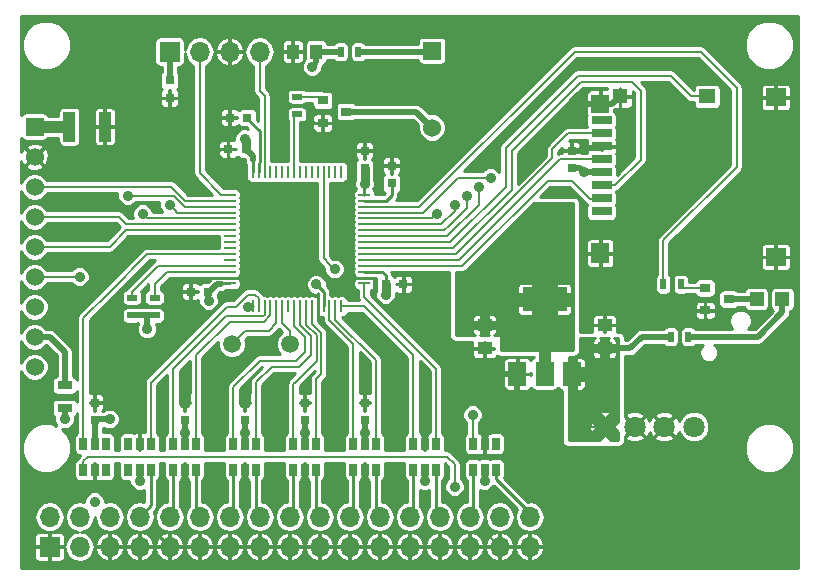
<source format=gbr>
G04 #@! TF.GenerationSoftware,KiCad,Pcbnew,no-vcs-found-bf44d39~61~ubuntu17.10.1*
G04 #@! TF.CreationDate,2018-01-04T13:29:05+03:00*
G04 #@! TF.ProjectId,FloppyEmulator,466C6F707079456D756C61746F722E6B,rev?*
G04 #@! TF.SameCoordinates,Original*
G04 #@! TF.FileFunction,Copper,L1,Top,Signal*
G04 #@! TF.FilePolarity,Positive*
%FSLAX46Y46*%
G04 Gerber Fmt 4.6, Leading zero omitted, Abs format (unit mm)*
G04 Created by KiCad (PCBNEW no-vcs-found-bf44d39~61~ubuntu17.10.1) date Thu Jan  4 13:29:05 2018*
%MOMM*%
%LPD*%
G01*
G04 APERTURE LIST*
%ADD10R,1.524000X1.524000*%
%ADD11C,1.524000*%
%ADD12C,1.500000*%
%ADD13R,1.700000X1.700000*%
%ADD14O,1.700000X1.700000*%
%ADD15C,1.800000*%
%ADD16R,1.680000X0.800000*%
%ADD17R,1.500000X1.600000*%
%ADD18R,1.500000X1.700000*%
%ADD19R,1.700000X1.500000*%
%ADD20R,1.400000X1.290000*%
%ADD21R,1.300000X1.290000*%
%ADD22R,1.000000X0.250000*%
%ADD23R,0.250000X1.000000*%
%ADD24R,0.650000X1.060000*%
%ADD25R,0.900000X0.800000*%
%ADD26R,0.900000X0.500000*%
%ADD27R,0.800000X0.750000*%
%ADD28R,0.750000X0.800000*%
%ADD29R,1.250000X1.000000*%
%ADD30R,1.500000X2.000000*%
%ADD31R,3.800000X2.000000*%
%ADD32R,0.500000X0.900000*%
%ADD33R,1.200000X1.200000*%
%ADD34R,1.300000X0.700000*%
%ADD35R,1.000000X1.250000*%
%ADD36R,1.000000X2.500000*%
%ADD37C,0.900000*%
%ADD38C,0.200000*%
%ADD39C,0.500000*%
%ADD40C,0.250000*%
%ADD41C,1.000000*%
%ADD42C,0.800000*%
%ADD43C,0.300000*%
%ADD44C,0.254000*%
G04 APERTURE END LIST*
D10*
X144780000Y-67310000D03*
D11*
X144780000Y-69850000D03*
X144780000Y-72390000D03*
X144780000Y-74930000D03*
X144780000Y-77470000D03*
X144780000Y-80010000D03*
X144780000Y-82550000D03*
X144780000Y-85090000D03*
X144780000Y-87630000D03*
D12*
X166370000Y-85725000D03*
X161490000Y-85725000D03*
D13*
X156210000Y-60960000D03*
D14*
X158750000Y-60960000D03*
X161290000Y-60960000D03*
X163830000Y-60960000D03*
D15*
X200600000Y-92710000D03*
X198100000Y-92710000D03*
X195600000Y-92710000D03*
X193100000Y-92710000D03*
D16*
X192790000Y-74490000D03*
X192790000Y-73390000D03*
X192790000Y-72290000D03*
X192790000Y-71190000D03*
X192790000Y-70090000D03*
X192790000Y-68990000D03*
X192790000Y-67890000D03*
X192790000Y-66790000D03*
D17*
X192690000Y-65390000D03*
D18*
X192690000Y-78040000D03*
D19*
X207540000Y-64840000D03*
X207540000Y-78340000D03*
D20*
X201740000Y-64740000D03*
D21*
X194340000Y-64740000D03*
D13*
X146050000Y-102870000D03*
D14*
X146050000Y-100330000D03*
X148590000Y-102870000D03*
X148590000Y-100330000D03*
X151130000Y-102870000D03*
X151130000Y-100330000D03*
X153670000Y-102870000D03*
X153670000Y-100330000D03*
X156210000Y-102870000D03*
X156210000Y-100330000D03*
X158750000Y-102870000D03*
X158750000Y-100330000D03*
X161290000Y-102870000D03*
X161290000Y-100330000D03*
X163830000Y-102870000D03*
X163830000Y-100330000D03*
X166370000Y-102870000D03*
X166370000Y-100330000D03*
X168910000Y-102870000D03*
X168910000Y-100330000D03*
X171450000Y-102870000D03*
X171450000Y-100330000D03*
X173990000Y-102870000D03*
X173990000Y-100330000D03*
X176530000Y-102870000D03*
X176530000Y-100330000D03*
X179070000Y-102870000D03*
X179070000Y-100330000D03*
X181610000Y-102870000D03*
X181610000Y-100330000D03*
X184150000Y-102870000D03*
X184150000Y-100330000D03*
X186690000Y-102870000D03*
X186690000Y-100330000D03*
D22*
X161305000Y-80585000D03*
X161305000Y-80085000D03*
X161305000Y-79585000D03*
X161305000Y-79085000D03*
X161305000Y-78585000D03*
X161305000Y-78085000D03*
X161305000Y-77585000D03*
X161305000Y-77085000D03*
X161305000Y-76585000D03*
X161305000Y-76085000D03*
X161305000Y-75585000D03*
X161305000Y-75085000D03*
X161305000Y-74585000D03*
X161305000Y-74085000D03*
X161305000Y-73585000D03*
X161305000Y-73085000D03*
D23*
X163255000Y-71135000D03*
X163755000Y-71135000D03*
X164255000Y-71135000D03*
X164755000Y-71135000D03*
X165255000Y-71135000D03*
X165755000Y-71135000D03*
X166255000Y-71135000D03*
X166755000Y-71135000D03*
X167255000Y-71135000D03*
X167755000Y-71135000D03*
X168255000Y-71135000D03*
X168755000Y-71135000D03*
X169255000Y-71135000D03*
X169755000Y-71135000D03*
X170255000Y-71135000D03*
X170755000Y-71135000D03*
D22*
X172705000Y-73085000D03*
X172705000Y-73585000D03*
X172705000Y-74085000D03*
X172705000Y-74585000D03*
X172705000Y-75085000D03*
X172705000Y-75585000D03*
X172705000Y-76085000D03*
X172705000Y-76585000D03*
X172705000Y-77085000D03*
X172705000Y-77585000D03*
X172705000Y-78085000D03*
X172705000Y-78585000D03*
X172705000Y-79085000D03*
X172705000Y-79585000D03*
X172705000Y-80085000D03*
X172705000Y-80585000D03*
D23*
X170755000Y-82535000D03*
X170255000Y-82535000D03*
X169755000Y-82535000D03*
X169255000Y-82535000D03*
X168755000Y-82535000D03*
X168255000Y-82535000D03*
X167755000Y-82535000D03*
X167255000Y-82535000D03*
X166755000Y-82535000D03*
X166255000Y-82535000D03*
X165755000Y-82535000D03*
X165255000Y-82535000D03*
X164755000Y-82535000D03*
X164255000Y-82535000D03*
X163755000Y-82535000D03*
X163255000Y-82535000D03*
D24*
X157480000Y-94150000D03*
X156530000Y-94150000D03*
X158430000Y-94150000D03*
X158430000Y-96350000D03*
X157480000Y-96350000D03*
X156530000Y-96350000D03*
X161610000Y-96350000D03*
X162560000Y-96350000D03*
X163510000Y-96350000D03*
X163510000Y-94150000D03*
X161610000Y-94150000D03*
X162560000Y-94150000D03*
X167640000Y-94150000D03*
X166690000Y-94150000D03*
X168590000Y-94150000D03*
X168590000Y-96350000D03*
X167640000Y-96350000D03*
X166690000Y-96350000D03*
X171770000Y-96350000D03*
X172720000Y-96350000D03*
X173670000Y-96350000D03*
X173670000Y-94150000D03*
X171770000Y-94150000D03*
X172720000Y-94150000D03*
X177800000Y-96350000D03*
X178750000Y-96350000D03*
X176850000Y-96350000D03*
X176850000Y-94150000D03*
X177800000Y-94150000D03*
X178750000Y-94150000D03*
X183830000Y-94150000D03*
X182880000Y-94150000D03*
X181930000Y-94150000D03*
X181930000Y-96350000D03*
X183830000Y-96350000D03*
X182880000Y-96350000D03*
X149860000Y-94150000D03*
X148910000Y-94150000D03*
X150810000Y-94150000D03*
X150810000Y-96350000D03*
X149860000Y-96350000D03*
X148910000Y-96350000D03*
X153670000Y-96350000D03*
X154620000Y-96350000D03*
X152720000Y-96350000D03*
X152720000Y-94150000D03*
X153670000Y-94150000D03*
X154620000Y-94150000D03*
D25*
X171180000Y-66040000D03*
X169180000Y-66990000D03*
X169180000Y-65090000D03*
D26*
X167005000Y-66270000D03*
X167005000Y-64770000D03*
D27*
X162675000Y-69215000D03*
X161175000Y-69215000D03*
D28*
X172720000Y-69354000D03*
X172720000Y-70854000D03*
D27*
X174510000Y-80645000D03*
X176010000Y-80645000D03*
X158000000Y-81280000D03*
X159500000Y-81280000D03*
D28*
X190246000Y-70854000D03*
X190246000Y-69354000D03*
D29*
X193040000Y-84090000D03*
X193040000Y-86090000D03*
X182880000Y-84090000D03*
X182880000Y-86090000D03*
D30*
X185660000Y-88240000D03*
X190260000Y-88240000D03*
X187960000Y-88240000D03*
D31*
X187960000Y-81940000D03*
D28*
X156210000Y-63385000D03*
X156210000Y-64885000D03*
X149860000Y-90690000D03*
X149860000Y-92190000D03*
X157480000Y-92190000D03*
X157480000Y-90690000D03*
X162560000Y-90690000D03*
X162560000Y-92190000D03*
X167640000Y-90690000D03*
X167640000Y-92190000D03*
X172720000Y-92190000D03*
X172720000Y-90690000D03*
D25*
X203565000Y-81915000D03*
X201565000Y-82865000D03*
X201565000Y-80965000D03*
D32*
X199505000Y-80645000D03*
X198005000Y-80645000D03*
X198640000Y-85090000D03*
X200140000Y-85090000D03*
D33*
X205910000Y-81915000D03*
X208110000Y-81915000D03*
D34*
X147320000Y-89220000D03*
X147320000Y-91120000D03*
D10*
X178435000Y-60885000D03*
D11*
X178435000Y-67385000D03*
D35*
X166640000Y-60960000D03*
X168640000Y-60960000D03*
D32*
X170700000Y-60960000D03*
X172200000Y-60960000D03*
D28*
X175006000Y-72124000D03*
X175006000Y-70624000D03*
D27*
X161302000Y-66548000D03*
X162802000Y-66548000D03*
D26*
X153035000Y-83300000D03*
X153035000Y-81800000D03*
X154940000Y-81800000D03*
X154940000Y-83300000D03*
D36*
X150725000Y-67310000D03*
X147725000Y-67310000D03*
D37*
X149860000Y-99060000D03*
X156210002Y-73914000D03*
X152654000Y-73152000D03*
X148590000Y-80010006D03*
X153924000Y-74676000D03*
X148590000Y-62230000D03*
X151130000Y-76200000D03*
X157988000Y-76962000D03*
X183642000Y-98552000D03*
X177800000Y-98806000D03*
X155575000Y-98425000D03*
X149860000Y-89534998D03*
X183642000Y-69088000D03*
X191008000Y-61976000D03*
X187198000Y-68834000D03*
X200914000Y-62738000D03*
X197866000Y-64262000D03*
X205105000Y-67945000D03*
X201930000Y-67945000D03*
X162814000Y-74930000D03*
X163576000Y-76454000D03*
X163576000Y-73406000D03*
X173990000Y-67945000D03*
X176530000Y-72644000D03*
X202184000Y-84074000D03*
X208280000Y-85090000D03*
X178435000Y-81914994D03*
X191008000Y-65278000D03*
X172974000Y-84836000D03*
X164084000Y-86106000D03*
X160020000Y-87122000D03*
X151765000Y-89535000D03*
X156845000Y-81280000D03*
X150495000Y-84455000D03*
X153670000Y-77470000D03*
X204470000Y-78740000D03*
X198120000Y-86360000D03*
X195580000Y-82550000D03*
X193040000Y-80010000D03*
X196850000Y-73660000D03*
X194564000Y-68834000D03*
X171450000Y-58420000D03*
X173990000Y-62230000D03*
X176530000Y-69850000D03*
X181610000Y-67310000D03*
X177800000Y-64770000D03*
X165354000Y-64516000D03*
X161290000Y-64516000D03*
X156210000Y-69850000D03*
X152400000Y-69850000D03*
X148590000Y-69850000D03*
X148590000Y-76200000D03*
X148590000Y-73660000D03*
X155575000Y-85725000D03*
X180340000Y-86360000D03*
X182880000Y-88900000D03*
X185420000Y-91440000D03*
X190500000Y-101600000D03*
X195580000Y-101600000D03*
X200660000Y-101600000D03*
X205740000Y-101600000D03*
X203200000Y-96520000D03*
X205740000Y-91440000D03*
X203200000Y-60960000D03*
X187960000Y-60960000D03*
X182880000Y-60960000D03*
X175260000Y-98425000D03*
X170180000Y-98425000D03*
X165100000Y-98425000D03*
X160020000Y-98425000D03*
X176530000Y-83185000D03*
X175260000Y-93345000D03*
X172720000Y-87630000D03*
X167640000Y-89535000D03*
X170180000Y-86995000D03*
X174625000Y-87630000D03*
X155575000Y-89535000D03*
X170180000Y-90805000D03*
X165100000Y-90805000D03*
X160020000Y-90805000D03*
X191262000Y-69088000D03*
X162560000Y-89916000D03*
X157480000Y-89916000D03*
X182880000Y-93218000D03*
X177800000Y-93218000D03*
X157480000Y-97282000D03*
X162560000Y-97282000D03*
X167640000Y-97282000D03*
X172720000Y-97282000D03*
X151130000Y-92075000D03*
X154305000Y-84455000D03*
X184150000Y-80010000D03*
X184150000Y-78740000D03*
X172720000Y-72136000D03*
X162836331Y-82572331D03*
X168275000Y-62230000D03*
X168640545Y-80668498D03*
X159512000Y-82042000D03*
X162560000Y-68326000D03*
X174498000Y-81534000D03*
X185420000Y-78740000D03*
X186690000Y-78740000D03*
X187960000Y-78740000D03*
X189230000Y-78740000D03*
X185420000Y-80010000D03*
X186690000Y-80010000D03*
X189230000Y-80010000D03*
X187960000Y-80010000D03*
X191262000Y-71120000D03*
X172720000Y-93218000D03*
X167640000Y-93218000D03*
X167640000Y-93218000D03*
X162560000Y-93218000D03*
X157480000Y-93218000D03*
X178816000Y-74676000D03*
X182372000Y-72390000D03*
X180340000Y-73914000D03*
X183388002Y-71628000D03*
X170180000Y-79375000D03*
X181864000Y-91694000D03*
X180340000Y-97790008D03*
X181356000Y-73152000D03*
X147320000Y-92075000D03*
X153670000Y-97282000D03*
X190500000Y-91440000D03*
X177800000Y-97282000D03*
X182880000Y-97282000D03*
D38*
X156881002Y-74585000D02*
X156660001Y-74363999D01*
X156660001Y-74363999D02*
X156210002Y-73914000D01*
X161305000Y-74585000D02*
X156881002Y-74585000D01*
D39*
X147320000Y-89220000D02*
X147320000Y-86360000D01*
X146050000Y-85090000D02*
X147320000Y-86360000D01*
X144780000Y-85090000D02*
X146050000Y-85090000D01*
D38*
X156558004Y-73152000D02*
X153290396Y-73152000D01*
X157491004Y-74085000D02*
X156558004Y-73152000D01*
X153290396Y-73152000D02*
X152654000Y-73152000D01*
X161305000Y-74085000D02*
X157491004Y-74085000D01*
X161305000Y-75085000D02*
X154333000Y-75085000D01*
X154333000Y-75085000D02*
X153924000Y-74676000D01*
X144780000Y-80010000D02*
X148589994Y-80010000D01*
X148589994Y-80010000D02*
X148590000Y-80010006D01*
X151130000Y-77470000D02*
X152515000Y-76085000D01*
X152515000Y-76085000D02*
X161305000Y-76085000D01*
X144780000Y-77470000D02*
X151130000Y-77470000D01*
X151892000Y-74930000D02*
X152547000Y-75585000D01*
X144780000Y-74930000D02*
X151892000Y-74930000D01*
X152547000Y-75585000D02*
X161305000Y-75585000D01*
X156361704Y-72390000D02*
X157556704Y-73585000D01*
X144780000Y-72390000D02*
X156361704Y-72390000D01*
X157556704Y-73585000D02*
X160605000Y-73585000D01*
X160605000Y-73585000D02*
X161305000Y-73585000D01*
X148590000Y-76200000D02*
X151130000Y-76200000D01*
X157480000Y-77470000D02*
X157988000Y-76962000D01*
X153670000Y-77470000D02*
X157480000Y-77470000D01*
X184150000Y-102870000D02*
X182880000Y-101600000D01*
X182880000Y-101600000D02*
X182880000Y-99314000D01*
X182880000Y-99314000D02*
X183192001Y-99001999D01*
X183192001Y-99001999D02*
X183642000Y-98552000D01*
D40*
X156210000Y-102870000D02*
X155034999Y-101694999D01*
X155575000Y-99225998D02*
X155575000Y-98425000D01*
D38*
X200152000Y-61976000D02*
X191008000Y-61976000D01*
X200914000Y-62738000D02*
X200152000Y-61976000D01*
X191008000Y-65278000D02*
X187452000Y-68834000D01*
X187452000Y-68834000D02*
X187198000Y-68834000D01*
X197416001Y-64711999D02*
X197866000Y-64262000D01*
X196850000Y-65278000D02*
X197416001Y-64711999D01*
X196850000Y-73660000D02*
X196850000Y-65278000D01*
X201565000Y-83465000D02*
X202174000Y-84074000D01*
X202174000Y-84074000D02*
X202184000Y-84074000D01*
X201565000Y-82865000D02*
X201565000Y-83465000D01*
X205740000Y-87630000D02*
X208280000Y-85090000D01*
X205740000Y-91440000D02*
X205740000Y-87630000D01*
X184150000Y-88240000D02*
X183540000Y-88240000D01*
D39*
X185660000Y-88240000D02*
X184150000Y-88240000D01*
D38*
X185660000Y-89535000D02*
X185660000Y-91200000D01*
D39*
X185660000Y-88240000D02*
X185660000Y-89535000D01*
D38*
X176530000Y-83185000D02*
X177800006Y-81914994D01*
X177800006Y-81914994D02*
X178435000Y-81914994D01*
D39*
X191120000Y-65390000D02*
X191008000Y-65278000D01*
X192690000Y-65390000D02*
X191120000Y-65390000D01*
X191516000Y-65278000D02*
X191008000Y-65278000D01*
X191628000Y-65390000D02*
X191516000Y-65278000D01*
D38*
X174625000Y-86487000D02*
X172974000Y-84836000D01*
X174625000Y-87630000D02*
X174625000Y-86487000D01*
X158000000Y-81280000D02*
X156845000Y-81280000D01*
D40*
X160095000Y-80085000D02*
X159310000Y-80085000D01*
D38*
X193040000Y-80010000D02*
X195580000Y-82550000D01*
X192690000Y-79660000D02*
X193040000Y-80010000D01*
X192690000Y-78040000D02*
X192690000Y-79660000D01*
X194408000Y-68990000D02*
X194564000Y-68834000D01*
X192790000Y-68990000D02*
X194408000Y-68990000D01*
X162560000Y-58420000D02*
X171450000Y-58420000D01*
X161290000Y-59690000D02*
X162560000Y-58420000D01*
X161290000Y-60960000D02*
X161290000Y-59690000D01*
X176530000Y-64770000D02*
X173990000Y-62230000D01*
X177800000Y-64770000D02*
X176530000Y-64770000D01*
X179070000Y-69850000D02*
X176530000Y-69850000D01*
X181610000Y-67310000D02*
X179070000Y-69850000D01*
X181610000Y-60960000D02*
X177800000Y-64770000D01*
X182880000Y-60960000D02*
X181610000Y-60960000D01*
X165354000Y-64008000D02*
X165354000Y-64516000D01*
X166640000Y-62722000D02*
X165354000Y-64008000D01*
X166640000Y-60960000D02*
X166640000Y-62722000D01*
X152400000Y-69850000D02*
X156210000Y-69850000D01*
X148590000Y-69850000D02*
X152400000Y-69850000D01*
X144330001Y-82999999D02*
X144780000Y-82550000D01*
X180610000Y-86090000D02*
X180340000Y-86360000D01*
X182880000Y-86090000D02*
X180610000Y-86090000D01*
X183540000Y-88240000D02*
X182880000Y-88900000D01*
X185660000Y-91200000D02*
X185420000Y-91440000D01*
X207540000Y-75460000D02*
X205740000Y-73660000D01*
X207540000Y-78340000D02*
X207540000Y-75460000D01*
X182880000Y-60960000D02*
X187960000Y-60960000D01*
D40*
X161305000Y-80085000D02*
X160095000Y-80085000D01*
X162485000Y-80085000D02*
X161305000Y-80085000D01*
X162485000Y-80085000D02*
X162560000Y-80010000D01*
X172705000Y-80085000D02*
X171525000Y-80085000D01*
X173530001Y-81104999D02*
X173355000Y-81280000D01*
X173415002Y-80085000D02*
X173530001Y-80199999D01*
X172705000Y-80085000D02*
X173415002Y-80085000D01*
X173530001Y-80199999D02*
X173530001Y-81104999D01*
X168755000Y-82535000D02*
X168755000Y-81435000D01*
X168755000Y-82535000D02*
X168755000Y-83665000D01*
D38*
X175260000Y-92708604D02*
X175260000Y-93345000D01*
X175260000Y-88265000D02*
X175260000Y-92708604D01*
X174625000Y-87630000D02*
X175260000Y-88265000D01*
X172720000Y-90690000D02*
X172720000Y-87630000D01*
X167640000Y-90690000D02*
X167640000Y-89535000D01*
D39*
X191262000Y-69088000D02*
X192692000Y-69088000D01*
X192692000Y-69088000D02*
X192790000Y-68990000D01*
X190996000Y-69354000D02*
X191262000Y-69088000D01*
X190246000Y-69354000D02*
X190996000Y-69354000D01*
X192690000Y-65390000D02*
X193690000Y-65390000D01*
X193690000Y-65390000D02*
X194340000Y-64740000D01*
D41*
X162560000Y-90690000D02*
X162560000Y-89916000D01*
X157480000Y-90690000D02*
X157480000Y-89916000D01*
D39*
X182880000Y-94150000D02*
X182880000Y-93218000D01*
X177800000Y-94150000D02*
X177800000Y-93218000D01*
X157480000Y-96350000D02*
X157480000Y-97282000D01*
X162560000Y-96350000D02*
X162560000Y-97282000D01*
X167640000Y-96350000D02*
X167640000Y-97282000D01*
X172720000Y-96350000D02*
X172720000Y-97282000D01*
X151130000Y-92075000D02*
X149975000Y-92075000D01*
X149975000Y-92075000D02*
X149860000Y-92190000D01*
X149860000Y-94150000D02*
X149860000Y-93120000D01*
X150905000Y-92075000D02*
X151130000Y-92075000D01*
D41*
X147725000Y-67310000D02*
X144780000Y-67310000D01*
D39*
X156210000Y-63385000D02*
X156210000Y-60960000D01*
X154305000Y-83300000D02*
X154940000Y-83300000D01*
X153035000Y-83300000D02*
X154305000Y-83300000D01*
X154305000Y-84455000D02*
X154305000Y-83300000D01*
D40*
X184150000Y-78740000D02*
X184150000Y-80010000D01*
X172705000Y-73085000D02*
X172705000Y-72151000D01*
X172705000Y-72151000D02*
X172720000Y-72136000D01*
D42*
X172720000Y-70854000D02*
X172720000Y-72136000D01*
D40*
X162873662Y-82535000D02*
X162836331Y-82572331D01*
X163255000Y-82535000D02*
X162873662Y-82535000D01*
D39*
X168640000Y-61865000D02*
X168275000Y-62230000D01*
X168640000Y-60960000D02*
X168640000Y-61865000D01*
X170700000Y-60960000D02*
X168640000Y-60960000D01*
D40*
X169255000Y-81282953D02*
X168640545Y-80668498D01*
X169255000Y-82535000D02*
X169255000Y-81282953D01*
D38*
X154940000Y-80645000D02*
X154940000Y-81800000D01*
X156000000Y-79585000D02*
X154940000Y-80645000D01*
X161305000Y-79585000D02*
X156000000Y-79585000D01*
X153035000Y-81800000D02*
X153035000Y-81280000D01*
X153035000Y-81280000D02*
X153670000Y-80645000D01*
X155230000Y-79085000D02*
X153670000Y-80645000D01*
X161305000Y-79085000D02*
X155230000Y-79085000D01*
X177637000Y-74585000D02*
X180594000Y-71628000D01*
X172705000Y-74585000D02*
X177637000Y-74585000D01*
X180594000Y-71628000D02*
X182751606Y-71628000D01*
X182751606Y-71628000D02*
X183388002Y-71628000D01*
X191008000Y-63500000D02*
X195326000Y-63500000D01*
X185166000Y-69342000D02*
X191008000Y-63500000D01*
X180225000Y-77585000D02*
X185166000Y-72644000D01*
X196088000Y-70104000D02*
X193902000Y-72290000D01*
X185166000Y-72644000D02*
X185166000Y-69342000D01*
X172705000Y-77585000D02*
X180225000Y-77585000D01*
X195326000Y-63500000D02*
X196088000Y-64262000D01*
X196088000Y-64262000D02*
X196088000Y-70104000D01*
X193902000Y-72290000D02*
X192790000Y-72290000D01*
X180487000Y-78085000D02*
X188595000Y-69977000D01*
X172705000Y-78085000D02*
X180487000Y-78085000D01*
X188595000Y-69977000D02*
X188595000Y-69215000D01*
X189920000Y-67890000D02*
X192790000Y-67890000D01*
X188595000Y-69215000D02*
X189920000Y-67890000D01*
X181011000Y-79085000D02*
X188214000Y-71882000D01*
X172705000Y-79085000D02*
X181011000Y-79085000D01*
X191770000Y-73406000D02*
X192774000Y-73406000D01*
X192774000Y-73406000D02*
X192790000Y-73390000D01*
X188214000Y-71882000D02*
X190246000Y-71882000D01*
X190246000Y-71882000D02*
X191770000Y-73406000D01*
X163510000Y-88966000D02*
X163510000Y-94150000D01*
X167255000Y-84139302D02*
X168148000Y-85032302D01*
X167132000Y-87630000D02*
X164846000Y-87630000D01*
X168148000Y-85032302D02*
X168148000Y-86614000D01*
X168148000Y-86614000D02*
X167132000Y-87630000D01*
X167255000Y-82535000D02*
X167255000Y-84139302D01*
X164846000Y-87630000D02*
X163510000Y-88966000D01*
X166755000Y-84205000D02*
X166755000Y-82535000D01*
X166878000Y-87122000D02*
X167640000Y-86360000D01*
X161610000Y-94150000D02*
X161610000Y-89342000D01*
X163830000Y-87122000D02*
X166878000Y-87122000D01*
X167640000Y-86360000D02*
X167640000Y-85090000D01*
X161610000Y-89342000D02*
X163830000Y-87122000D01*
X167640000Y-85090000D02*
X166755000Y-84205000D01*
X151130000Y-81280000D02*
X148910000Y-83500000D01*
X148910000Y-83500000D02*
X148910000Y-94150000D01*
X151130000Y-81280000D02*
X154325000Y-78085000D01*
X154325000Y-78085000D02*
X158750000Y-78085000D01*
X151130000Y-81280000D02*
X151892000Y-80518000D01*
X154686000Y-88900000D02*
X161036000Y-82550000D01*
X154620000Y-94150000D02*
X154620000Y-88966000D01*
X154620000Y-88966000D02*
X154686000Y-88900000D01*
X198628000Y-62992000D02*
X200376000Y-64740000D01*
X184658000Y-69088000D02*
X190754000Y-62992000D01*
X184658000Y-72390000D02*
X184658000Y-69088000D01*
X200376000Y-64740000D02*
X201740000Y-64740000D01*
X172705000Y-77085000D02*
X179963000Y-77085000D01*
X190754000Y-62992000D02*
X198628000Y-62992000D01*
X179963000Y-77085000D02*
X184658000Y-72390000D01*
D40*
X183830000Y-96350000D02*
X183830000Y-97130000D01*
X186690000Y-99990000D02*
X186690000Y-100330000D01*
X183830000Y-97130000D02*
X186690000Y-99990000D01*
D38*
X149860000Y-95250000D02*
X179705000Y-95250000D01*
X148910000Y-96350000D02*
X148910000Y-95620000D01*
X148910000Y-95620000D02*
X149280000Y-95250000D01*
X149280000Y-95250000D02*
X149860000Y-95250000D01*
X180340000Y-95885000D02*
X180340000Y-97790008D01*
X178054000Y-95250000D02*
X179705000Y-95250000D01*
X179705000Y-95250000D02*
X180340000Y-95885000D01*
D40*
X154620000Y-96350000D02*
X154620000Y-99380000D01*
X154620000Y-99380000D02*
X153670000Y-100330000D01*
X163755000Y-71135000D02*
X163755000Y-70417186D01*
X163830000Y-70342186D02*
X163830000Y-67693000D01*
X163830000Y-67693000D02*
X162802000Y-66665000D01*
X163755000Y-70417186D02*
X163830000Y-70342186D01*
D39*
X159500000Y-82030000D02*
X159512000Y-82042000D01*
X159500000Y-81280000D02*
X159500000Y-82030000D01*
D43*
X160528000Y-80660010D02*
X160655000Y-80585000D01*
D39*
X159500000Y-81280000D02*
X159579000Y-81280000D01*
X159579000Y-81280000D02*
X160198990Y-80660010D01*
X160198990Y-80660010D02*
X160528000Y-80660010D01*
D42*
X162675000Y-68441000D02*
X162560000Y-68326000D01*
X162675000Y-69215000D02*
X162675000Y-68441000D01*
D40*
X163255000Y-71135000D02*
X163255000Y-70104000D01*
D39*
X163255000Y-69795000D02*
X163255000Y-70104000D01*
X162675000Y-69215000D02*
X163255000Y-69795000D01*
D42*
X174510000Y-81522000D02*
X174498000Y-81534000D01*
X174510000Y-80645000D02*
X174510000Y-81522000D01*
D40*
X161305000Y-80585000D02*
X160655000Y-80585000D01*
X174200000Y-79585000D02*
X174510000Y-79895000D01*
X172705000Y-79585000D02*
X174200000Y-79585000D01*
X174510000Y-79895000D02*
X174510000Y-80645000D01*
D41*
X187960000Y-88240000D02*
X187960000Y-81940000D01*
D38*
X185420000Y-80010000D02*
X185420000Y-78740000D01*
X186690000Y-80010000D02*
X186690000Y-78740000D01*
X187960000Y-80010000D02*
X187960000Y-78740000D01*
X189230000Y-80010000D02*
X189230000Y-78740000D01*
X186690000Y-80010000D02*
X185420000Y-80010000D01*
X187960000Y-80010000D02*
X186690000Y-80010000D01*
X187960000Y-80010000D02*
X189230000Y-80010000D01*
X187960000Y-81940000D02*
X187960000Y-80010000D01*
D39*
X190246000Y-70854000D02*
X190996000Y-70854000D01*
X190996000Y-70854000D02*
X191262000Y-71120000D01*
X191332000Y-71190000D02*
X191262000Y-71120000D01*
X192790000Y-71190000D02*
X191332000Y-71190000D01*
X149860000Y-93218000D02*
X149860000Y-92190000D01*
X172720000Y-93218000D02*
X172720000Y-92190000D01*
X172720000Y-94150000D02*
X172720000Y-93218000D01*
X167640000Y-93218000D02*
X167640000Y-92190000D01*
X167640000Y-94150000D02*
X167640000Y-93218000D01*
X162560000Y-93218000D02*
X162560000Y-92190000D01*
X162560000Y-94150000D02*
X162560000Y-93218000D01*
X157480000Y-93218000D02*
X157480000Y-92190000D01*
X157480000Y-94150000D02*
X157480000Y-93218000D01*
D38*
X178407000Y-75085000D02*
X178816000Y-74676000D01*
X172705000Y-75085000D02*
X178407000Y-75085000D01*
X179701000Y-76585000D02*
X182372000Y-73914000D01*
X172705000Y-76585000D02*
X179701000Y-76585000D01*
X182372000Y-73914000D02*
X182372000Y-72390000D01*
X180340000Y-74422000D02*
X180340000Y-73914000D01*
X179177000Y-75585000D02*
X180340000Y-74422000D01*
X172705000Y-75585000D02*
X179177000Y-75585000D01*
X169255000Y-71135000D02*
X169255000Y-78450000D01*
X169255000Y-78450000D02*
X169730001Y-78925001D01*
X169730001Y-78925001D02*
X170180000Y-79375000D01*
X181864000Y-91694000D02*
X181864000Y-94084000D01*
X181864000Y-94084000D02*
X181930000Y-94150000D01*
X189244000Y-70090000D02*
X180749000Y-78585000D01*
X192790000Y-70090000D02*
X189244000Y-70090000D01*
X180749000Y-78585000D02*
X172705000Y-78585000D01*
X164755000Y-83300699D02*
X164235699Y-83820000D01*
X164755000Y-82535000D02*
X164755000Y-83300699D01*
X164235699Y-83820000D02*
X161290000Y-83820000D01*
X161290000Y-83820000D02*
X158430000Y-86680000D01*
X158430000Y-86680000D02*
X158430000Y-88392000D01*
X158430000Y-87950000D02*
X158430000Y-88392000D01*
X158430000Y-88392000D02*
X158430000Y-94150000D01*
X164154999Y-83335001D02*
X161012999Y-83335001D01*
X164255000Y-83235000D02*
X164154999Y-83335001D01*
X164255000Y-82535000D02*
X164255000Y-83235000D01*
X161012999Y-83335001D02*
X156530000Y-87818000D01*
X156530000Y-94150000D02*
X156530000Y-89408000D01*
X156530000Y-89408000D02*
X156530000Y-89088000D01*
X156530000Y-87818000D02*
X156530000Y-89408000D01*
X171770000Y-94150000D02*
X171770000Y-85721700D01*
X171770000Y-85721700D02*
X169755000Y-83706700D01*
X169755000Y-83235000D02*
X169755000Y-82535000D01*
X169755000Y-83706700D02*
X169755000Y-83235000D01*
X173670000Y-94150000D02*
X173670000Y-87056000D01*
X173670000Y-87056000D02*
X170255000Y-83641000D01*
X170255000Y-83641000D02*
X170255000Y-82535000D01*
X168656000Y-87122000D02*
X166878000Y-88900000D01*
X166690000Y-89088000D02*
X166878000Y-88900000D01*
X166690000Y-94150000D02*
X166690000Y-89088000D01*
X167755001Y-84073604D02*
X168656000Y-84974603D01*
X167755000Y-82535000D02*
X167755001Y-84073604D01*
X168656000Y-84974603D02*
X168656000Y-87122000D01*
X157627000Y-78085000D02*
X158750000Y-78085000D01*
X158750000Y-78085000D02*
X160605000Y-78085000D01*
X160605000Y-78085000D02*
X161305000Y-78085000D01*
X178750000Y-87818000D02*
X172705000Y-81773000D01*
X178750000Y-94150000D02*
X178750000Y-87818000D01*
X172705000Y-81773000D02*
X172705000Y-80910000D01*
X172705000Y-80910000D02*
X172705000Y-80585000D01*
X176850000Y-86680000D02*
X172705000Y-82535000D01*
X176850000Y-94150000D02*
X176850000Y-86680000D01*
X172705000Y-82535000D02*
X170755000Y-82535000D01*
X163454000Y-81534000D02*
X163755000Y-81835000D01*
X162814000Y-81534000D02*
X163454000Y-81534000D01*
X161798000Y-82550000D02*
X162814000Y-81534000D01*
X161036000Y-82550000D02*
X161798000Y-82550000D01*
X163755000Y-81835000D02*
X163755000Y-82535000D01*
D40*
X158430000Y-96350000D02*
X158430000Y-100010000D01*
X158430000Y-100010000D02*
X158750000Y-100330000D01*
X156530000Y-96350000D02*
X156530000Y-100010000D01*
X156530000Y-100010000D02*
X156210000Y-100330000D01*
X161610000Y-96350000D02*
X161610000Y-100010000D01*
X161610000Y-100010000D02*
X161290000Y-100330000D01*
X163510000Y-96350000D02*
X163510000Y-100010000D01*
X163510000Y-100010000D02*
X163830000Y-100330000D01*
D38*
X169056010Y-88245990D02*
X168590000Y-88712000D01*
X168590000Y-88712000D02*
X168590000Y-94150000D01*
X169056010Y-84808914D02*
X169056010Y-88245990D01*
X168255000Y-84007905D02*
X169056010Y-84808914D01*
X168255000Y-82535000D02*
X168255000Y-84007905D01*
D40*
X168590000Y-96350000D02*
X168590000Y-100010000D01*
X168590000Y-100010000D02*
X168910000Y-100330000D01*
X166690000Y-96350000D02*
X166690000Y-100010000D01*
X166690000Y-100010000D02*
X166370000Y-100330000D01*
X171770000Y-96350000D02*
X171770000Y-100010000D01*
X171770000Y-100010000D02*
X171450000Y-100330000D01*
X173670000Y-96350000D02*
X173670000Y-100010000D01*
X173670000Y-100010000D02*
X173990000Y-100330000D01*
X178750000Y-96350000D02*
X178750000Y-100010000D01*
X178750000Y-100010000D02*
X179070000Y-100330000D01*
X176850000Y-96350000D02*
X176850000Y-100010000D01*
X176850000Y-100010000D02*
X176530000Y-100330000D01*
X181930000Y-96350000D02*
X181930000Y-100010000D01*
X181930000Y-100010000D02*
X181610000Y-100330000D01*
D38*
X165755000Y-83967000D02*
X166370000Y-84582000D01*
X166370000Y-84582000D02*
X166370000Y-85725000D01*
X165755000Y-82535000D02*
X165755000Y-83967000D01*
X165255000Y-83919000D02*
X164592000Y-84582000D01*
X162633000Y-84582000D02*
X164592000Y-84582000D01*
X161490000Y-85725000D02*
X162633000Y-84582000D01*
X165255000Y-82535000D02*
X165255000Y-83919000D01*
D40*
X153350000Y-100010000D02*
X153670000Y-100330000D01*
D38*
X181356000Y-74168000D02*
X181356000Y-73152000D01*
X179832000Y-75692000D02*
X181356000Y-74168000D01*
X179439000Y-76085000D02*
X179832000Y-75692000D01*
X172705000Y-76085000D02*
X179439000Y-76085000D01*
X167005000Y-64770000D02*
X169185000Y-64770000D01*
X169185000Y-64770000D02*
X169230000Y-64815000D01*
X166755000Y-71135000D02*
X166755000Y-66520000D01*
X166755000Y-66520000D02*
X167005000Y-66270000D01*
D40*
X174573000Y-73585000D02*
X175018000Y-73140000D01*
X175018000Y-73140000D02*
X175018000Y-72390000D01*
X172705000Y-73585000D02*
X174573000Y-73585000D01*
D38*
X204216000Y-64008000D02*
X204216000Y-70739000D01*
X190500000Y-60960000D02*
X201168000Y-60960000D01*
X198005000Y-76950000D02*
X198005000Y-79995000D01*
X204216000Y-70739000D02*
X198005000Y-76950000D01*
X198005000Y-79995000D02*
X198005000Y-80645000D01*
X201168000Y-60960000D02*
X204216000Y-64008000D01*
X172705000Y-74085000D02*
X177375000Y-74085000D01*
X177375000Y-74085000D02*
X190500000Y-60960000D01*
D39*
X147320000Y-91120000D02*
X147320000Y-92075000D01*
X153670000Y-96350000D02*
X153670000Y-97282000D01*
D38*
X191770000Y-92710000D02*
X190500000Y-91440000D01*
X193100000Y-92710000D02*
X191770000Y-92710000D01*
D39*
X196215000Y-85090000D02*
X195215000Y-86090000D01*
X195215000Y-86090000D02*
X193040000Y-86090000D01*
X198640000Y-85090000D02*
X196215000Y-85090000D01*
X177800000Y-96350000D02*
X177800000Y-97282000D01*
X182880000Y-96350000D02*
X182880000Y-97282000D01*
D38*
X161305000Y-73085000D02*
X160605000Y-73085000D01*
X160605000Y-73085000D02*
X158750000Y-71230000D01*
X158750000Y-71230000D02*
X158750000Y-62162081D01*
X158750000Y-62162081D02*
X158750000Y-60960000D01*
X163830000Y-64262000D02*
X164255000Y-64687000D01*
X163830000Y-60960000D02*
X163830000Y-64262000D01*
X164255000Y-64687000D02*
X164255000Y-71135000D01*
D39*
X203565000Y-81915000D02*
X205910000Y-81915000D01*
D38*
X199710000Y-80965000D02*
X199505000Y-80760000D01*
X199505000Y-80760000D02*
X199505000Y-80645000D01*
X201565000Y-80965000D02*
X199710000Y-80965000D01*
D39*
X206035000Y-85090000D02*
X200140000Y-85090000D01*
X208110000Y-81915000D02*
X208110000Y-83015000D01*
X208110000Y-83015000D02*
X206035000Y-85090000D01*
X172200000Y-60960000D02*
X178360000Y-60960000D01*
X178360000Y-60960000D02*
X178435000Y-60885000D01*
X171180000Y-66040000D02*
X177090000Y-66040000D01*
X177090000Y-66040000D02*
X178435000Y-67385000D01*
D44*
G36*
X192173124Y-85228007D02*
X192053007Y-85348124D01*
X191988000Y-85505065D01*
X191988000Y-85733250D01*
X192094750Y-85840000D01*
X192727500Y-85840000D01*
X192727500Y-85269750D01*
X192674750Y-85217000D01*
X193405250Y-85217000D01*
X193352500Y-85269750D01*
X193352500Y-85840000D01*
X193985250Y-85840000D01*
X194092000Y-85733250D01*
X194092000Y-85505065D01*
X194026993Y-85348124D01*
X193906876Y-85228007D01*
X193880303Y-85217000D01*
X194183000Y-85217000D01*
X194183000Y-92263396D01*
X193736396Y-92710000D01*
X194183000Y-93156604D01*
X194183000Y-93853000D01*
X193601308Y-93853000D01*
X193603578Y-93849974D01*
X193100000Y-93346396D01*
X192596422Y-93849974D01*
X192598692Y-93853000D01*
X189992000Y-93853000D01*
X189992000Y-92849697D01*
X191754234Y-92849697D01*
X191803214Y-93095939D01*
X191960026Y-93213578D01*
X192463604Y-92710000D01*
X191960026Y-92206422D01*
X191803214Y-92324061D01*
X191754234Y-92849697D01*
X189992000Y-92849697D01*
X189992000Y-91570026D01*
X192596422Y-91570026D01*
X193100000Y-92073604D01*
X193603578Y-91570026D01*
X193485939Y-91413214D01*
X192960303Y-91364234D01*
X192714061Y-91413214D01*
X192596422Y-91570026D01*
X189992000Y-91570026D01*
X189992000Y-88740000D01*
X190635000Y-88740000D01*
X190635000Y-89560250D01*
X190741750Y-89667000D01*
X191094936Y-89667000D01*
X191251876Y-89601993D01*
X191371993Y-89481876D01*
X191437000Y-89324935D01*
X191437000Y-88846750D01*
X191330250Y-88740000D01*
X190635000Y-88740000D01*
X189992000Y-88740000D01*
X189992000Y-86919750D01*
X190635000Y-86919750D01*
X190635000Y-87740000D01*
X191330250Y-87740000D01*
X191437000Y-87633250D01*
X191437000Y-87155065D01*
X191371993Y-86998124D01*
X191251876Y-86878007D01*
X191094936Y-86813000D01*
X190741750Y-86813000D01*
X190635000Y-86919750D01*
X189992000Y-86919750D01*
X189992000Y-86787000D01*
X190500000Y-86787000D01*
X190663406Y-86754497D01*
X190801935Y-86661935D01*
X190894497Y-86523406D01*
X190909744Y-86446750D01*
X191988000Y-86446750D01*
X191988000Y-86674935D01*
X192053007Y-86831876D01*
X192173124Y-86951993D01*
X192330064Y-87017000D01*
X192620750Y-87017000D01*
X192727500Y-86910250D01*
X192727500Y-86340000D01*
X193352500Y-86340000D01*
X193352500Y-86910250D01*
X193459250Y-87017000D01*
X193749936Y-87017000D01*
X193906876Y-86951993D01*
X194026993Y-86831876D01*
X194092000Y-86674935D01*
X194092000Y-86446750D01*
X193985250Y-86340000D01*
X193352500Y-86340000D01*
X192727500Y-86340000D01*
X192094750Y-86340000D01*
X191988000Y-86446750D01*
X190909744Y-86446750D01*
X190927000Y-86360000D01*
X190927000Y-85217000D01*
X192199697Y-85217000D01*
X192173124Y-85228007D01*
X192173124Y-85228007D01*
G37*
X192173124Y-85228007D02*
X192053007Y-85348124D01*
X191988000Y-85505065D01*
X191988000Y-85733250D01*
X192094750Y-85840000D01*
X192727500Y-85840000D01*
X192727500Y-85269750D01*
X192674750Y-85217000D01*
X193405250Y-85217000D01*
X193352500Y-85269750D01*
X193352500Y-85840000D01*
X193985250Y-85840000D01*
X194092000Y-85733250D01*
X194092000Y-85505065D01*
X194026993Y-85348124D01*
X193906876Y-85228007D01*
X193880303Y-85217000D01*
X194183000Y-85217000D01*
X194183000Y-92263396D01*
X193736396Y-92710000D01*
X194183000Y-93156604D01*
X194183000Y-93853000D01*
X193601308Y-93853000D01*
X193603578Y-93849974D01*
X193100000Y-93346396D01*
X192596422Y-93849974D01*
X192598692Y-93853000D01*
X189992000Y-93853000D01*
X189992000Y-92849697D01*
X191754234Y-92849697D01*
X191803214Y-93095939D01*
X191960026Y-93213578D01*
X192463604Y-92710000D01*
X191960026Y-92206422D01*
X191803214Y-92324061D01*
X191754234Y-92849697D01*
X189992000Y-92849697D01*
X189992000Y-91570026D01*
X192596422Y-91570026D01*
X193100000Y-92073604D01*
X193603578Y-91570026D01*
X193485939Y-91413214D01*
X192960303Y-91364234D01*
X192714061Y-91413214D01*
X192596422Y-91570026D01*
X189992000Y-91570026D01*
X189992000Y-88740000D01*
X190635000Y-88740000D01*
X190635000Y-89560250D01*
X190741750Y-89667000D01*
X191094936Y-89667000D01*
X191251876Y-89601993D01*
X191371993Y-89481876D01*
X191437000Y-89324935D01*
X191437000Y-88846750D01*
X191330250Y-88740000D01*
X190635000Y-88740000D01*
X189992000Y-88740000D01*
X189992000Y-86919750D01*
X190635000Y-86919750D01*
X190635000Y-87740000D01*
X191330250Y-87740000D01*
X191437000Y-87633250D01*
X191437000Y-87155065D01*
X191371993Y-86998124D01*
X191251876Y-86878007D01*
X191094936Y-86813000D01*
X190741750Y-86813000D01*
X190635000Y-86919750D01*
X189992000Y-86919750D01*
X189992000Y-86787000D01*
X190500000Y-86787000D01*
X190663406Y-86754497D01*
X190801935Y-86661935D01*
X190894497Y-86523406D01*
X190909744Y-86446750D01*
X191988000Y-86446750D01*
X191988000Y-86674935D01*
X192053007Y-86831876D01*
X192173124Y-86951993D01*
X192330064Y-87017000D01*
X192620750Y-87017000D01*
X192727500Y-86910250D01*
X192727500Y-86340000D01*
X193352500Y-86340000D01*
X193352500Y-86910250D01*
X193459250Y-87017000D01*
X193749936Y-87017000D01*
X193906876Y-86951993D01*
X194026993Y-86831876D01*
X194092000Y-86674935D01*
X194092000Y-86446750D01*
X193985250Y-86340000D01*
X193352500Y-86340000D01*
X192727500Y-86340000D01*
X192094750Y-86340000D01*
X191988000Y-86446750D01*
X190909744Y-86446750D01*
X190927000Y-86360000D01*
X190927000Y-85217000D01*
X192199697Y-85217000D01*
X192173124Y-85228007D01*
G36*
X209423000Y-104648000D02*
X143637000Y-104648000D01*
X143637000Y-102999750D01*
X144773000Y-102999750D01*
X144773000Y-103804935D01*
X144838007Y-103961876D01*
X144958124Y-104081993D01*
X145115064Y-104147000D01*
X145920250Y-104147000D01*
X146027000Y-104040250D01*
X146027000Y-102893000D01*
X146073000Y-102893000D01*
X146073000Y-104040250D01*
X146179750Y-104147000D01*
X146984936Y-104147000D01*
X147141876Y-104081993D01*
X147261993Y-103961876D01*
X147327000Y-103804935D01*
X147327000Y-102999750D01*
X147220250Y-102893000D01*
X146073000Y-102893000D01*
X146027000Y-102893000D01*
X144879750Y-102893000D01*
X144773000Y-102999750D01*
X143637000Y-102999750D01*
X143637000Y-87977296D01*
X143771427Y-88302635D01*
X144105606Y-88637397D01*
X144542456Y-88818793D01*
X145015469Y-88819206D01*
X145452635Y-88638573D01*
X145787397Y-88304394D01*
X145968793Y-87867544D01*
X145969206Y-87394531D01*
X145788573Y-86957365D01*
X145454394Y-86622603D01*
X145017544Y-86441207D01*
X144544531Y-86440794D01*
X144107365Y-86621427D01*
X143772603Y-86955606D01*
X143637000Y-87282174D01*
X143637000Y-85437296D01*
X143771427Y-85762635D01*
X144105606Y-86097397D01*
X144542456Y-86278793D01*
X145015469Y-86279206D01*
X145452635Y-86098573D01*
X145777176Y-85774598D01*
X146643000Y-86640422D01*
X146643000Y-88440006D01*
X146503393Y-88467775D01*
X146362150Y-88562150D01*
X146267775Y-88703393D01*
X146234635Y-88870000D01*
X146234635Y-89570000D01*
X146267775Y-89736607D01*
X146362150Y-89877850D01*
X146503393Y-89972225D01*
X146670000Y-90005365D01*
X147970000Y-90005365D01*
X148136607Y-89972225D01*
X148277850Y-89877850D01*
X148372225Y-89736607D01*
X148383000Y-89682437D01*
X148383000Y-90657563D01*
X148372225Y-90603393D01*
X148277850Y-90462150D01*
X148136607Y-90367775D01*
X147970000Y-90334635D01*
X146670000Y-90334635D01*
X146503393Y-90367775D01*
X146362150Y-90462150D01*
X146267775Y-90603393D01*
X146234635Y-90770000D01*
X146234635Y-91470000D01*
X146267775Y-91636607D01*
X146362150Y-91777850D01*
X146465196Y-91846703D01*
X146443153Y-91899789D01*
X146442849Y-92248681D01*
X146576082Y-92571131D01*
X146628065Y-92623205D01*
X146194953Y-92443361D01*
X145368672Y-92442640D01*
X144605011Y-92758178D01*
X144020232Y-93341938D01*
X143703361Y-94105047D01*
X143702640Y-94931328D01*
X144018178Y-95694989D01*
X144601938Y-96279768D01*
X145365047Y-96596639D01*
X146191328Y-96597360D01*
X146954989Y-96281822D01*
X147539768Y-95698062D01*
X147856639Y-94934953D01*
X147857360Y-94108672D01*
X147541822Y-93345011D01*
X147149347Y-92951851D01*
X147493681Y-92952151D01*
X147816131Y-92818918D01*
X148063051Y-92572429D01*
X148196847Y-92250211D01*
X148197151Y-91901319D01*
X148174632Y-91846818D01*
X148277850Y-91777850D01*
X148372225Y-91636607D01*
X148383000Y-91582437D01*
X148383000Y-93241424D01*
X148277150Y-93312150D01*
X148182775Y-93453393D01*
X148149635Y-93620000D01*
X148149635Y-94680000D01*
X148182775Y-94846607D01*
X148277150Y-94987850D01*
X148418393Y-95082225D01*
X148585000Y-95115365D01*
X148669345Y-95115365D01*
X148537355Y-95247355D01*
X148424263Y-95416607D01*
X148418393Y-95417775D01*
X148277150Y-95512150D01*
X148182775Y-95653393D01*
X148149635Y-95820000D01*
X148149635Y-96880000D01*
X148182775Y-97046607D01*
X148277150Y-97187850D01*
X148418393Y-97282225D01*
X148585000Y-97315365D01*
X149235000Y-97315365D01*
X149393936Y-97283751D01*
X149450064Y-97307000D01*
X149730250Y-97307000D01*
X149837000Y-97200250D01*
X149837000Y-96373000D01*
X149670365Y-96373000D01*
X149670365Y-96327000D01*
X149837000Y-96327000D01*
X149837000Y-95777000D01*
X149883000Y-95777000D01*
X149883000Y-96327000D01*
X150049635Y-96327000D01*
X150049635Y-96373000D01*
X149883000Y-96373000D01*
X149883000Y-97200250D01*
X149989750Y-97307000D01*
X150269936Y-97307000D01*
X150326064Y-97283751D01*
X150485000Y-97315365D01*
X151135000Y-97315365D01*
X151301607Y-97282225D01*
X151442850Y-97187850D01*
X151537225Y-97046607D01*
X151570365Y-96880000D01*
X151570365Y-95820000D01*
X151561812Y-95777000D01*
X151968188Y-95777000D01*
X151959635Y-95820000D01*
X151959635Y-96880000D01*
X151992775Y-97046607D01*
X152087150Y-97187850D01*
X152228393Y-97282225D01*
X152395000Y-97315365D01*
X152792971Y-97315365D01*
X152792849Y-97455681D01*
X152926082Y-97778131D01*
X153172571Y-98025051D01*
X153494789Y-98158847D01*
X153843681Y-98159151D01*
X154068000Y-98066465D01*
X154068000Y-99107149D01*
X153670000Y-99027982D01*
X153181313Y-99125188D01*
X152767025Y-99402007D01*
X152490206Y-99816295D01*
X152400000Y-100269791D01*
X152309794Y-99816295D01*
X152032975Y-99402007D01*
X151618687Y-99125188D01*
X151130000Y-99027982D01*
X150736959Y-99106163D01*
X150737151Y-98886319D01*
X150603918Y-98563869D01*
X150357429Y-98316949D01*
X150035211Y-98183153D01*
X149686319Y-98182849D01*
X149363869Y-98316082D01*
X149116949Y-98562571D01*
X148983153Y-98884789D01*
X148982960Y-99106147D01*
X148590000Y-99027982D01*
X148101313Y-99125188D01*
X147687025Y-99402007D01*
X147410206Y-99816295D01*
X147320000Y-100269791D01*
X147229794Y-99816295D01*
X146952975Y-99402007D01*
X146538687Y-99125188D01*
X146050000Y-99027982D01*
X145561313Y-99125188D01*
X145147025Y-99402007D01*
X144870206Y-99816295D01*
X144773000Y-100304982D01*
X144773000Y-100355018D01*
X144870206Y-100843705D01*
X145147025Y-101257993D01*
X145561313Y-101534812D01*
X145853843Y-101593000D01*
X145115064Y-101593000D01*
X144958124Y-101658007D01*
X144838007Y-101778124D01*
X144773000Y-101935065D01*
X144773000Y-102740250D01*
X144879750Y-102847000D01*
X146027000Y-102847000D01*
X146027000Y-101699750D01*
X145936739Y-101609489D01*
X146050000Y-101632018D01*
X146163261Y-101609489D01*
X146073000Y-101699750D01*
X146073000Y-102847000D01*
X147220250Y-102847000D01*
X147327000Y-102740250D01*
X147327000Y-101935065D01*
X147261993Y-101778124D01*
X147141876Y-101658007D01*
X146984936Y-101593000D01*
X146246157Y-101593000D01*
X146538687Y-101534812D01*
X146952975Y-101257993D01*
X147229794Y-100843705D01*
X147320000Y-100390209D01*
X147410206Y-100843705D01*
X147687025Y-101257993D01*
X148101313Y-101534812D01*
X148429035Y-101600000D01*
X148101313Y-101665188D01*
X147687025Y-101942007D01*
X147410206Y-102356295D01*
X147313000Y-102844982D01*
X147313000Y-102895018D01*
X147410206Y-103383705D01*
X147687025Y-103797993D01*
X148101313Y-104074812D01*
X148590000Y-104172018D01*
X149078687Y-104074812D01*
X149492975Y-103797993D01*
X149769794Y-103383705D01*
X149827727Y-103092452D01*
X149872522Y-103092452D01*
X150053371Y-103556735D01*
X150398127Y-103916468D01*
X150854303Y-104116886D01*
X150907549Y-104127476D01*
X151107000Y-104040024D01*
X151107000Y-102893000D01*
X151153000Y-102893000D01*
X151153000Y-104040024D01*
X151352451Y-104127476D01*
X151405697Y-104116886D01*
X151861873Y-103916468D01*
X152206629Y-103556735D01*
X152387478Y-103092452D01*
X152412522Y-103092452D01*
X152593371Y-103556735D01*
X152938127Y-103916468D01*
X153394303Y-104116886D01*
X153447549Y-104127476D01*
X153647000Y-104040024D01*
X153647000Y-102893000D01*
X153693000Y-102893000D01*
X153693000Y-104040024D01*
X153892451Y-104127476D01*
X153945697Y-104116886D01*
X154401873Y-103916468D01*
X154746629Y-103556735D01*
X154927478Y-103092452D01*
X154952522Y-103092452D01*
X155133371Y-103556735D01*
X155478127Y-103916468D01*
X155934303Y-104116886D01*
X155987549Y-104127476D01*
X156187000Y-104040024D01*
X156187000Y-102893000D01*
X156233000Y-102893000D01*
X156233000Y-104040024D01*
X156432451Y-104127476D01*
X156485697Y-104116886D01*
X156941873Y-103916468D01*
X157286629Y-103556735D01*
X157467478Y-103092452D01*
X157492522Y-103092452D01*
X157673371Y-103556735D01*
X158018127Y-103916468D01*
X158474303Y-104116886D01*
X158527549Y-104127476D01*
X158727000Y-104040024D01*
X158727000Y-102893000D01*
X158773000Y-102893000D01*
X158773000Y-104040024D01*
X158972451Y-104127476D01*
X159025697Y-104116886D01*
X159481873Y-103916468D01*
X159826629Y-103556735D01*
X160007478Y-103092452D01*
X160032522Y-103092452D01*
X160213371Y-103556735D01*
X160558127Y-103916468D01*
X161014303Y-104116886D01*
X161067549Y-104127476D01*
X161267000Y-104040024D01*
X161267000Y-102893000D01*
X161313000Y-102893000D01*
X161313000Y-104040024D01*
X161512451Y-104127476D01*
X161565697Y-104116886D01*
X162021873Y-103916468D01*
X162366629Y-103556735D01*
X162547478Y-103092452D01*
X162572522Y-103092452D01*
X162753371Y-103556735D01*
X163098127Y-103916468D01*
X163554303Y-104116886D01*
X163607549Y-104127476D01*
X163807000Y-104040024D01*
X163807000Y-102893000D01*
X163853000Y-102893000D01*
X163853000Y-104040024D01*
X164052451Y-104127476D01*
X164105697Y-104116886D01*
X164561873Y-103916468D01*
X164906629Y-103556735D01*
X165087478Y-103092452D01*
X165112522Y-103092452D01*
X165293371Y-103556735D01*
X165638127Y-103916468D01*
X166094303Y-104116886D01*
X166147549Y-104127476D01*
X166347000Y-104040024D01*
X166347000Y-102893000D01*
X166393000Y-102893000D01*
X166393000Y-104040024D01*
X166592451Y-104127476D01*
X166645697Y-104116886D01*
X167101873Y-103916468D01*
X167446629Y-103556735D01*
X167627478Y-103092452D01*
X167652522Y-103092452D01*
X167833371Y-103556735D01*
X168178127Y-103916468D01*
X168634303Y-104116886D01*
X168687549Y-104127476D01*
X168887000Y-104040024D01*
X168887000Y-102893000D01*
X168933000Y-102893000D01*
X168933000Y-104040024D01*
X169132451Y-104127476D01*
X169185697Y-104116886D01*
X169641873Y-103916468D01*
X169986629Y-103556735D01*
X170167478Y-103092452D01*
X170192522Y-103092452D01*
X170373371Y-103556735D01*
X170718127Y-103916468D01*
X171174303Y-104116886D01*
X171227549Y-104127476D01*
X171427000Y-104040024D01*
X171427000Y-102893000D01*
X171473000Y-102893000D01*
X171473000Y-104040024D01*
X171672451Y-104127476D01*
X171725697Y-104116886D01*
X172181873Y-103916468D01*
X172526629Y-103556735D01*
X172707478Y-103092452D01*
X172732522Y-103092452D01*
X172913371Y-103556735D01*
X173258127Y-103916468D01*
X173714303Y-104116886D01*
X173767549Y-104127476D01*
X173967000Y-104040024D01*
X173967000Y-102893000D01*
X174013000Y-102893000D01*
X174013000Y-104040024D01*
X174212451Y-104127476D01*
X174265697Y-104116886D01*
X174721873Y-103916468D01*
X175066629Y-103556735D01*
X175247478Y-103092452D01*
X175272522Y-103092452D01*
X175453371Y-103556735D01*
X175798127Y-103916468D01*
X176254303Y-104116886D01*
X176307549Y-104127476D01*
X176507000Y-104040024D01*
X176507000Y-102893000D01*
X176553000Y-102893000D01*
X176553000Y-104040024D01*
X176752451Y-104127476D01*
X176805697Y-104116886D01*
X177261873Y-103916468D01*
X177606629Y-103556735D01*
X177787478Y-103092452D01*
X177812522Y-103092452D01*
X177993371Y-103556735D01*
X178338127Y-103916468D01*
X178794303Y-104116886D01*
X178847549Y-104127476D01*
X179047000Y-104040024D01*
X179047000Y-102893000D01*
X179093000Y-102893000D01*
X179093000Y-104040024D01*
X179292451Y-104127476D01*
X179345697Y-104116886D01*
X179801873Y-103916468D01*
X180146629Y-103556735D01*
X180327478Y-103092452D01*
X180352522Y-103092452D01*
X180533371Y-103556735D01*
X180878127Y-103916468D01*
X181334303Y-104116886D01*
X181387549Y-104127476D01*
X181587000Y-104040024D01*
X181587000Y-102893000D01*
X181633000Y-102893000D01*
X181633000Y-104040024D01*
X181832451Y-104127476D01*
X181885697Y-104116886D01*
X182341873Y-103916468D01*
X182686629Y-103556735D01*
X182867478Y-103092452D01*
X182892522Y-103092452D01*
X183073371Y-103556735D01*
X183418127Y-103916468D01*
X183874303Y-104116886D01*
X183927549Y-104127476D01*
X184127000Y-104040024D01*
X184127000Y-102893000D01*
X184173000Y-102893000D01*
X184173000Y-104040024D01*
X184372451Y-104127476D01*
X184425697Y-104116886D01*
X184881873Y-103916468D01*
X185226629Y-103556735D01*
X185407478Y-103092452D01*
X185432522Y-103092452D01*
X185613371Y-103556735D01*
X185958127Y-103916468D01*
X186414303Y-104116886D01*
X186467549Y-104127476D01*
X186667000Y-104040024D01*
X186667000Y-102893000D01*
X186713000Y-102893000D01*
X186713000Y-104040024D01*
X186912451Y-104127476D01*
X186965697Y-104116886D01*
X187421873Y-103916468D01*
X187766629Y-103556735D01*
X187947478Y-103092452D01*
X187860045Y-102893000D01*
X186713000Y-102893000D01*
X186667000Y-102893000D01*
X185519955Y-102893000D01*
X185432522Y-103092452D01*
X185407478Y-103092452D01*
X185320045Y-102893000D01*
X184173000Y-102893000D01*
X184127000Y-102893000D01*
X182979955Y-102893000D01*
X182892522Y-103092452D01*
X182867478Y-103092452D01*
X182780045Y-102893000D01*
X181633000Y-102893000D01*
X181587000Y-102893000D01*
X180439955Y-102893000D01*
X180352522Y-103092452D01*
X180327478Y-103092452D01*
X180240045Y-102893000D01*
X179093000Y-102893000D01*
X179047000Y-102893000D01*
X177899955Y-102893000D01*
X177812522Y-103092452D01*
X177787478Y-103092452D01*
X177700045Y-102893000D01*
X176553000Y-102893000D01*
X176507000Y-102893000D01*
X175359955Y-102893000D01*
X175272522Y-103092452D01*
X175247478Y-103092452D01*
X175160045Y-102893000D01*
X174013000Y-102893000D01*
X173967000Y-102893000D01*
X172819955Y-102893000D01*
X172732522Y-103092452D01*
X172707478Y-103092452D01*
X172620045Y-102893000D01*
X171473000Y-102893000D01*
X171427000Y-102893000D01*
X170279955Y-102893000D01*
X170192522Y-103092452D01*
X170167478Y-103092452D01*
X170080045Y-102893000D01*
X168933000Y-102893000D01*
X168887000Y-102893000D01*
X167739955Y-102893000D01*
X167652522Y-103092452D01*
X167627478Y-103092452D01*
X167540045Y-102893000D01*
X166393000Y-102893000D01*
X166347000Y-102893000D01*
X165199955Y-102893000D01*
X165112522Y-103092452D01*
X165087478Y-103092452D01*
X165000045Y-102893000D01*
X163853000Y-102893000D01*
X163807000Y-102893000D01*
X162659955Y-102893000D01*
X162572522Y-103092452D01*
X162547478Y-103092452D01*
X162460045Y-102893000D01*
X161313000Y-102893000D01*
X161267000Y-102893000D01*
X160119955Y-102893000D01*
X160032522Y-103092452D01*
X160007478Y-103092452D01*
X159920045Y-102893000D01*
X158773000Y-102893000D01*
X158727000Y-102893000D01*
X157579955Y-102893000D01*
X157492522Y-103092452D01*
X157467478Y-103092452D01*
X157380045Y-102893000D01*
X156233000Y-102893000D01*
X156187000Y-102893000D01*
X155039955Y-102893000D01*
X154952522Y-103092452D01*
X154927478Y-103092452D01*
X154840045Y-102893000D01*
X153693000Y-102893000D01*
X153647000Y-102893000D01*
X152499955Y-102893000D01*
X152412522Y-103092452D01*
X152387478Y-103092452D01*
X152300045Y-102893000D01*
X151153000Y-102893000D01*
X151107000Y-102893000D01*
X149959955Y-102893000D01*
X149872522Y-103092452D01*
X149827727Y-103092452D01*
X149867000Y-102895018D01*
X149867000Y-102844982D01*
X149827728Y-102647548D01*
X149872522Y-102647548D01*
X149959955Y-102847000D01*
X151107000Y-102847000D01*
X151107000Y-101699976D01*
X151153000Y-101699976D01*
X151153000Y-102847000D01*
X152300045Y-102847000D01*
X152387478Y-102647548D01*
X152412522Y-102647548D01*
X152499955Y-102847000D01*
X153647000Y-102847000D01*
X153647000Y-101699976D01*
X153693000Y-101699976D01*
X153693000Y-102847000D01*
X154840045Y-102847000D01*
X154927478Y-102647548D01*
X154952522Y-102647548D01*
X155039955Y-102847000D01*
X156187000Y-102847000D01*
X156187000Y-101699976D01*
X156233000Y-101699976D01*
X156233000Y-102847000D01*
X157380045Y-102847000D01*
X157467478Y-102647548D01*
X157492522Y-102647548D01*
X157579955Y-102847000D01*
X158727000Y-102847000D01*
X158727000Y-101699976D01*
X158773000Y-101699976D01*
X158773000Y-102847000D01*
X159920045Y-102847000D01*
X160007478Y-102647548D01*
X160032522Y-102647548D01*
X160119955Y-102847000D01*
X161267000Y-102847000D01*
X161267000Y-101699976D01*
X161313000Y-101699976D01*
X161313000Y-102847000D01*
X162460045Y-102847000D01*
X162547478Y-102647548D01*
X162572522Y-102647548D01*
X162659955Y-102847000D01*
X163807000Y-102847000D01*
X163807000Y-101699976D01*
X163853000Y-101699976D01*
X163853000Y-102847000D01*
X165000045Y-102847000D01*
X165087478Y-102647548D01*
X165112522Y-102647548D01*
X165199955Y-102847000D01*
X166347000Y-102847000D01*
X166347000Y-101699976D01*
X166393000Y-101699976D01*
X166393000Y-102847000D01*
X167540045Y-102847000D01*
X167627478Y-102647548D01*
X167652522Y-102647548D01*
X167739955Y-102847000D01*
X168887000Y-102847000D01*
X168887000Y-101699976D01*
X168933000Y-101699976D01*
X168933000Y-102847000D01*
X170080045Y-102847000D01*
X170167478Y-102647548D01*
X170192522Y-102647548D01*
X170279955Y-102847000D01*
X171427000Y-102847000D01*
X171427000Y-101699976D01*
X171473000Y-101699976D01*
X171473000Y-102847000D01*
X172620045Y-102847000D01*
X172707478Y-102647548D01*
X172732522Y-102647548D01*
X172819955Y-102847000D01*
X173967000Y-102847000D01*
X173967000Y-101699976D01*
X174013000Y-101699976D01*
X174013000Y-102847000D01*
X175160045Y-102847000D01*
X175247478Y-102647548D01*
X175272522Y-102647548D01*
X175359955Y-102847000D01*
X176507000Y-102847000D01*
X176507000Y-101699976D01*
X176553000Y-101699976D01*
X176553000Y-102847000D01*
X177700045Y-102847000D01*
X177787478Y-102647548D01*
X177812522Y-102647548D01*
X177899955Y-102847000D01*
X179047000Y-102847000D01*
X179047000Y-101699976D01*
X179093000Y-101699976D01*
X179093000Y-102847000D01*
X180240045Y-102847000D01*
X180327478Y-102647548D01*
X180352522Y-102647548D01*
X180439955Y-102847000D01*
X181587000Y-102847000D01*
X181587000Y-101699976D01*
X181633000Y-101699976D01*
X181633000Y-102847000D01*
X182780045Y-102847000D01*
X182867478Y-102647548D01*
X182892522Y-102647548D01*
X182979955Y-102847000D01*
X184127000Y-102847000D01*
X184127000Y-101699976D01*
X184173000Y-101699976D01*
X184173000Y-102847000D01*
X185320045Y-102847000D01*
X185407478Y-102647548D01*
X185432522Y-102647548D01*
X185519955Y-102847000D01*
X186667000Y-102847000D01*
X186667000Y-101699976D01*
X186713000Y-101699976D01*
X186713000Y-102847000D01*
X187860045Y-102847000D01*
X187947478Y-102647548D01*
X187766629Y-102183265D01*
X187421873Y-101823532D01*
X186965697Y-101623114D01*
X186912451Y-101612524D01*
X186713000Y-101699976D01*
X186667000Y-101699976D01*
X186467549Y-101612524D01*
X186414303Y-101623114D01*
X185958127Y-101823532D01*
X185613371Y-102183265D01*
X185432522Y-102647548D01*
X185407478Y-102647548D01*
X185226629Y-102183265D01*
X184881873Y-101823532D01*
X184425697Y-101623114D01*
X184372451Y-101612524D01*
X184173000Y-101699976D01*
X184127000Y-101699976D01*
X183927549Y-101612524D01*
X183874303Y-101623114D01*
X183418127Y-101823532D01*
X183073371Y-102183265D01*
X182892522Y-102647548D01*
X182867478Y-102647548D01*
X182686629Y-102183265D01*
X182341873Y-101823532D01*
X181885697Y-101623114D01*
X181832451Y-101612524D01*
X181633000Y-101699976D01*
X181587000Y-101699976D01*
X181387549Y-101612524D01*
X181334303Y-101623114D01*
X180878127Y-101823532D01*
X180533371Y-102183265D01*
X180352522Y-102647548D01*
X180327478Y-102647548D01*
X180146629Y-102183265D01*
X179801873Y-101823532D01*
X179345697Y-101623114D01*
X179292451Y-101612524D01*
X179093000Y-101699976D01*
X179047000Y-101699976D01*
X178847549Y-101612524D01*
X178794303Y-101623114D01*
X178338127Y-101823532D01*
X177993371Y-102183265D01*
X177812522Y-102647548D01*
X177787478Y-102647548D01*
X177606629Y-102183265D01*
X177261873Y-101823532D01*
X176805697Y-101623114D01*
X176752451Y-101612524D01*
X176553000Y-101699976D01*
X176507000Y-101699976D01*
X176307549Y-101612524D01*
X176254303Y-101623114D01*
X175798127Y-101823532D01*
X175453371Y-102183265D01*
X175272522Y-102647548D01*
X175247478Y-102647548D01*
X175066629Y-102183265D01*
X174721873Y-101823532D01*
X174265697Y-101623114D01*
X174212451Y-101612524D01*
X174013000Y-101699976D01*
X173967000Y-101699976D01*
X173767549Y-101612524D01*
X173714303Y-101623114D01*
X173258127Y-101823532D01*
X172913371Y-102183265D01*
X172732522Y-102647548D01*
X172707478Y-102647548D01*
X172526629Y-102183265D01*
X172181873Y-101823532D01*
X171725697Y-101623114D01*
X171672451Y-101612524D01*
X171473000Y-101699976D01*
X171427000Y-101699976D01*
X171227549Y-101612524D01*
X171174303Y-101623114D01*
X170718127Y-101823532D01*
X170373371Y-102183265D01*
X170192522Y-102647548D01*
X170167478Y-102647548D01*
X169986629Y-102183265D01*
X169641873Y-101823532D01*
X169185697Y-101623114D01*
X169132451Y-101612524D01*
X168933000Y-101699976D01*
X168887000Y-101699976D01*
X168687549Y-101612524D01*
X168634303Y-101623114D01*
X168178127Y-101823532D01*
X167833371Y-102183265D01*
X167652522Y-102647548D01*
X167627478Y-102647548D01*
X167446629Y-102183265D01*
X167101873Y-101823532D01*
X166645697Y-101623114D01*
X166592451Y-101612524D01*
X166393000Y-101699976D01*
X166347000Y-101699976D01*
X166147549Y-101612524D01*
X166094303Y-101623114D01*
X165638127Y-101823532D01*
X165293371Y-102183265D01*
X165112522Y-102647548D01*
X165087478Y-102647548D01*
X164906629Y-102183265D01*
X164561873Y-101823532D01*
X164105697Y-101623114D01*
X164052451Y-101612524D01*
X163853000Y-101699976D01*
X163807000Y-101699976D01*
X163607549Y-101612524D01*
X163554303Y-101623114D01*
X163098127Y-101823532D01*
X162753371Y-102183265D01*
X162572522Y-102647548D01*
X162547478Y-102647548D01*
X162366629Y-102183265D01*
X162021873Y-101823532D01*
X161565697Y-101623114D01*
X161512451Y-101612524D01*
X161313000Y-101699976D01*
X161267000Y-101699976D01*
X161067549Y-101612524D01*
X161014303Y-101623114D01*
X160558127Y-101823532D01*
X160213371Y-102183265D01*
X160032522Y-102647548D01*
X160007478Y-102647548D01*
X159826629Y-102183265D01*
X159481873Y-101823532D01*
X159025697Y-101623114D01*
X158972451Y-101612524D01*
X158773000Y-101699976D01*
X158727000Y-101699976D01*
X158527549Y-101612524D01*
X158474303Y-101623114D01*
X158018127Y-101823532D01*
X157673371Y-102183265D01*
X157492522Y-102647548D01*
X157467478Y-102647548D01*
X157286629Y-102183265D01*
X156941873Y-101823532D01*
X156485697Y-101623114D01*
X156432451Y-101612524D01*
X156233000Y-101699976D01*
X156187000Y-101699976D01*
X155987549Y-101612524D01*
X155934303Y-101623114D01*
X155478127Y-101823532D01*
X155133371Y-102183265D01*
X154952522Y-102647548D01*
X154927478Y-102647548D01*
X154746629Y-102183265D01*
X154401873Y-101823532D01*
X153945697Y-101623114D01*
X153892451Y-101612524D01*
X153693000Y-101699976D01*
X153647000Y-101699976D01*
X153447549Y-101612524D01*
X153394303Y-101623114D01*
X152938127Y-101823532D01*
X152593371Y-102183265D01*
X152412522Y-102647548D01*
X152387478Y-102647548D01*
X152206629Y-102183265D01*
X151861873Y-101823532D01*
X151405697Y-101623114D01*
X151352451Y-101612524D01*
X151153000Y-101699976D01*
X151107000Y-101699976D01*
X150907549Y-101612524D01*
X150854303Y-101623114D01*
X150398127Y-101823532D01*
X150053371Y-102183265D01*
X149872522Y-102647548D01*
X149827728Y-102647548D01*
X149769794Y-102356295D01*
X149492975Y-101942007D01*
X149078687Y-101665188D01*
X148750965Y-101600000D01*
X149078687Y-101534812D01*
X149492975Y-101257993D01*
X149769794Y-100843705D01*
X149860000Y-100390209D01*
X149950206Y-100843705D01*
X150227025Y-101257993D01*
X150641313Y-101534812D01*
X151130000Y-101632018D01*
X151618687Y-101534812D01*
X152032975Y-101257993D01*
X152309794Y-100843705D01*
X152400000Y-100390209D01*
X152490206Y-100843705D01*
X152767025Y-101257993D01*
X153181313Y-101534812D01*
X153670000Y-101632018D01*
X154158687Y-101534812D01*
X154572975Y-101257993D01*
X154849794Y-100843705D01*
X154940000Y-100390209D01*
X155030206Y-100843705D01*
X155307025Y-101257993D01*
X155721313Y-101534812D01*
X156210000Y-101632018D01*
X156698687Y-101534812D01*
X157112975Y-101257993D01*
X157389794Y-100843705D01*
X157480000Y-100390209D01*
X157570206Y-100843705D01*
X157847025Y-101257993D01*
X158261313Y-101534812D01*
X158750000Y-101632018D01*
X159238687Y-101534812D01*
X159652975Y-101257993D01*
X159929794Y-100843705D01*
X160020000Y-100390209D01*
X160110206Y-100843705D01*
X160387025Y-101257993D01*
X160801313Y-101534812D01*
X161290000Y-101632018D01*
X161778687Y-101534812D01*
X162192975Y-101257993D01*
X162469794Y-100843705D01*
X162560000Y-100390209D01*
X162650206Y-100843705D01*
X162927025Y-101257993D01*
X163341313Y-101534812D01*
X163830000Y-101632018D01*
X164318687Y-101534812D01*
X164732975Y-101257993D01*
X165009794Y-100843705D01*
X165100000Y-100390209D01*
X165190206Y-100843705D01*
X165467025Y-101257993D01*
X165881313Y-101534812D01*
X166370000Y-101632018D01*
X166858687Y-101534812D01*
X167272975Y-101257993D01*
X167549794Y-100843705D01*
X167640000Y-100390209D01*
X167730206Y-100843705D01*
X168007025Y-101257993D01*
X168421313Y-101534812D01*
X168910000Y-101632018D01*
X169398687Y-101534812D01*
X169812975Y-101257993D01*
X170089794Y-100843705D01*
X170180000Y-100390209D01*
X170270206Y-100843705D01*
X170547025Y-101257993D01*
X170961313Y-101534812D01*
X171450000Y-101632018D01*
X171938687Y-101534812D01*
X172352975Y-101257993D01*
X172629794Y-100843705D01*
X172720000Y-100390209D01*
X172810206Y-100843705D01*
X173087025Y-101257993D01*
X173501313Y-101534812D01*
X173990000Y-101632018D01*
X174478687Y-101534812D01*
X174892975Y-101257993D01*
X175169794Y-100843705D01*
X175260000Y-100390209D01*
X175350206Y-100843705D01*
X175627025Y-101257993D01*
X176041313Y-101534812D01*
X176530000Y-101632018D01*
X177018687Y-101534812D01*
X177432975Y-101257993D01*
X177709794Y-100843705D01*
X177800000Y-100390209D01*
X177890206Y-100843705D01*
X178167025Y-101257993D01*
X178581313Y-101534812D01*
X179070000Y-101632018D01*
X179558687Y-101534812D01*
X179972975Y-101257993D01*
X180249794Y-100843705D01*
X180340000Y-100390209D01*
X180430206Y-100843705D01*
X180707025Y-101257993D01*
X181121313Y-101534812D01*
X181610000Y-101632018D01*
X182098687Y-101534812D01*
X182512975Y-101257993D01*
X182789794Y-100843705D01*
X182880000Y-100390209D01*
X182970206Y-100843705D01*
X183247025Y-101257993D01*
X183661313Y-101534812D01*
X184150000Y-101632018D01*
X184638687Y-101534812D01*
X185052975Y-101257993D01*
X185329794Y-100843705D01*
X185420000Y-100390209D01*
X185510206Y-100843705D01*
X185787025Y-101257993D01*
X186201313Y-101534812D01*
X186690000Y-101632018D01*
X187178687Y-101534812D01*
X187592975Y-101257993D01*
X187869794Y-100843705D01*
X187967000Y-100355018D01*
X187967000Y-100304982D01*
X187869794Y-99816295D01*
X187592975Y-99402007D01*
X187178687Y-99125188D01*
X186690000Y-99027982D01*
X186538720Y-99058074D01*
X184545220Y-97064574D01*
X184557225Y-97046607D01*
X184590365Y-96880000D01*
X184590365Y-95820000D01*
X184557225Y-95653393D01*
X184462850Y-95512150D01*
X184321607Y-95417775D01*
X184155000Y-95384635D01*
X183505000Y-95384635D01*
X183355000Y-95414472D01*
X183205000Y-95384635D01*
X182555000Y-95384635D01*
X182405000Y-95414472D01*
X182255000Y-95384635D01*
X181605000Y-95384635D01*
X181438393Y-95417775D01*
X181297150Y-95512150D01*
X181202775Y-95653393D01*
X181169635Y-95820000D01*
X181169635Y-96880000D01*
X181202775Y-97046607D01*
X181297150Y-97187850D01*
X181378000Y-97241872D01*
X181378000Y-99074130D01*
X181121313Y-99125188D01*
X180707025Y-99402007D01*
X180430206Y-99816295D01*
X180340000Y-100269791D01*
X180249794Y-99816295D01*
X179972975Y-99402007D01*
X179558687Y-99125188D01*
X179302000Y-99074130D01*
X179302000Y-97241872D01*
X179382850Y-97187850D01*
X179477225Y-97046607D01*
X179510365Y-96880000D01*
X179510365Y-95820000D01*
X179505562Y-95795852D01*
X179813000Y-96103291D01*
X179813000Y-97076905D01*
X179596949Y-97292579D01*
X179463153Y-97614797D01*
X179462849Y-97963689D01*
X179596082Y-98286139D01*
X179842571Y-98533059D01*
X180164789Y-98666855D01*
X180513681Y-98667159D01*
X180836131Y-98533926D01*
X181083051Y-98287437D01*
X181216847Y-97965219D01*
X181217151Y-97616327D01*
X181083918Y-97293877D01*
X180867000Y-97076580D01*
X180867000Y-95885000D01*
X180826885Y-95683326D01*
X180756591Y-95578124D01*
X180712646Y-95512355D01*
X180077645Y-94877355D01*
X179906675Y-94763115D01*
X179705000Y-94723000D01*
X179501812Y-94723000D01*
X179510365Y-94680000D01*
X179510365Y-93620000D01*
X179477225Y-93453393D01*
X179382850Y-93312150D01*
X179277000Y-93241424D01*
X179277000Y-91867681D01*
X180986849Y-91867681D01*
X181120082Y-92190131D01*
X181337000Y-92407428D01*
X181337000Y-93285523D01*
X181297150Y-93312150D01*
X181202775Y-93453393D01*
X181169635Y-93620000D01*
X181169635Y-94680000D01*
X181202775Y-94846607D01*
X181297150Y-94987850D01*
X181438393Y-95082225D01*
X181605000Y-95115365D01*
X182255000Y-95115365D01*
X182413936Y-95083751D01*
X182470064Y-95107000D01*
X182750250Y-95107000D01*
X182857000Y-95000250D01*
X182857000Y-94173000D01*
X182690365Y-94173000D01*
X182690365Y-94127000D01*
X182857000Y-94127000D01*
X182857000Y-93299750D01*
X182903000Y-93299750D01*
X182903000Y-94127000D01*
X183069635Y-94127000D01*
X183069635Y-94173000D01*
X182903000Y-94173000D01*
X182903000Y-95000250D01*
X183009750Y-95107000D01*
X183289936Y-95107000D01*
X183346064Y-95083751D01*
X183505000Y-95115365D01*
X184155000Y-95115365D01*
X184321607Y-95082225D01*
X184462850Y-94987850D01*
X184500616Y-94931328D01*
X204902640Y-94931328D01*
X205218178Y-95694989D01*
X205801938Y-96279768D01*
X206565047Y-96596639D01*
X207391328Y-96597360D01*
X208154989Y-96281822D01*
X208739768Y-95698062D01*
X209056639Y-94934953D01*
X209057360Y-94108672D01*
X208741822Y-93345011D01*
X208158062Y-92760232D01*
X207394953Y-92443361D01*
X206568672Y-92442640D01*
X205805011Y-92758178D01*
X205220232Y-93341938D01*
X204903361Y-94105047D01*
X204902640Y-94931328D01*
X184500616Y-94931328D01*
X184557225Y-94846607D01*
X184590365Y-94680000D01*
X184590365Y-93620000D01*
X184557225Y-93453393D01*
X184462850Y-93312150D01*
X184321607Y-93217775D01*
X184155000Y-93184635D01*
X183505000Y-93184635D01*
X183346064Y-93216249D01*
X183289936Y-93193000D01*
X183009750Y-93193000D01*
X182903000Y-93299750D01*
X182857000Y-93299750D01*
X182750250Y-93193000D01*
X182470064Y-93193000D01*
X182413936Y-93216249D01*
X182391000Y-93211687D01*
X182391000Y-92407103D01*
X182607051Y-92191429D01*
X182740847Y-91869211D01*
X182741151Y-91520319D01*
X182607918Y-91197869D01*
X182361429Y-90950949D01*
X182039211Y-90817153D01*
X181690319Y-90816849D01*
X181367869Y-90950082D01*
X181120949Y-91196571D01*
X180987153Y-91518789D01*
X180986849Y-91867681D01*
X179277000Y-91867681D01*
X179277000Y-88369750D01*
X184483000Y-88369750D01*
X184483000Y-89324935D01*
X184548007Y-89481876D01*
X184668124Y-89601993D01*
X184825064Y-89667000D01*
X185530250Y-89667000D01*
X185637000Y-89560250D01*
X185637000Y-88263000D01*
X184589750Y-88263000D01*
X184483000Y-88369750D01*
X179277000Y-88369750D01*
X179277000Y-87818000D01*
X179236885Y-87616326D01*
X179236885Y-87616325D01*
X179122645Y-87445355D01*
X178832355Y-87155065D01*
X184483000Y-87155065D01*
X184483000Y-88110250D01*
X184589750Y-88217000D01*
X185637000Y-88217000D01*
X185637000Y-86919750D01*
X185530250Y-86813000D01*
X184825064Y-86813000D01*
X184668124Y-86878007D01*
X184548007Y-86998124D01*
X184483000Y-87155065D01*
X178832355Y-87155065D01*
X177897040Y-86219750D01*
X181828000Y-86219750D01*
X181828000Y-86674935D01*
X181893007Y-86831876D01*
X182013124Y-86951993D01*
X182170064Y-87017000D01*
X182750250Y-87017000D01*
X182857000Y-86910250D01*
X182857000Y-86113000D01*
X181934750Y-86113000D01*
X181828000Y-86219750D01*
X177897040Y-86219750D01*
X173232000Y-81554710D01*
X173232000Y-81139994D01*
X173371607Y-81112225D01*
X173512850Y-81017850D01*
X173607225Y-80876607D01*
X173640365Y-80710000D01*
X173640365Y-80460000D01*
X173615470Y-80334843D01*
X173632000Y-80294936D01*
X173632000Y-80214750D01*
X173554250Y-80137000D01*
X173701090Y-80137000D01*
X173674635Y-80270000D01*
X173674635Y-81020000D01*
X173683000Y-81062054D01*
X173683000Y-81209844D01*
X173621153Y-81358789D01*
X173620849Y-81707681D01*
X173754082Y-82030131D01*
X174000571Y-82277051D01*
X174322789Y-82410847D01*
X174671681Y-82411151D01*
X174994131Y-82277918D01*
X175241051Y-82031429D01*
X175374847Y-81709211D01*
X175375130Y-81384895D01*
X175525065Y-81447000D01*
X175880250Y-81447000D01*
X175987000Y-81340250D01*
X175987000Y-80668000D01*
X176033000Y-80668000D01*
X176033000Y-81340250D01*
X176139750Y-81447000D01*
X176494935Y-81447000D01*
X176651876Y-81381993D01*
X176771993Y-81261876D01*
X176837000Y-81104936D01*
X176837000Y-80774750D01*
X176730250Y-80668000D01*
X176033000Y-80668000D01*
X175987000Y-80668000D01*
X175345365Y-80668000D01*
X175345365Y-80622000D01*
X175987000Y-80622000D01*
X175987000Y-79949750D01*
X176033000Y-79949750D01*
X176033000Y-80622000D01*
X176730250Y-80622000D01*
X176837000Y-80515250D01*
X176837000Y-80185064D01*
X176771993Y-80028124D01*
X176651876Y-79908007D01*
X176494935Y-79843000D01*
X176139750Y-79843000D01*
X176033000Y-79949750D01*
X175987000Y-79949750D01*
X175880250Y-79843000D01*
X175525065Y-79843000D01*
X175368124Y-79908007D01*
X175256355Y-80019776D01*
X175217850Y-79962150D01*
X175076607Y-79867775D01*
X175055760Y-79863628D01*
X175044760Y-79808326D01*
X175019982Y-79683758D01*
X174972034Y-79612000D01*
X179913000Y-79612000D01*
X179913000Y-85090000D01*
X179945503Y-85253406D01*
X180038065Y-85391935D01*
X180176594Y-85484497D01*
X180340000Y-85517000D01*
X181828000Y-85517000D01*
X181828000Y-85960250D01*
X181934750Y-86067000D01*
X182857000Y-86067000D01*
X182857000Y-85517000D01*
X182903000Y-85517000D01*
X182903000Y-86067000D01*
X183723000Y-86067000D01*
X183723000Y-86113000D01*
X182903000Y-86113000D01*
X182903000Y-86910250D01*
X183009750Y-87017000D01*
X183589936Y-87017000D01*
X183746876Y-86951993D01*
X183866993Y-86831876D01*
X183918023Y-86708679D01*
X183986594Y-86754497D01*
X184150000Y-86787000D01*
X187033000Y-86787000D01*
X187033000Y-86844719D01*
X186902150Y-86932150D01*
X186807775Y-87073393D01*
X186806281Y-87080903D01*
X186771993Y-86998124D01*
X186651876Y-86878007D01*
X186494936Y-86813000D01*
X185789750Y-86813000D01*
X185683000Y-86919750D01*
X185683000Y-88217000D01*
X186730250Y-88217000D01*
X186774635Y-88172615D01*
X186774635Y-88307385D01*
X186730250Y-88263000D01*
X185683000Y-88263000D01*
X185683000Y-89560250D01*
X185789750Y-89667000D01*
X186494936Y-89667000D01*
X186651876Y-89601993D01*
X186771993Y-89481876D01*
X186806281Y-89399097D01*
X186807775Y-89406607D01*
X186902150Y-89547850D01*
X187043393Y-89642225D01*
X187210000Y-89675365D01*
X188710000Y-89675365D01*
X188876607Y-89642225D01*
X189017850Y-89547850D01*
X189110000Y-89409937D01*
X189202150Y-89547850D01*
X189343393Y-89642225D01*
X189438000Y-89661043D01*
X189438000Y-93980000D01*
X189470503Y-94143406D01*
X189563065Y-94281935D01*
X189701594Y-94374497D01*
X189865000Y-94407000D01*
X194310000Y-94407000D01*
X194473406Y-94374497D01*
X194611935Y-94281935D01*
X194704497Y-94143406D01*
X194737000Y-93980000D01*
X194737000Y-93611676D01*
X194823451Y-93817959D01*
X195306560Y-94030793D01*
X195834342Y-94042548D01*
X196326448Y-93851435D01*
X196376549Y-93817959D01*
X196464816Y-93607343D01*
X197235184Y-93607343D01*
X197323451Y-93817959D01*
X197806560Y-94030793D01*
X198334342Y-94042548D01*
X198826448Y-93851435D01*
X198876549Y-93817959D01*
X198964816Y-93607343D01*
X198100000Y-92742527D01*
X197235184Y-93607343D01*
X196464816Y-93607343D01*
X195600000Y-92742527D01*
X194737000Y-93605527D01*
X194737000Y-93540473D01*
X195567473Y-92710000D01*
X195632527Y-92710000D01*
X196497343Y-93574816D01*
X196707959Y-93486549D01*
X196851493Y-93160743D01*
X196958565Y-93436448D01*
X196992041Y-93486549D01*
X197202657Y-93574816D01*
X198067473Y-92710000D01*
X198132527Y-92710000D01*
X198997343Y-93574816D01*
X199207959Y-93486549D01*
X199350944Y-93161990D01*
X199474369Y-93460703D01*
X199847334Y-93834319D01*
X200334885Y-94036769D01*
X200862798Y-94037229D01*
X201350703Y-93835631D01*
X201724319Y-93462666D01*
X201926769Y-92975115D01*
X201927229Y-92447202D01*
X201725631Y-91959297D01*
X201352666Y-91585681D01*
X200865115Y-91383231D01*
X200337202Y-91382771D01*
X199849297Y-91584369D01*
X199475681Y-91957334D01*
X199349379Y-92261502D01*
X199241435Y-91983552D01*
X199207959Y-91933451D01*
X198997343Y-91845184D01*
X198132527Y-92710000D01*
X198067473Y-92710000D01*
X197202657Y-91845184D01*
X196992041Y-91933451D01*
X196848507Y-92259257D01*
X196741435Y-91983552D01*
X196707959Y-91933451D01*
X196497343Y-91845184D01*
X195632527Y-92710000D01*
X195567473Y-92710000D01*
X194737000Y-91879527D01*
X194737000Y-91814473D01*
X195600000Y-92677473D01*
X196464816Y-91812657D01*
X197235184Y-91812657D01*
X198100000Y-92677473D01*
X198964816Y-91812657D01*
X198876549Y-91602041D01*
X198393440Y-91389207D01*
X197865658Y-91377452D01*
X197373552Y-91568565D01*
X197323451Y-91602041D01*
X197235184Y-91812657D01*
X196464816Y-91812657D01*
X196376549Y-91602041D01*
X195893440Y-91389207D01*
X195365658Y-91377452D01*
X194873552Y-91568565D01*
X194823451Y-91602041D01*
X194737000Y-91808324D01*
X194737000Y-86767000D01*
X195215000Y-86767000D01*
X195474077Y-86715466D01*
X195693711Y-86568711D01*
X196495423Y-85767000D01*
X198028128Y-85767000D01*
X198082150Y-85847850D01*
X198223393Y-85942225D01*
X198390000Y-85975365D01*
X198890000Y-85975365D01*
X199056607Y-85942225D01*
X199197850Y-85847850D01*
X199292225Y-85706607D01*
X199325365Y-85540000D01*
X199325365Y-84640000D01*
X199454635Y-84640000D01*
X199454635Y-85540000D01*
X199487775Y-85706607D01*
X199582150Y-85847850D01*
X199723393Y-85942225D01*
X199890000Y-85975365D01*
X200390000Y-85975365D01*
X200556607Y-85942225D01*
X200697850Y-85847850D01*
X200751872Y-85767000D01*
X201388974Y-85767000D01*
X201176991Y-85978613D01*
X201054637Y-86273275D01*
X201054358Y-86592331D01*
X201176198Y-86887206D01*
X201401607Y-87113009D01*
X201696269Y-87235363D01*
X202015325Y-87235642D01*
X202310200Y-87113802D01*
X202536003Y-86888393D01*
X202658357Y-86593731D01*
X202658636Y-86274675D01*
X202536796Y-85979800D01*
X202324367Y-85767000D01*
X206035000Y-85767000D01*
X206294077Y-85715466D01*
X206513711Y-85568711D01*
X208588711Y-83493711D01*
X208619685Y-83447355D01*
X208735466Y-83274077D01*
X208787000Y-83015000D01*
X208787000Y-82935049D01*
X208876607Y-82917225D01*
X209017850Y-82822850D01*
X209112225Y-82681607D01*
X209145365Y-82515000D01*
X209145365Y-81315000D01*
X209112225Y-81148393D01*
X209017850Y-81007150D01*
X208876607Y-80912775D01*
X208710000Y-80879635D01*
X207510000Y-80879635D01*
X207343393Y-80912775D01*
X207202150Y-81007150D01*
X207107775Y-81148393D01*
X207074635Y-81315000D01*
X207074635Y-82515000D01*
X207107775Y-82681607D01*
X207202150Y-82822850D01*
X207287619Y-82879959D01*
X205754578Y-84413000D01*
X205223344Y-84413000D01*
X205350099Y-84286466D01*
X205495338Y-83936692D01*
X205495668Y-83557963D01*
X205351040Y-83207937D01*
X205083472Y-82939901D01*
X204733698Y-82794662D01*
X204354969Y-82794332D01*
X204004943Y-82938960D01*
X203736907Y-83206528D01*
X203591668Y-83556302D01*
X203591338Y-83935031D01*
X203735966Y-84285057D01*
X203863686Y-84413000D01*
X200751872Y-84413000D01*
X200697850Y-84332150D01*
X200556607Y-84237775D01*
X200390000Y-84204635D01*
X199890000Y-84204635D01*
X199723393Y-84237775D01*
X199582150Y-84332150D01*
X199487775Y-84473393D01*
X199454635Y-84640000D01*
X199325365Y-84640000D01*
X199292225Y-84473393D01*
X199197850Y-84332150D01*
X199056607Y-84237775D01*
X198890000Y-84204635D01*
X198390000Y-84204635D01*
X198223393Y-84237775D01*
X198082150Y-84332150D01*
X198028128Y-84413000D01*
X196215000Y-84413000D01*
X195955924Y-84464533D01*
X195736289Y-84611288D01*
X194934578Y-85413000D01*
X194737000Y-85413000D01*
X194737000Y-85090000D01*
X194704497Y-84926594D01*
X194611935Y-84788065D01*
X194473406Y-84695503D01*
X194310000Y-84663000D01*
X194092000Y-84663000D01*
X194092000Y-84219750D01*
X193985250Y-84113000D01*
X193063000Y-84113000D01*
X193063000Y-84663000D01*
X193017000Y-84663000D01*
X193017000Y-84113000D01*
X192094750Y-84113000D01*
X191988000Y-84219750D01*
X191988000Y-84663000D01*
X190927000Y-84663000D01*
X190927000Y-83505065D01*
X191988000Y-83505065D01*
X191988000Y-83960250D01*
X192094750Y-84067000D01*
X193017000Y-84067000D01*
X193017000Y-83269750D01*
X193063000Y-83269750D01*
X193063000Y-84067000D01*
X193985250Y-84067000D01*
X194092000Y-83960250D01*
X194092000Y-83505065D01*
X194026993Y-83348124D01*
X193906876Y-83228007D01*
X193749936Y-83163000D01*
X193169750Y-83163000D01*
X193063000Y-83269750D01*
X193017000Y-83269750D01*
X192910250Y-83163000D01*
X192330064Y-83163000D01*
X192173124Y-83228007D01*
X192053007Y-83348124D01*
X191988000Y-83505065D01*
X190927000Y-83505065D01*
X190927000Y-82994750D01*
X200688000Y-82994750D01*
X200688000Y-83349936D01*
X200753007Y-83506876D01*
X200873124Y-83626993D01*
X201030065Y-83692000D01*
X201435250Y-83692000D01*
X201542000Y-83585250D01*
X201542000Y-82888000D01*
X201588000Y-82888000D01*
X201588000Y-83585250D01*
X201694750Y-83692000D01*
X202099935Y-83692000D01*
X202256876Y-83626993D01*
X202376993Y-83506876D01*
X202442000Y-83349936D01*
X202442000Y-82994750D01*
X202335250Y-82888000D01*
X201588000Y-82888000D01*
X201542000Y-82888000D01*
X200794750Y-82888000D01*
X200688000Y-82994750D01*
X190927000Y-82994750D01*
X190927000Y-82380064D01*
X200688000Y-82380064D01*
X200688000Y-82735250D01*
X200794750Y-82842000D01*
X201542000Y-82842000D01*
X201542000Y-82144750D01*
X201588000Y-82144750D01*
X201588000Y-82842000D01*
X202335250Y-82842000D01*
X202442000Y-82735250D01*
X202442000Y-82380064D01*
X202376993Y-82223124D01*
X202256876Y-82103007D01*
X202099935Y-82038000D01*
X201694750Y-82038000D01*
X201588000Y-82144750D01*
X201542000Y-82144750D01*
X201435250Y-82038000D01*
X201030065Y-82038000D01*
X200873124Y-82103007D01*
X200753007Y-82223124D01*
X200688000Y-82380064D01*
X190927000Y-82380064D01*
X190927000Y-78169750D01*
X191513000Y-78169750D01*
X191513000Y-78974935D01*
X191578007Y-79131876D01*
X191698124Y-79251993D01*
X191855064Y-79317000D01*
X192560250Y-79317000D01*
X192667000Y-79210250D01*
X192667000Y-78063000D01*
X192713000Y-78063000D01*
X192713000Y-79210250D01*
X192819750Y-79317000D01*
X193524936Y-79317000D01*
X193681876Y-79251993D01*
X193801993Y-79131876D01*
X193867000Y-78974935D01*
X193867000Y-78169750D01*
X193760250Y-78063000D01*
X192713000Y-78063000D01*
X192667000Y-78063000D01*
X191619750Y-78063000D01*
X191513000Y-78169750D01*
X190927000Y-78169750D01*
X190927000Y-77105065D01*
X191513000Y-77105065D01*
X191513000Y-77910250D01*
X191619750Y-78017000D01*
X192667000Y-78017000D01*
X192667000Y-76869750D01*
X192713000Y-76869750D01*
X192713000Y-78017000D01*
X193760250Y-78017000D01*
X193867000Y-77910250D01*
X193867000Y-77105065D01*
X193801993Y-76948124D01*
X193681876Y-76828007D01*
X193524936Y-76763000D01*
X192819750Y-76763000D01*
X192713000Y-76869750D01*
X192667000Y-76869750D01*
X192560250Y-76763000D01*
X191855064Y-76763000D01*
X191698124Y-76828007D01*
X191578007Y-76948124D01*
X191513000Y-77105065D01*
X190927000Y-77105065D01*
X190927000Y-73660000D01*
X190894497Y-73496594D01*
X190801935Y-73358065D01*
X190663406Y-73265503D01*
X190500000Y-73233000D01*
X187608290Y-73233000D01*
X188432290Y-72409000D01*
X190027710Y-72409000D01*
X191397354Y-73778645D01*
X191484687Y-73836999D01*
X191530007Y-73867281D01*
X191544472Y-73940000D01*
X191514635Y-74090000D01*
X191514635Y-74890000D01*
X191547775Y-75056607D01*
X191642150Y-75197850D01*
X191783393Y-75292225D01*
X191950000Y-75325365D01*
X193630000Y-75325365D01*
X193796607Y-75292225D01*
X193937850Y-75197850D01*
X194032225Y-75056607D01*
X194065365Y-74890000D01*
X194065365Y-74090000D01*
X194035528Y-73940000D01*
X194065365Y-73790000D01*
X194065365Y-72990000D01*
X194035528Y-72840000D01*
X194045792Y-72788398D01*
X194103675Y-72776885D01*
X194274645Y-72662645D01*
X196460645Y-70476645D01*
X196574885Y-70305675D01*
X196615000Y-70104000D01*
X196615000Y-64262000D01*
X196574885Y-64060326D01*
X196460645Y-63889355D01*
X196090290Y-63519000D01*
X198409710Y-63519000D01*
X200003355Y-65112645D01*
X200174325Y-65226885D01*
X200207785Y-65233540D01*
X200376000Y-65267000D01*
X200604635Y-65267000D01*
X200604635Y-65385000D01*
X200637775Y-65551607D01*
X200732150Y-65692850D01*
X200873393Y-65787225D01*
X201040000Y-65820365D01*
X202440000Y-65820365D01*
X202606607Y-65787225D01*
X202747850Y-65692850D01*
X202842225Y-65551607D01*
X202875365Y-65385000D01*
X202875365Y-64095000D01*
X202842225Y-63928393D01*
X202747850Y-63787150D01*
X202606607Y-63692775D01*
X202440000Y-63659635D01*
X201040000Y-63659635D01*
X200873393Y-63692775D01*
X200732150Y-63787150D01*
X200637775Y-63928393D01*
X200604635Y-64095000D01*
X200604635Y-64213000D01*
X200594290Y-64213000D01*
X199000645Y-62619355D01*
X198829675Y-62505115D01*
X198628000Y-62465000D01*
X190754000Y-62465000D01*
X190552325Y-62505115D01*
X190381355Y-62619355D01*
X184285355Y-68715355D01*
X184171115Y-68886325D01*
X184171115Y-68886326D01*
X184131000Y-69088000D01*
X184131000Y-71130947D01*
X183885431Y-70884949D01*
X183563213Y-70751153D01*
X183214321Y-70750849D01*
X182891871Y-70884082D01*
X182674574Y-71101000D01*
X181104290Y-71101000D01*
X190718290Y-61487000D01*
X200949710Y-61487000D01*
X203689000Y-64226290D01*
X203689000Y-70520709D01*
X197632355Y-76577355D01*
X197518115Y-76748325D01*
X197492599Y-76876607D01*
X197478000Y-76950000D01*
X197478000Y-79866537D01*
X197447150Y-79887150D01*
X197352775Y-80028393D01*
X197319635Y-80195000D01*
X197319635Y-81095000D01*
X197352775Y-81261607D01*
X197447150Y-81402850D01*
X197588393Y-81497225D01*
X197755000Y-81530365D01*
X198255000Y-81530365D01*
X198421607Y-81497225D01*
X198562850Y-81402850D01*
X198657225Y-81261607D01*
X198690365Y-81095000D01*
X198690365Y-80195000D01*
X198819635Y-80195000D01*
X198819635Y-81095000D01*
X198852775Y-81261607D01*
X198947150Y-81402850D01*
X199088393Y-81497225D01*
X199255000Y-81530365D01*
X199755000Y-81530365D01*
X199921607Y-81497225D01*
X199929427Y-81492000D01*
X200704897Y-81492000D01*
X200712775Y-81531607D01*
X200807150Y-81672850D01*
X200948393Y-81767225D01*
X201115000Y-81800365D01*
X202015000Y-81800365D01*
X202181607Y-81767225D01*
X202322850Y-81672850D01*
X202417225Y-81531607D01*
X202420528Y-81515000D01*
X202679635Y-81515000D01*
X202679635Y-82315000D01*
X202712775Y-82481607D01*
X202807150Y-82622850D01*
X202948393Y-82717225D01*
X203115000Y-82750365D01*
X204015000Y-82750365D01*
X204181607Y-82717225D01*
X204322850Y-82622850D01*
X204343463Y-82592000D01*
X204889951Y-82592000D01*
X204907775Y-82681607D01*
X205002150Y-82822850D01*
X205143393Y-82917225D01*
X205310000Y-82950365D01*
X206510000Y-82950365D01*
X206676607Y-82917225D01*
X206817850Y-82822850D01*
X206912225Y-82681607D01*
X206945365Y-82515000D01*
X206945365Y-81315000D01*
X206912225Y-81148393D01*
X206817850Y-81007150D01*
X206676607Y-80912775D01*
X206510000Y-80879635D01*
X205310000Y-80879635D01*
X205143393Y-80912775D01*
X205002150Y-81007150D01*
X204907775Y-81148393D01*
X204889951Y-81238000D01*
X204343463Y-81238000D01*
X204322850Y-81207150D01*
X204181607Y-81112775D01*
X204015000Y-81079635D01*
X203115000Y-81079635D01*
X202948393Y-81112775D01*
X202807150Y-81207150D01*
X202712775Y-81348393D01*
X202679635Y-81515000D01*
X202420528Y-81515000D01*
X202450365Y-81365000D01*
X202450365Y-80565000D01*
X202417225Y-80398393D01*
X202322850Y-80257150D01*
X202181607Y-80162775D01*
X202015000Y-80129635D01*
X201115000Y-80129635D01*
X200948393Y-80162775D01*
X200807150Y-80257150D01*
X200712775Y-80398393D01*
X200704897Y-80438000D01*
X200190365Y-80438000D01*
X200190365Y-80195000D01*
X200157225Y-80028393D01*
X200062850Y-79887150D01*
X199921607Y-79792775D01*
X199755000Y-79759635D01*
X199255000Y-79759635D01*
X199088393Y-79792775D01*
X198947150Y-79887150D01*
X198852775Y-80028393D01*
X198819635Y-80195000D01*
X198690365Y-80195000D01*
X198657225Y-80028393D01*
X198562850Y-79887150D01*
X198532000Y-79866537D01*
X198532000Y-78469750D01*
X206263000Y-78469750D01*
X206263000Y-79174936D01*
X206328007Y-79331876D01*
X206448124Y-79451993D01*
X206605065Y-79517000D01*
X207410250Y-79517000D01*
X207517000Y-79410250D01*
X207517000Y-78363000D01*
X207563000Y-78363000D01*
X207563000Y-79410250D01*
X207669750Y-79517000D01*
X208474935Y-79517000D01*
X208631876Y-79451993D01*
X208751993Y-79331876D01*
X208817000Y-79174936D01*
X208817000Y-78469750D01*
X208710250Y-78363000D01*
X207563000Y-78363000D01*
X207517000Y-78363000D01*
X206369750Y-78363000D01*
X206263000Y-78469750D01*
X198532000Y-78469750D01*
X198532000Y-77505064D01*
X206263000Y-77505064D01*
X206263000Y-78210250D01*
X206369750Y-78317000D01*
X207517000Y-78317000D01*
X207517000Y-77269750D01*
X207563000Y-77269750D01*
X207563000Y-78317000D01*
X208710250Y-78317000D01*
X208817000Y-78210250D01*
X208817000Y-77505064D01*
X208751993Y-77348124D01*
X208631876Y-77228007D01*
X208474935Y-77163000D01*
X207669750Y-77163000D01*
X207563000Y-77269750D01*
X207517000Y-77269750D01*
X207410250Y-77163000D01*
X206605065Y-77163000D01*
X206448124Y-77228007D01*
X206328007Y-77348124D01*
X206263000Y-77505064D01*
X198532000Y-77505064D01*
X198532000Y-77168290D01*
X204588645Y-71111646D01*
X204702884Y-70940675D01*
X204702885Y-70940674D01*
X204743000Y-70739000D01*
X204743000Y-64969750D01*
X206263000Y-64969750D01*
X206263000Y-65674936D01*
X206328007Y-65831876D01*
X206448124Y-65951993D01*
X206605065Y-66017000D01*
X207410250Y-66017000D01*
X207517000Y-65910250D01*
X207517000Y-64863000D01*
X207563000Y-64863000D01*
X207563000Y-65910250D01*
X207669750Y-66017000D01*
X208474935Y-66017000D01*
X208631876Y-65951993D01*
X208751993Y-65831876D01*
X208817000Y-65674936D01*
X208817000Y-64969750D01*
X208710250Y-64863000D01*
X207563000Y-64863000D01*
X207517000Y-64863000D01*
X206369750Y-64863000D01*
X206263000Y-64969750D01*
X204743000Y-64969750D01*
X204743000Y-64008000D01*
X204742417Y-64005064D01*
X206263000Y-64005064D01*
X206263000Y-64710250D01*
X206369750Y-64817000D01*
X207517000Y-64817000D01*
X207517000Y-63769750D01*
X207563000Y-63769750D01*
X207563000Y-64817000D01*
X208710250Y-64817000D01*
X208817000Y-64710250D01*
X208817000Y-64005064D01*
X208751993Y-63848124D01*
X208631876Y-63728007D01*
X208474935Y-63663000D01*
X207669750Y-63663000D01*
X207563000Y-63769750D01*
X207517000Y-63769750D01*
X207410250Y-63663000D01*
X206605065Y-63663000D01*
X206448124Y-63728007D01*
X206328007Y-63848124D01*
X206263000Y-64005064D01*
X204742417Y-64005064D01*
X204716077Y-63872645D01*
X204702885Y-63806325D01*
X204588645Y-63635355D01*
X201784618Y-60831328D01*
X204902640Y-60831328D01*
X205218178Y-61594989D01*
X205801938Y-62179768D01*
X206565047Y-62496639D01*
X207391328Y-62497360D01*
X208154989Y-62181822D01*
X208739768Y-61598062D01*
X209056639Y-60834953D01*
X209057360Y-60008672D01*
X208741822Y-59245011D01*
X208158062Y-58660232D01*
X207394953Y-58343361D01*
X206568672Y-58342640D01*
X205805011Y-58658178D01*
X205220232Y-59241938D01*
X204903361Y-60005047D01*
X204902640Y-60831328D01*
X201784618Y-60831328D01*
X201540645Y-60587355D01*
X201369675Y-60473115D01*
X201168000Y-60433000D01*
X190500000Y-60433000D01*
X190298325Y-60473115D01*
X190127355Y-60587355D01*
X177156710Y-73558000D01*
X175380646Y-73558000D01*
X175408323Y-73530323D01*
X175527982Y-73351242D01*
X175570000Y-73140000D01*
X175570000Y-72911263D01*
X175688850Y-72831850D01*
X175783225Y-72690607D01*
X175816365Y-72524000D01*
X175816365Y-71724000D01*
X175783225Y-71557393D01*
X175688850Y-71416150D01*
X175631224Y-71377645D01*
X175742993Y-71265876D01*
X175808000Y-71108935D01*
X175808000Y-70753750D01*
X175701250Y-70647000D01*
X175029000Y-70647000D01*
X175029000Y-71288635D01*
X174983000Y-71288635D01*
X174983000Y-70647000D01*
X174310750Y-70647000D01*
X174204000Y-70753750D01*
X174204000Y-71108935D01*
X174269007Y-71265876D01*
X174380776Y-71377645D01*
X174323150Y-71416150D01*
X174228775Y-71557393D01*
X174195635Y-71724000D01*
X174195635Y-72524000D01*
X174228775Y-72690607D01*
X174323150Y-72831850D01*
X174456442Y-72920912D01*
X174344354Y-73033000D01*
X173640365Y-73033000D01*
X173640365Y-72960000D01*
X173607225Y-72793393D01*
X173512850Y-72652150D01*
X173467782Y-72622036D01*
X173596847Y-72311211D01*
X173597151Y-71962319D01*
X173547000Y-71840944D01*
X173547000Y-70854000D01*
X173530365Y-70770371D01*
X173530365Y-70454000D01*
X173497225Y-70287393D01*
X173402850Y-70146150D01*
X173392247Y-70139065D01*
X174204000Y-70139065D01*
X174204000Y-70494250D01*
X174310750Y-70601000D01*
X174983000Y-70601000D01*
X174983000Y-69903750D01*
X175029000Y-69903750D01*
X175029000Y-70601000D01*
X175701250Y-70601000D01*
X175808000Y-70494250D01*
X175808000Y-70139065D01*
X175742993Y-69982124D01*
X175622876Y-69862007D01*
X175465936Y-69797000D01*
X175135750Y-69797000D01*
X175029000Y-69903750D01*
X174983000Y-69903750D01*
X174876250Y-69797000D01*
X174546064Y-69797000D01*
X174389124Y-69862007D01*
X174269007Y-69982124D01*
X174204000Y-70139065D01*
X173392247Y-70139065D01*
X173345224Y-70107645D01*
X173456993Y-69995876D01*
X173522000Y-69838935D01*
X173522000Y-69483750D01*
X173415250Y-69377000D01*
X172743000Y-69377000D01*
X172743000Y-70018635D01*
X172697000Y-70018635D01*
X172697000Y-69377000D01*
X172024750Y-69377000D01*
X171918000Y-69483750D01*
X171918000Y-69838935D01*
X171983007Y-69995876D01*
X172094776Y-70107645D01*
X172037150Y-70146150D01*
X171942775Y-70287393D01*
X171909635Y-70454000D01*
X171909635Y-70770371D01*
X171893000Y-70854000D01*
X171893000Y-71840744D01*
X171843153Y-71960789D01*
X171842849Y-72309681D01*
X171965487Y-72606489D01*
X171897150Y-72652150D01*
X171802775Y-72793393D01*
X171769635Y-72960000D01*
X171769635Y-73210000D01*
X171794499Y-73335000D01*
X171769635Y-73460000D01*
X171769635Y-73710000D01*
X171794499Y-73835000D01*
X171769635Y-73960000D01*
X171769635Y-74210000D01*
X171794499Y-74335000D01*
X171769635Y-74460000D01*
X171769635Y-74710000D01*
X171794499Y-74835000D01*
X171769635Y-74960000D01*
X171769635Y-75210000D01*
X171794499Y-75335000D01*
X171769635Y-75460000D01*
X171769635Y-75710000D01*
X171794499Y-75835000D01*
X171769635Y-75960000D01*
X171769635Y-76210000D01*
X171794499Y-76335000D01*
X171769635Y-76460000D01*
X171769635Y-76710000D01*
X171794499Y-76835000D01*
X171769635Y-76960000D01*
X171769635Y-77210000D01*
X171794499Y-77335000D01*
X171769635Y-77460000D01*
X171769635Y-77710000D01*
X171794499Y-77835000D01*
X171769635Y-77960000D01*
X171769635Y-78210000D01*
X171794499Y-78335000D01*
X171769635Y-78460000D01*
X171769635Y-78710000D01*
X171794499Y-78835000D01*
X171769635Y-78960000D01*
X171769635Y-79210000D01*
X171794499Y-79335000D01*
X171769635Y-79460000D01*
X171769635Y-79710000D01*
X171794530Y-79835157D01*
X171778000Y-79875064D01*
X171778000Y-79955250D01*
X171884750Y-80062000D01*
X171963226Y-80062000D01*
X171997648Y-80085000D01*
X171963226Y-80108000D01*
X171884750Y-80108000D01*
X171778000Y-80214750D01*
X171778000Y-80294936D01*
X171794530Y-80334843D01*
X171769635Y-80460000D01*
X171769635Y-80710000D01*
X171802775Y-80876607D01*
X171897150Y-81017850D01*
X172038393Y-81112225D01*
X172178000Y-81139994D01*
X172178000Y-81773000D01*
X172218115Y-81974675D01*
X172240382Y-82008000D01*
X171309994Y-82008000D01*
X171282225Y-81868393D01*
X171187850Y-81727150D01*
X171046607Y-81632775D01*
X170880000Y-81599635D01*
X170630000Y-81599635D01*
X170505000Y-81624499D01*
X170380000Y-81599635D01*
X170130000Y-81599635D01*
X170005000Y-81624499D01*
X169880000Y-81599635D01*
X169807000Y-81599635D01*
X169807000Y-81282953D01*
X169798058Y-81238000D01*
X169764982Y-81071711D01*
X169645323Y-80892630D01*
X169517461Y-80764768D01*
X169517696Y-80494817D01*
X169384463Y-80172367D01*
X169137974Y-79925447D01*
X168815756Y-79791651D01*
X168466864Y-79791347D01*
X168144414Y-79924580D01*
X167897494Y-80171069D01*
X167763698Y-80493287D01*
X167763394Y-80842179D01*
X167896627Y-81164629D01*
X168143116Y-81411549D01*
X168465334Y-81545345D01*
X168703000Y-81545552D01*
X168703000Y-81685750D01*
X168625250Y-81608000D01*
X168545064Y-81608000D01*
X168505157Y-81624530D01*
X168380000Y-81599635D01*
X168130000Y-81599635D01*
X168005000Y-81624499D01*
X167880000Y-81599635D01*
X167630000Y-81599635D01*
X167505000Y-81624499D01*
X167380000Y-81599635D01*
X167130000Y-81599635D01*
X167005000Y-81624499D01*
X166880000Y-81599635D01*
X166630000Y-81599635D01*
X166505000Y-81624499D01*
X166380000Y-81599635D01*
X166130000Y-81599635D01*
X166005000Y-81624499D01*
X165880000Y-81599635D01*
X165630000Y-81599635D01*
X165505000Y-81624499D01*
X165380000Y-81599635D01*
X165130000Y-81599635D01*
X165005000Y-81624499D01*
X164880000Y-81599635D01*
X164630000Y-81599635D01*
X164505000Y-81624499D01*
X164380000Y-81599635D01*
X164219374Y-81599635D01*
X164127645Y-81462355D01*
X163826645Y-81161355D01*
X163655675Y-81047115D01*
X163454000Y-81007000D01*
X162814000Y-81007000D01*
X162612325Y-81047115D01*
X162441355Y-81161355D01*
X161579710Y-82023000D01*
X161036000Y-82023000D01*
X160834325Y-82063115D01*
X160663355Y-82177355D01*
X154247355Y-88593355D01*
X154133115Y-88764325D01*
X154106128Y-88900000D01*
X154093000Y-88966000D01*
X154093000Y-93198411D01*
X154079936Y-93193000D01*
X153799750Y-93193000D01*
X153693000Y-93299750D01*
X153693000Y-94127000D01*
X153859635Y-94127000D01*
X153859635Y-94173000D01*
X153693000Y-94173000D01*
X153693000Y-94723000D01*
X153647000Y-94723000D01*
X153647000Y-94173000D01*
X153480365Y-94173000D01*
X153480365Y-94127000D01*
X153647000Y-94127000D01*
X153647000Y-93299750D01*
X153540250Y-93193000D01*
X153260064Y-93193000D01*
X153203936Y-93216249D01*
X153045000Y-93184635D01*
X152395000Y-93184635D01*
X152228393Y-93217775D01*
X152087150Y-93312150D01*
X151992775Y-93453393D01*
X151959635Y-93620000D01*
X151959635Y-94680000D01*
X151968188Y-94723000D01*
X151561812Y-94723000D01*
X151570365Y-94680000D01*
X151570365Y-93620000D01*
X151537225Y-93453393D01*
X151442850Y-93312150D01*
X151301607Y-93217775D01*
X151135000Y-93184635D01*
X150537000Y-93184635D01*
X150537000Y-92901759D01*
X150542850Y-92897850D01*
X150610765Y-92796207D01*
X150632571Y-92818051D01*
X150954789Y-92951847D01*
X151303681Y-92952151D01*
X151626131Y-92818918D01*
X151873051Y-92572429D01*
X152006847Y-92250211D01*
X152007151Y-91901319D01*
X151873918Y-91578869D01*
X151627429Y-91331949D01*
X151305211Y-91198153D01*
X150956319Y-91197849D01*
X150633869Y-91331082D01*
X150566834Y-91398000D01*
X150530869Y-91398000D01*
X150596993Y-91331876D01*
X150662000Y-91174935D01*
X150662000Y-90819750D01*
X150555250Y-90713000D01*
X149883000Y-90713000D01*
X149883000Y-91354635D01*
X149837000Y-91354635D01*
X149837000Y-90713000D01*
X149437000Y-90713000D01*
X149437000Y-90667000D01*
X149837000Y-90667000D01*
X149837000Y-89969750D01*
X149883000Y-89969750D01*
X149883000Y-90667000D01*
X150555250Y-90667000D01*
X150662000Y-90560250D01*
X150662000Y-90205065D01*
X150596993Y-90048124D01*
X150476876Y-89928007D01*
X150319936Y-89863000D01*
X149989750Y-89863000D01*
X149883000Y-89969750D01*
X149837000Y-89969750D01*
X149730250Y-89863000D01*
X149437000Y-89863000D01*
X149437000Y-83718290D01*
X150105290Y-83050000D01*
X152149635Y-83050000D01*
X152149635Y-83550000D01*
X152182775Y-83716607D01*
X152277150Y-83857850D01*
X152418393Y-83952225D01*
X152585000Y-83985365D01*
X153485000Y-83985365D01*
X153527054Y-83977000D01*
X153553881Y-83977000D01*
X153428153Y-84279789D01*
X153427849Y-84628681D01*
X153561082Y-84951131D01*
X153807571Y-85198051D01*
X154129789Y-85331847D01*
X154478681Y-85332151D01*
X154801131Y-85198918D01*
X155048051Y-84952429D01*
X155181847Y-84630211D01*
X155182151Y-84281319D01*
X155059866Y-83985365D01*
X155390000Y-83985365D01*
X155556607Y-83952225D01*
X155697850Y-83857850D01*
X155792225Y-83716607D01*
X155825365Y-83550000D01*
X155825365Y-83050000D01*
X155792225Y-82883393D01*
X155697850Y-82742150D01*
X155556607Y-82647775D01*
X155390000Y-82614635D01*
X154490000Y-82614635D01*
X154447946Y-82623000D01*
X153527054Y-82623000D01*
X153485000Y-82614635D01*
X152585000Y-82614635D01*
X152418393Y-82647775D01*
X152277150Y-82742150D01*
X152182775Y-82883393D01*
X152149635Y-83050000D01*
X150105290Y-83050000D01*
X152264645Y-80890645D01*
X154543291Y-78612000D01*
X155007545Y-78612000D01*
X154857355Y-78712355D01*
X153297358Y-80272352D01*
X153297355Y-80272354D01*
X152662355Y-80907355D01*
X152548115Y-81078325D01*
X152539076Y-81123770D01*
X152418393Y-81147775D01*
X152277150Y-81242150D01*
X152182775Y-81383393D01*
X152149635Y-81550000D01*
X152149635Y-82050000D01*
X152182775Y-82216607D01*
X152277150Y-82357850D01*
X152418393Y-82452225D01*
X152585000Y-82485365D01*
X153485000Y-82485365D01*
X153651607Y-82452225D01*
X153792850Y-82357850D01*
X153887225Y-82216607D01*
X153920365Y-82050000D01*
X153920365Y-81550000D01*
X153887225Y-81383393D01*
X153802980Y-81257311D01*
X154042646Y-81017645D01*
X154042648Y-81017642D01*
X154413000Y-80647290D01*
X154413000Y-81129951D01*
X154323393Y-81147775D01*
X154182150Y-81242150D01*
X154087775Y-81383393D01*
X154054635Y-81550000D01*
X154054635Y-82050000D01*
X154087775Y-82216607D01*
X154182150Y-82357850D01*
X154323393Y-82452225D01*
X154490000Y-82485365D01*
X155390000Y-82485365D01*
X155556607Y-82452225D01*
X155697850Y-82357850D01*
X155792225Y-82216607D01*
X155825365Y-82050000D01*
X155825365Y-81550000D01*
X155797468Y-81409750D01*
X157173000Y-81409750D01*
X157173000Y-81739936D01*
X157238007Y-81896876D01*
X157358124Y-82016993D01*
X157515065Y-82082000D01*
X157870250Y-82082000D01*
X157977000Y-81975250D01*
X157977000Y-81303000D01*
X157279750Y-81303000D01*
X157173000Y-81409750D01*
X155797468Y-81409750D01*
X155792225Y-81383393D01*
X155697850Y-81242150D01*
X155556607Y-81147775D01*
X155467000Y-81129951D01*
X155467000Y-80863290D01*
X155510226Y-80820064D01*
X157173000Y-80820064D01*
X157173000Y-81150250D01*
X157279750Y-81257000D01*
X157977000Y-81257000D01*
X157977000Y-80584750D01*
X157870250Y-80478000D01*
X157515065Y-80478000D01*
X157358124Y-80543007D01*
X157238007Y-80663124D01*
X157173000Y-80820064D01*
X155510226Y-80820064D01*
X156218291Y-80112000D01*
X159823992Y-80112000D01*
X159754976Y-80158115D01*
X159720279Y-80181299D01*
X159431943Y-80469635D01*
X159100000Y-80469635D01*
X158933393Y-80502775D01*
X158792150Y-80597150D01*
X158753645Y-80654776D01*
X158641876Y-80543007D01*
X158484935Y-80478000D01*
X158129750Y-80478000D01*
X158023000Y-80584750D01*
X158023000Y-81257000D01*
X158664635Y-81257000D01*
X158664635Y-81303000D01*
X158023000Y-81303000D01*
X158023000Y-81975250D01*
X158129750Y-82082000D01*
X158484935Y-82082000D01*
X158635020Y-82019833D01*
X158634849Y-82215681D01*
X158768082Y-82538131D01*
X159014571Y-82785051D01*
X159336789Y-82918847D01*
X159685681Y-82919151D01*
X160008131Y-82785918D01*
X160255051Y-82539429D01*
X160388847Y-82217211D01*
X160389151Y-81868319D01*
X160324201Y-81711127D01*
X160335365Y-81655000D01*
X160335365Y-81481057D01*
X160479412Y-81337010D01*
X160528000Y-81337010D01*
X160787077Y-81285476D01*
X160996768Y-81145365D01*
X161805000Y-81145365D01*
X161971607Y-81112225D01*
X162112850Y-81017850D01*
X162207225Y-80876607D01*
X162240365Y-80710000D01*
X162240365Y-80460000D01*
X162215470Y-80334843D01*
X162232000Y-80294936D01*
X162232000Y-80214750D01*
X162125250Y-80108000D01*
X162046774Y-80108000D01*
X162012352Y-80085000D01*
X162046774Y-80062000D01*
X162125250Y-80062000D01*
X162232000Y-79955250D01*
X162232000Y-79875064D01*
X162215470Y-79835157D01*
X162240365Y-79710000D01*
X162240365Y-79460000D01*
X162215501Y-79335000D01*
X162240365Y-79210000D01*
X162240365Y-78960000D01*
X162215501Y-78835000D01*
X162240365Y-78710000D01*
X162240365Y-78460000D01*
X162215501Y-78335000D01*
X162240365Y-78210000D01*
X162240365Y-77960000D01*
X162215501Y-77835000D01*
X162240365Y-77710000D01*
X162240365Y-77460000D01*
X162215501Y-77335000D01*
X162240365Y-77210000D01*
X162240365Y-76960000D01*
X162215501Y-76835000D01*
X162240365Y-76710000D01*
X162240365Y-76460000D01*
X162215501Y-76335000D01*
X162240365Y-76210000D01*
X162240365Y-75960000D01*
X162215501Y-75835000D01*
X162240365Y-75710000D01*
X162240365Y-75460000D01*
X162215501Y-75335000D01*
X162240365Y-75210000D01*
X162240365Y-74960000D01*
X162215501Y-74835000D01*
X162240365Y-74710000D01*
X162240365Y-74460000D01*
X162215501Y-74335000D01*
X162240365Y-74210000D01*
X162240365Y-73960000D01*
X162215501Y-73835000D01*
X162240365Y-73710000D01*
X162240365Y-73460000D01*
X162215501Y-73335000D01*
X162240365Y-73210000D01*
X162240365Y-72960000D01*
X162207225Y-72793393D01*
X162112850Y-72652150D01*
X161971607Y-72557775D01*
X161805000Y-72524635D01*
X160805000Y-72524635D01*
X160792426Y-72527136D01*
X159277000Y-71011710D01*
X159277000Y-69344750D01*
X160348000Y-69344750D01*
X160348000Y-69674936D01*
X160413007Y-69831876D01*
X160533124Y-69951993D01*
X160690065Y-70017000D01*
X161045250Y-70017000D01*
X161152000Y-69910250D01*
X161152000Y-69238000D01*
X160454750Y-69238000D01*
X160348000Y-69344750D01*
X159277000Y-69344750D01*
X159277000Y-68755064D01*
X160348000Y-68755064D01*
X160348000Y-69085250D01*
X160454750Y-69192000D01*
X161152000Y-69192000D01*
X161152000Y-68519750D01*
X161198000Y-68519750D01*
X161198000Y-69192000D01*
X161839635Y-69192000D01*
X161839635Y-69238000D01*
X161198000Y-69238000D01*
X161198000Y-69910250D01*
X161304750Y-70017000D01*
X161659935Y-70017000D01*
X161816876Y-69951993D01*
X161928645Y-69840224D01*
X161967150Y-69897850D01*
X162108393Y-69992225D01*
X162275000Y-70025365D01*
X162527943Y-70025365D01*
X162578000Y-70075422D01*
X162578000Y-70104000D01*
X162629534Y-70363077D01*
X162703000Y-70473026D01*
X162703000Y-70592946D01*
X162694635Y-70635000D01*
X162694635Y-71635000D01*
X162727775Y-71801607D01*
X162822150Y-71942850D01*
X162963393Y-72037225D01*
X163130000Y-72070365D01*
X163380000Y-72070365D01*
X163505000Y-72045501D01*
X163630000Y-72070365D01*
X163880000Y-72070365D01*
X164005000Y-72045501D01*
X164130000Y-72070365D01*
X164380000Y-72070365D01*
X164505000Y-72045501D01*
X164630000Y-72070365D01*
X164880000Y-72070365D01*
X165005000Y-72045501D01*
X165130000Y-72070365D01*
X165380000Y-72070365D01*
X165505000Y-72045501D01*
X165630000Y-72070365D01*
X165880000Y-72070365D01*
X166005000Y-72045501D01*
X166130000Y-72070365D01*
X166380000Y-72070365D01*
X166505000Y-72045501D01*
X166630000Y-72070365D01*
X166880000Y-72070365D01*
X167005000Y-72045501D01*
X167130000Y-72070365D01*
X167380000Y-72070365D01*
X167505000Y-72045501D01*
X167630000Y-72070365D01*
X167880000Y-72070365D01*
X168005000Y-72045501D01*
X168130000Y-72070365D01*
X168380000Y-72070365D01*
X168505000Y-72045501D01*
X168630000Y-72070365D01*
X168728000Y-72070365D01*
X168728000Y-78450000D01*
X168768115Y-78651675D01*
X168882355Y-78822645D01*
X169303115Y-79243405D01*
X169302849Y-79548681D01*
X169436082Y-79871131D01*
X169682571Y-80118051D01*
X170004789Y-80251847D01*
X170353681Y-80252151D01*
X170676131Y-80118918D01*
X170923051Y-79872429D01*
X171056847Y-79550211D01*
X171057151Y-79201319D01*
X170923918Y-78878869D01*
X170677429Y-78631949D01*
X170355211Y-78498153D01*
X170048175Y-78497885D01*
X169782000Y-78231710D01*
X169782000Y-72070365D01*
X169880000Y-72070365D01*
X170005000Y-72045501D01*
X170130000Y-72070365D01*
X170380000Y-72070365D01*
X170505000Y-72045501D01*
X170630000Y-72070365D01*
X170880000Y-72070365D01*
X171046607Y-72037225D01*
X171187850Y-71942850D01*
X171282225Y-71801607D01*
X171315365Y-71635000D01*
X171315365Y-70635000D01*
X171282225Y-70468393D01*
X171187850Y-70327150D01*
X171046607Y-70232775D01*
X170880000Y-70199635D01*
X170630000Y-70199635D01*
X170505000Y-70224499D01*
X170380000Y-70199635D01*
X170130000Y-70199635D01*
X170005000Y-70224499D01*
X169880000Y-70199635D01*
X169630000Y-70199635D01*
X169505000Y-70224499D01*
X169380000Y-70199635D01*
X169130000Y-70199635D01*
X169005000Y-70224499D01*
X168880000Y-70199635D01*
X168630000Y-70199635D01*
X168505000Y-70224499D01*
X168380000Y-70199635D01*
X168130000Y-70199635D01*
X168005000Y-70224499D01*
X167880000Y-70199635D01*
X167630000Y-70199635D01*
X167505000Y-70224499D01*
X167380000Y-70199635D01*
X167282000Y-70199635D01*
X167282000Y-68869065D01*
X171918000Y-68869065D01*
X171918000Y-69224250D01*
X172024750Y-69331000D01*
X172697000Y-69331000D01*
X172697000Y-68633750D01*
X172743000Y-68633750D01*
X172743000Y-69331000D01*
X173415250Y-69331000D01*
X173522000Y-69224250D01*
X173522000Y-68869065D01*
X173456993Y-68712124D01*
X173336876Y-68592007D01*
X173179936Y-68527000D01*
X172849750Y-68527000D01*
X172743000Y-68633750D01*
X172697000Y-68633750D01*
X172590250Y-68527000D01*
X172260064Y-68527000D01*
X172103124Y-68592007D01*
X171983007Y-68712124D01*
X171918000Y-68869065D01*
X167282000Y-68869065D01*
X167282000Y-67119750D01*
X168303000Y-67119750D01*
X168303000Y-67474936D01*
X168368007Y-67631876D01*
X168488124Y-67751993D01*
X168645065Y-67817000D01*
X169050250Y-67817000D01*
X169157000Y-67710250D01*
X169157000Y-67013000D01*
X169203000Y-67013000D01*
X169203000Y-67710250D01*
X169309750Y-67817000D01*
X169714935Y-67817000D01*
X169871876Y-67751993D01*
X169991993Y-67631876D01*
X170057000Y-67474936D01*
X170057000Y-67119750D01*
X169950250Y-67013000D01*
X169203000Y-67013000D01*
X169157000Y-67013000D01*
X168409750Y-67013000D01*
X168303000Y-67119750D01*
X167282000Y-67119750D01*
X167282000Y-66955365D01*
X167455000Y-66955365D01*
X167621607Y-66922225D01*
X167762850Y-66827850D01*
X167857225Y-66686607D01*
X167890365Y-66520000D01*
X167890365Y-66505064D01*
X168303000Y-66505064D01*
X168303000Y-66860250D01*
X168409750Y-66967000D01*
X169157000Y-66967000D01*
X169157000Y-66269750D01*
X169203000Y-66269750D01*
X169203000Y-66967000D01*
X169950250Y-66967000D01*
X170057000Y-66860250D01*
X170057000Y-66505064D01*
X169991993Y-66348124D01*
X169871876Y-66228007D01*
X169714935Y-66163000D01*
X169309750Y-66163000D01*
X169203000Y-66269750D01*
X169157000Y-66269750D01*
X169050250Y-66163000D01*
X168645065Y-66163000D01*
X168488124Y-66228007D01*
X168368007Y-66348124D01*
X168303000Y-66505064D01*
X167890365Y-66505064D01*
X167890365Y-66020000D01*
X167857225Y-65853393D01*
X167762850Y-65712150D01*
X167621607Y-65617775D01*
X167455000Y-65584635D01*
X166555000Y-65584635D01*
X166388393Y-65617775D01*
X166247150Y-65712150D01*
X166152775Y-65853393D01*
X166119635Y-66020000D01*
X166119635Y-66520000D01*
X166152775Y-66686607D01*
X166228000Y-66799190D01*
X166228000Y-70199635D01*
X166130000Y-70199635D01*
X166005000Y-70224499D01*
X165880000Y-70199635D01*
X165630000Y-70199635D01*
X165505000Y-70224499D01*
X165380000Y-70199635D01*
X165130000Y-70199635D01*
X165005000Y-70224499D01*
X164880000Y-70199635D01*
X164782000Y-70199635D01*
X164782000Y-64687000D01*
X164748783Y-64520000D01*
X166119635Y-64520000D01*
X166119635Y-65020000D01*
X166152775Y-65186607D01*
X166247150Y-65327850D01*
X166388393Y-65422225D01*
X166555000Y-65455365D01*
X167455000Y-65455365D01*
X167621607Y-65422225D01*
X167762850Y-65327850D01*
X167783463Y-65297000D01*
X168294635Y-65297000D01*
X168294635Y-65490000D01*
X168327775Y-65656607D01*
X168422150Y-65797850D01*
X168563393Y-65892225D01*
X168730000Y-65925365D01*
X169630000Y-65925365D01*
X169796607Y-65892225D01*
X169937850Y-65797850D01*
X170032225Y-65656607D01*
X170035528Y-65640000D01*
X170294635Y-65640000D01*
X170294635Y-66440000D01*
X170327775Y-66606607D01*
X170422150Y-66747850D01*
X170563393Y-66842225D01*
X170730000Y-66875365D01*
X171630000Y-66875365D01*
X171796607Y-66842225D01*
X171937850Y-66747850D01*
X171958463Y-66717000D01*
X176809578Y-66717000D01*
X177246202Y-67153624D01*
X177245794Y-67620469D01*
X177426427Y-68057635D01*
X177760606Y-68392397D01*
X178197456Y-68573793D01*
X178670469Y-68574206D01*
X179107635Y-68393573D01*
X179442397Y-68059394D01*
X179623793Y-67622544D01*
X179624206Y-67149531D01*
X179443573Y-66712365D01*
X179109394Y-66377603D01*
X178672544Y-66196207D01*
X178203219Y-66195797D01*
X177568711Y-65561289D01*
X177517208Y-65526876D01*
X177349077Y-65414534D01*
X177090000Y-65363000D01*
X171958463Y-65363000D01*
X171937850Y-65332150D01*
X171796607Y-65237775D01*
X171630000Y-65204635D01*
X170730000Y-65204635D01*
X170563393Y-65237775D01*
X170422150Y-65332150D01*
X170327775Y-65473393D01*
X170294635Y-65640000D01*
X170035528Y-65640000D01*
X170065365Y-65490000D01*
X170065365Y-64690000D01*
X170032225Y-64523393D01*
X169937850Y-64382150D01*
X169796607Y-64287775D01*
X169630000Y-64254635D01*
X169243494Y-64254635D01*
X169185000Y-64243000D01*
X167783463Y-64243000D01*
X167762850Y-64212150D01*
X167621607Y-64117775D01*
X167455000Y-64084635D01*
X166555000Y-64084635D01*
X166388393Y-64117775D01*
X166247150Y-64212150D01*
X166152775Y-64353393D01*
X166119635Y-64520000D01*
X164748783Y-64520000D01*
X164741885Y-64485326D01*
X164627645Y-64314355D01*
X164357000Y-64043710D01*
X164357000Y-62139212D01*
X164732975Y-61887993D01*
X165009794Y-61473705D01*
X165086167Y-61089750D01*
X165713000Y-61089750D01*
X165713000Y-61669936D01*
X165778007Y-61826876D01*
X165898124Y-61946993D01*
X166055065Y-62012000D01*
X166510250Y-62012000D01*
X166617000Y-61905250D01*
X166617000Y-60983000D01*
X166663000Y-60983000D01*
X166663000Y-61905250D01*
X166769750Y-62012000D01*
X167224935Y-62012000D01*
X167381876Y-61946993D01*
X167486256Y-61842613D01*
X167398153Y-62054789D01*
X167397849Y-62403681D01*
X167531082Y-62726131D01*
X167777571Y-62973051D01*
X168099789Y-63106847D01*
X168448681Y-63107151D01*
X168771131Y-62973918D01*
X169018051Y-62727429D01*
X169151847Y-62405211D01*
X169151944Y-62293975D01*
X169265466Y-62124077D01*
X169292114Y-61990108D01*
X169306607Y-61987225D01*
X169447850Y-61892850D01*
X169542225Y-61751607D01*
X169565022Y-61637000D01*
X170088128Y-61637000D01*
X170142150Y-61717850D01*
X170283393Y-61812225D01*
X170450000Y-61845365D01*
X170950000Y-61845365D01*
X171116607Y-61812225D01*
X171257850Y-61717850D01*
X171352225Y-61576607D01*
X171385365Y-61410000D01*
X171385365Y-60510000D01*
X171514635Y-60510000D01*
X171514635Y-61410000D01*
X171547775Y-61576607D01*
X171642150Y-61717850D01*
X171783393Y-61812225D01*
X171950000Y-61845365D01*
X172450000Y-61845365D01*
X172616607Y-61812225D01*
X172757850Y-61717850D01*
X172811872Y-61637000D01*
X177237635Y-61637000D01*
X177237635Y-61647000D01*
X177270775Y-61813607D01*
X177365150Y-61954850D01*
X177506393Y-62049225D01*
X177673000Y-62082365D01*
X179197000Y-62082365D01*
X179363607Y-62049225D01*
X179504850Y-61954850D01*
X179599225Y-61813607D01*
X179632365Y-61647000D01*
X179632365Y-60123000D01*
X179599225Y-59956393D01*
X179504850Y-59815150D01*
X179363607Y-59720775D01*
X179197000Y-59687635D01*
X177673000Y-59687635D01*
X177506393Y-59720775D01*
X177365150Y-59815150D01*
X177270775Y-59956393D01*
X177237635Y-60123000D01*
X177237635Y-60283000D01*
X172811872Y-60283000D01*
X172757850Y-60202150D01*
X172616607Y-60107775D01*
X172450000Y-60074635D01*
X171950000Y-60074635D01*
X171783393Y-60107775D01*
X171642150Y-60202150D01*
X171547775Y-60343393D01*
X171514635Y-60510000D01*
X171385365Y-60510000D01*
X171352225Y-60343393D01*
X171257850Y-60202150D01*
X171116607Y-60107775D01*
X170950000Y-60074635D01*
X170450000Y-60074635D01*
X170283393Y-60107775D01*
X170142150Y-60202150D01*
X170088128Y-60283000D01*
X169565022Y-60283000D01*
X169542225Y-60168393D01*
X169447850Y-60027150D01*
X169306607Y-59932775D01*
X169140000Y-59899635D01*
X168140000Y-59899635D01*
X167973393Y-59932775D01*
X167832150Y-60027150D01*
X167737775Y-60168393D01*
X167704635Y-60335000D01*
X167704635Y-61560186D01*
X167547476Y-61717071D01*
X167567000Y-61669936D01*
X167567000Y-61089750D01*
X167460250Y-60983000D01*
X166663000Y-60983000D01*
X166617000Y-60983000D01*
X165819750Y-60983000D01*
X165713000Y-61089750D01*
X165086167Y-61089750D01*
X165107000Y-60985018D01*
X165107000Y-60934982D01*
X165009794Y-60446295D01*
X164878677Y-60250064D01*
X165713000Y-60250064D01*
X165713000Y-60830250D01*
X165819750Y-60937000D01*
X166617000Y-60937000D01*
X166617000Y-60014750D01*
X166663000Y-60014750D01*
X166663000Y-60937000D01*
X167460250Y-60937000D01*
X167567000Y-60830250D01*
X167567000Y-60250064D01*
X167501993Y-60093124D01*
X167381876Y-59973007D01*
X167224935Y-59908000D01*
X166769750Y-59908000D01*
X166663000Y-60014750D01*
X166617000Y-60014750D01*
X166510250Y-59908000D01*
X166055065Y-59908000D01*
X165898124Y-59973007D01*
X165778007Y-60093124D01*
X165713000Y-60250064D01*
X164878677Y-60250064D01*
X164732975Y-60032007D01*
X164318687Y-59755188D01*
X163830000Y-59657982D01*
X163341313Y-59755188D01*
X162927025Y-60032007D01*
X162650206Y-60446295D01*
X162553000Y-60934982D01*
X162553000Y-60985018D01*
X162650206Y-61473705D01*
X162927025Y-61887993D01*
X163303000Y-62139212D01*
X163303000Y-64262000D01*
X163343115Y-64463675D01*
X163457355Y-64634645D01*
X163728000Y-64905290D01*
X163728000Y-66810354D01*
X163637365Y-66719719D01*
X163637365Y-66173000D01*
X163604225Y-66006393D01*
X163509850Y-65865150D01*
X163368607Y-65770775D01*
X163202000Y-65737635D01*
X162402000Y-65737635D01*
X162235393Y-65770775D01*
X162094150Y-65865150D01*
X162055645Y-65922776D01*
X161943876Y-65811007D01*
X161786935Y-65746000D01*
X161431750Y-65746000D01*
X161325000Y-65852750D01*
X161325000Y-66525000D01*
X161966635Y-66525000D01*
X161966635Y-66571000D01*
X161325000Y-66571000D01*
X161325000Y-67243250D01*
X161431750Y-67350000D01*
X161786935Y-67350000D01*
X161943876Y-67284993D01*
X162055645Y-67173224D01*
X162094150Y-67230850D01*
X162235393Y-67325225D01*
X162402000Y-67358365D01*
X162714719Y-67358365D01*
X162855423Y-67499069D01*
X162735211Y-67449153D01*
X162386319Y-67448849D01*
X162063869Y-67582082D01*
X161816949Y-67828571D01*
X161683153Y-68150789D01*
X161682916Y-68422519D01*
X161659935Y-68413000D01*
X161304750Y-68413000D01*
X161198000Y-68519750D01*
X161152000Y-68519750D01*
X161045250Y-68413000D01*
X160690065Y-68413000D01*
X160533124Y-68478007D01*
X160413007Y-68598124D01*
X160348000Y-68755064D01*
X159277000Y-68755064D01*
X159277000Y-66677750D01*
X160475000Y-66677750D01*
X160475000Y-67007936D01*
X160540007Y-67164876D01*
X160660124Y-67284993D01*
X160817065Y-67350000D01*
X161172250Y-67350000D01*
X161279000Y-67243250D01*
X161279000Y-66571000D01*
X160581750Y-66571000D01*
X160475000Y-66677750D01*
X159277000Y-66677750D01*
X159277000Y-66088064D01*
X160475000Y-66088064D01*
X160475000Y-66418250D01*
X160581750Y-66525000D01*
X161279000Y-66525000D01*
X161279000Y-65852750D01*
X161172250Y-65746000D01*
X160817065Y-65746000D01*
X160660124Y-65811007D01*
X160540007Y-65931124D01*
X160475000Y-66088064D01*
X159277000Y-66088064D01*
X159277000Y-62139212D01*
X159652975Y-61887993D01*
X159929794Y-61473705D01*
X159987727Y-61182452D01*
X160032522Y-61182452D01*
X160213371Y-61646735D01*
X160558127Y-62006468D01*
X161014303Y-62206886D01*
X161067549Y-62217476D01*
X161267000Y-62130024D01*
X161267000Y-60983000D01*
X161313000Y-60983000D01*
X161313000Y-62130024D01*
X161512451Y-62217476D01*
X161565697Y-62206886D01*
X162021873Y-62006468D01*
X162366629Y-61646735D01*
X162547478Y-61182452D01*
X162460045Y-60983000D01*
X161313000Y-60983000D01*
X161267000Y-60983000D01*
X160119955Y-60983000D01*
X160032522Y-61182452D01*
X159987727Y-61182452D01*
X160027000Y-60985018D01*
X160027000Y-60934982D01*
X159987728Y-60737548D01*
X160032522Y-60737548D01*
X160119955Y-60937000D01*
X161267000Y-60937000D01*
X161267000Y-59789976D01*
X161313000Y-59789976D01*
X161313000Y-60937000D01*
X162460045Y-60937000D01*
X162547478Y-60737548D01*
X162366629Y-60273265D01*
X162021873Y-59913532D01*
X161565697Y-59713114D01*
X161512451Y-59702524D01*
X161313000Y-59789976D01*
X161267000Y-59789976D01*
X161067549Y-59702524D01*
X161014303Y-59713114D01*
X160558127Y-59913532D01*
X160213371Y-60273265D01*
X160032522Y-60737548D01*
X159987728Y-60737548D01*
X159929794Y-60446295D01*
X159652975Y-60032007D01*
X159238687Y-59755188D01*
X158750000Y-59657982D01*
X158261313Y-59755188D01*
X157847025Y-60032007D01*
X157570206Y-60446295D01*
X157495365Y-60822546D01*
X157495365Y-60110000D01*
X157462225Y-59943393D01*
X157367850Y-59802150D01*
X157226607Y-59707775D01*
X157060000Y-59674635D01*
X155360000Y-59674635D01*
X155193393Y-59707775D01*
X155052150Y-59802150D01*
X154957775Y-59943393D01*
X154924635Y-60110000D01*
X154924635Y-61810000D01*
X154957775Y-61976607D01*
X155052150Y-62117850D01*
X155193393Y-62212225D01*
X155360000Y-62245365D01*
X155533000Y-62245365D01*
X155533000Y-62673241D01*
X155527150Y-62677150D01*
X155432775Y-62818393D01*
X155399635Y-62985000D01*
X155399635Y-63785000D01*
X155432775Y-63951607D01*
X155527150Y-64092850D01*
X155584776Y-64131355D01*
X155473007Y-64243124D01*
X155408000Y-64400065D01*
X155408000Y-64755250D01*
X155514750Y-64862000D01*
X156187000Y-64862000D01*
X156187000Y-64220365D01*
X156233000Y-64220365D01*
X156233000Y-64862000D01*
X156905250Y-64862000D01*
X157012000Y-64755250D01*
X157012000Y-64400065D01*
X156946993Y-64243124D01*
X156835224Y-64131355D01*
X156892850Y-64092850D01*
X156987225Y-63951607D01*
X157020365Y-63785000D01*
X157020365Y-62985000D01*
X156987225Y-62818393D01*
X156892850Y-62677150D01*
X156887000Y-62673241D01*
X156887000Y-62245365D01*
X157060000Y-62245365D01*
X157226607Y-62212225D01*
X157367850Y-62117850D01*
X157462225Y-61976607D01*
X157495365Y-61810000D01*
X157495365Y-61097454D01*
X157570206Y-61473705D01*
X157847025Y-61887993D01*
X158223000Y-62139212D01*
X158223000Y-71230000D01*
X158263115Y-71431675D01*
X158377355Y-71602645D01*
X159832710Y-73058000D01*
X157774994Y-73058000D01*
X156734349Y-72017355D01*
X156563379Y-71903115D01*
X156361704Y-71863000D01*
X145848748Y-71863000D01*
X145788573Y-71717365D01*
X145454394Y-71382603D01*
X145017544Y-71201207D01*
X144544531Y-71200794D01*
X144107365Y-71381427D01*
X143772603Y-71715606D01*
X143637000Y-72042174D01*
X143637000Y-70647832D01*
X144014695Y-70647832D01*
X144086167Y-70844109D01*
X144519411Y-71033955D01*
X144992326Y-71043555D01*
X145432918Y-70871446D01*
X145473833Y-70844109D01*
X145545305Y-70647832D01*
X144780000Y-69882527D01*
X144014695Y-70647832D01*
X143637000Y-70647832D01*
X143637000Y-70191745D01*
X143758554Y-70502918D01*
X143785891Y-70543833D01*
X143982168Y-70615305D01*
X144747473Y-69850000D01*
X144812527Y-69850000D01*
X145577832Y-70615305D01*
X145774109Y-70543833D01*
X145963955Y-70110589D01*
X145973555Y-69637674D01*
X145801446Y-69197082D01*
X145774109Y-69156167D01*
X145577832Y-69084695D01*
X144812527Y-69850000D01*
X144747473Y-69850000D01*
X143982168Y-69084695D01*
X143785891Y-69156167D01*
X143637000Y-69495948D01*
X143637000Y-69052168D01*
X144014695Y-69052168D01*
X144780000Y-69817473D01*
X145545305Y-69052168D01*
X145473833Y-68855891D01*
X145040589Y-68666045D01*
X144567674Y-68656445D01*
X144127082Y-68828554D01*
X144086167Y-68855891D01*
X144014695Y-69052168D01*
X143637000Y-69052168D01*
X143637000Y-68270373D01*
X143710150Y-68379850D01*
X143851393Y-68474225D01*
X144018000Y-68507365D01*
X145542000Y-68507365D01*
X145708607Y-68474225D01*
X145849850Y-68379850D01*
X145944225Y-68238607D01*
X145944545Y-68237000D01*
X146789635Y-68237000D01*
X146789635Y-68560000D01*
X146822775Y-68726607D01*
X146917150Y-68867850D01*
X147058393Y-68962225D01*
X147225000Y-68995365D01*
X148225000Y-68995365D01*
X148391607Y-68962225D01*
X148532850Y-68867850D01*
X148627225Y-68726607D01*
X148660365Y-68560000D01*
X148660365Y-67439750D01*
X149798000Y-67439750D01*
X149798000Y-68644936D01*
X149863007Y-68801876D01*
X149983124Y-68921993D01*
X150140065Y-68987000D01*
X150595250Y-68987000D01*
X150702000Y-68880250D01*
X150702000Y-67333000D01*
X150748000Y-67333000D01*
X150748000Y-68880250D01*
X150854750Y-68987000D01*
X151309935Y-68987000D01*
X151466876Y-68921993D01*
X151586993Y-68801876D01*
X151652000Y-68644936D01*
X151652000Y-67439750D01*
X151545250Y-67333000D01*
X150748000Y-67333000D01*
X150702000Y-67333000D01*
X149904750Y-67333000D01*
X149798000Y-67439750D01*
X148660365Y-67439750D01*
X148660365Y-66060000D01*
X148643471Y-65975064D01*
X149798000Y-65975064D01*
X149798000Y-67180250D01*
X149904750Y-67287000D01*
X150702000Y-67287000D01*
X150702000Y-65739750D01*
X150748000Y-65739750D01*
X150748000Y-67287000D01*
X151545250Y-67287000D01*
X151652000Y-67180250D01*
X151652000Y-65975064D01*
X151586993Y-65818124D01*
X151466876Y-65698007D01*
X151309935Y-65633000D01*
X150854750Y-65633000D01*
X150748000Y-65739750D01*
X150702000Y-65739750D01*
X150595250Y-65633000D01*
X150140065Y-65633000D01*
X149983124Y-65698007D01*
X149863007Y-65818124D01*
X149798000Y-65975064D01*
X148643471Y-65975064D01*
X148627225Y-65893393D01*
X148532850Y-65752150D01*
X148391607Y-65657775D01*
X148225000Y-65624635D01*
X147225000Y-65624635D01*
X147058393Y-65657775D01*
X146917150Y-65752150D01*
X146822775Y-65893393D01*
X146789635Y-66060000D01*
X146789635Y-66383000D01*
X145944545Y-66383000D01*
X145944225Y-66381393D01*
X145849850Y-66240150D01*
X145708607Y-66145775D01*
X145542000Y-66112635D01*
X144018000Y-66112635D01*
X143851393Y-66145775D01*
X143710150Y-66240150D01*
X143637000Y-66349627D01*
X143637000Y-65014750D01*
X155408000Y-65014750D01*
X155408000Y-65369935D01*
X155473007Y-65526876D01*
X155593124Y-65646993D01*
X155750064Y-65712000D01*
X156080250Y-65712000D01*
X156187000Y-65605250D01*
X156187000Y-64908000D01*
X156233000Y-64908000D01*
X156233000Y-65605250D01*
X156339750Y-65712000D01*
X156669936Y-65712000D01*
X156826876Y-65646993D01*
X156946993Y-65526876D01*
X157012000Y-65369935D01*
X157012000Y-65014750D01*
X156905250Y-64908000D01*
X156233000Y-64908000D01*
X156187000Y-64908000D01*
X155514750Y-64908000D01*
X155408000Y-65014750D01*
X143637000Y-65014750D01*
X143637000Y-60831328D01*
X143702640Y-60831328D01*
X144018178Y-61594989D01*
X144601938Y-62179768D01*
X145365047Y-62496639D01*
X146191328Y-62497360D01*
X146954989Y-62181822D01*
X147539768Y-61598062D01*
X147856639Y-60834953D01*
X147857360Y-60008672D01*
X147541822Y-59245011D01*
X146958062Y-58660232D01*
X146194953Y-58343361D01*
X145368672Y-58342640D01*
X144605011Y-58658178D01*
X144020232Y-59241938D01*
X143703361Y-60005047D01*
X143702640Y-60831328D01*
X143637000Y-60831328D01*
X143637000Y-57912000D01*
X209423000Y-57912000D01*
X209423000Y-104648000D01*
X209423000Y-104648000D01*
G37*
X209423000Y-104648000D02*
X143637000Y-104648000D01*
X143637000Y-102999750D01*
X144773000Y-102999750D01*
X144773000Y-103804935D01*
X144838007Y-103961876D01*
X144958124Y-104081993D01*
X145115064Y-104147000D01*
X145920250Y-104147000D01*
X146027000Y-104040250D01*
X146027000Y-102893000D01*
X146073000Y-102893000D01*
X146073000Y-104040250D01*
X146179750Y-104147000D01*
X146984936Y-104147000D01*
X147141876Y-104081993D01*
X147261993Y-103961876D01*
X147327000Y-103804935D01*
X147327000Y-102999750D01*
X147220250Y-102893000D01*
X146073000Y-102893000D01*
X146027000Y-102893000D01*
X144879750Y-102893000D01*
X144773000Y-102999750D01*
X143637000Y-102999750D01*
X143637000Y-87977296D01*
X143771427Y-88302635D01*
X144105606Y-88637397D01*
X144542456Y-88818793D01*
X145015469Y-88819206D01*
X145452635Y-88638573D01*
X145787397Y-88304394D01*
X145968793Y-87867544D01*
X145969206Y-87394531D01*
X145788573Y-86957365D01*
X145454394Y-86622603D01*
X145017544Y-86441207D01*
X144544531Y-86440794D01*
X144107365Y-86621427D01*
X143772603Y-86955606D01*
X143637000Y-87282174D01*
X143637000Y-85437296D01*
X143771427Y-85762635D01*
X144105606Y-86097397D01*
X144542456Y-86278793D01*
X145015469Y-86279206D01*
X145452635Y-86098573D01*
X145777176Y-85774598D01*
X146643000Y-86640422D01*
X146643000Y-88440006D01*
X146503393Y-88467775D01*
X146362150Y-88562150D01*
X146267775Y-88703393D01*
X146234635Y-88870000D01*
X146234635Y-89570000D01*
X146267775Y-89736607D01*
X146362150Y-89877850D01*
X146503393Y-89972225D01*
X146670000Y-90005365D01*
X147970000Y-90005365D01*
X148136607Y-89972225D01*
X148277850Y-89877850D01*
X148372225Y-89736607D01*
X148383000Y-89682437D01*
X148383000Y-90657563D01*
X148372225Y-90603393D01*
X148277850Y-90462150D01*
X148136607Y-90367775D01*
X147970000Y-90334635D01*
X146670000Y-90334635D01*
X146503393Y-90367775D01*
X146362150Y-90462150D01*
X146267775Y-90603393D01*
X146234635Y-90770000D01*
X146234635Y-91470000D01*
X146267775Y-91636607D01*
X146362150Y-91777850D01*
X146465196Y-91846703D01*
X146443153Y-91899789D01*
X146442849Y-92248681D01*
X146576082Y-92571131D01*
X146628065Y-92623205D01*
X146194953Y-92443361D01*
X145368672Y-92442640D01*
X144605011Y-92758178D01*
X144020232Y-93341938D01*
X143703361Y-94105047D01*
X143702640Y-94931328D01*
X144018178Y-95694989D01*
X144601938Y-96279768D01*
X145365047Y-96596639D01*
X146191328Y-96597360D01*
X146954989Y-96281822D01*
X147539768Y-95698062D01*
X147856639Y-94934953D01*
X147857360Y-94108672D01*
X147541822Y-93345011D01*
X147149347Y-92951851D01*
X147493681Y-92952151D01*
X147816131Y-92818918D01*
X148063051Y-92572429D01*
X148196847Y-92250211D01*
X148197151Y-91901319D01*
X148174632Y-91846818D01*
X148277850Y-91777850D01*
X148372225Y-91636607D01*
X148383000Y-91582437D01*
X148383000Y-93241424D01*
X148277150Y-93312150D01*
X148182775Y-93453393D01*
X148149635Y-93620000D01*
X148149635Y-94680000D01*
X148182775Y-94846607D01*
X148277150Y-94987850D01*
X148418393Y-95082225D01*
X148585000Y-95115365D01*
X148669345Y-95115365D01*
X148537355Y-95247355D01*
X148424263Y-95416607D01*
X148418393Y-95417775D01*
X148277150Y-95512150D01*
X148182775Y-95653393D01*
X148149635Y-95820000D01*
X148149635Y-96880000D01*
X148182775Y-97046607D01*
X148277150Y-97187850D01*
X148418393Y-97282225D01*
X148585000Y-97315365D01*
X149235000Y-97315365D01*
X149393936Y-97283751D01*
X149450064Y-97307000D01*
X149730250Y-97307000D01*
X149837000Y-97200250D01*
X149837000Y-96373000D01*
X149670365Y-96373000D01*
X149670365Y-96327000D01*
X149837000Y-96327000D01*
X149837000Y-95777000D01*
X149883000Y-95777000D01*
X149883000Y-96327000D01*
X150049635Y-96327000D01*
X150049635Y-96373000D01*
X149883000Y-96373000D01*
X149883000Y-97200250D01*
X149989750Y-97307000D01*
X150269936Y-97307000D01*
X150326064Y-97283751D01*
X150485000Y-97315365D01*
X151135000Y-97315365D01*
X151301607Y-97282225D01*
X151442850Y-97187850D01*
X151537225Y-97046607D01*
X151570365Y-96880000D01*
X151570365Y-95820000D01*
X151561812Y-95777000D01*
X151968188Y-95777000D01*
X151959635Y-95820000D01*
X151959635Y-96880000D01*
X151992775Y-97046607D01*
X152087150Y-97187850D01*
X152228393Y-97282225D01*
X152395000Y-97315365D01*
X152792971Y-97315365D01*
X152792849Y-97455681D01*
X152926082Y-97778131D01*
X153172571Y-98025051D01*
X153494789Y-98158847D01*
X153843681Y-98159151D01*
X154068000Y-98066465D01*
X154068000Y-99107149D01*
X153670000Y-99027982D01*
X153181313Y-99125188D01*
X152767025Y-99402007D01*
X152490206Y-99816295D01*
X152400000Y-100269791D01*
X152309794Y-99816295D01*
X152032975Y-99402007D01*
X151618687Y-99125188D01*
X151130000Y-99027982D01*
X150736959Y-99106163D01*
X150737151Y-98886319D01*
X150603918Y-98563869D01*
X150357429Y-98316949D01*
X150035211Y-98183153D01*
X149686319Y-98182849D01*
X149363869Y-98316082D01*
X149116949Y-98562571D01*
X148983153Y-98884789D01*
X148982960Y-99106147D01*
X148590000Y-99027982D01*
X148101313Y-99125188D01*
X147687025Y-99402007D01*
X147410206Y-99816295D01*
X147320000Y-100269791D01*
X147229794Y-99816295D01*
X146952975Y-99402007D01*
X146538687Y-99125188D01*
X146050000Y-99027982D01*
X145561313Y-99125188D01*
X145147025Y-99402007D01*
X144870206Y-99816295D01*
X144773000Y-100304982D01*
X144773000Y-100355018D01*
X144870206Y-100843705D01*
X145147025Y-101257993D01*
X145561313Y-101534812D01*
X145853843Y-101593000D01*
X145115064Y-101593000D01*
X144958124Y-101658007D01*
X144838007Y-101778124D01*
X144773000Y-101935065D01*
X144773000Y-102740250D01*
X144879750Y-102847000D01*
X146027000Y-102847000D01*
X146027000Y-101699750D01*
X145936739Y-101609489D01*
X146050000Y-101632018D01*
X146163261Y-101609489D01*
X146073000Y-101699750D01*
X146073000Y-102847000D01*
X147220250Y-102847000D01*
X147327000Y-102740250D01*
X147327000Y-101935065D01*
X147261993Y-101778124D01*
X147141876Y-101658007D01*
X146984936Y-101593000D01*
X146246157Y-101593000D01*
X146538687Y-101534812D01*
X146952975Y-101257993D01*
X147229794Y-100843705D01*
X147320000Y-100390209D01*
X147410206Y-100843705D01*
X147687025Y-101257993D01*
X148101313Y-101534812D01*
X148429035Y-101600000D01*
X148101313Y-101665188D01*
X147687025Y-101942007D01*
X147410206Y-102356295D01*
X147313000Y-102844982D01*
X147313000Y-102895018D01*
X147410206Y-103383705D01*
X147687025Y-103797993D01*
X148101313Y-104074812D01*
X148590000Y-104172018D01*
X149078687Y-104074812D01*
X149492975Y-103797993D01*
X149769794Y-103383705D01*
X149827727Y-103092452D01*
X149872522Y-103092452D01*
X150053371Y-103556735D01*
X150398127Y-103916468D01*
X150854303Y-104116886D01*
X150907549Y-104127476D01*
X151107000Y-104040024D01*
X151107000Y-102893000D01*
X151153000Y-102893000D01*
X151153000Y-104040024D01*
X151352451Y-104127476D01*
X151405697Y-104116886D01*
X151861873Y-103916468D01*
X152206629Y-103556735D01*
X152387478Y-103092452D01*
X152412522Y-103092452D01*
X152593371Y-103556735D01*
X152938127Y-103916468D01*
X153394303Y-104116886D01*
X153447549Y-104127476D01*
X153647000Y-104040024D01*
X153647000Y-102893000D01*
X153693000Y-102893000D01*
X153693000Y-104040024D01*
X153892451Y-104127476D01*
X153945697Y-104116886D01*
X154401873Y-103916468D01*
X154746629Y-103556735D01*
X154927478Y-103092452D01*
X154952522Y-103092452D01*
X155133371Y-103556735D01*
X155478127Y-103916468D01*
X155934303Y-104116886D01*
X155987549Y-104127476D01*
X156187000Y-104040024D01*
X156187000Y-102893000D01*
X156233000Y-102893000D01*
X156233000Y-104040024D01*
X156432451Y-104127476D01*
X156485697Y-104116886D01*
X156941873Y-103916468D01*
X157286629Y-103556735D01*
X157467478Y-103092452D01*
X157492522Y-103092452D01*
X157673371Y-103556735D01*
X158018127Y-103916468D01*
X158474303Y-104116886D01*
X158527549Y-104127476D01*
X158727000Y-104040024D01*
X158727000Y-102893000D01*
X158773000Y-102893000D01*
X158773000Y-104040024D01*
X158972451Y-104127476D01*
X159025697Y-104116886D01*
X159481873Y-103916468D01*
X159826629Y-103556735D01*
X160007478Y-103092452D01*
X160032522Y-103092452D01*
X160213371Y-103556735D01*
X160558127Y-103916468D01*
X161014303Y-104116886D01*
X161067549Y-104127476D01*
X161267000Y-104040024D01*
X161267000Y-102893000D01*
X161313000Y-102893000D01*
X161313000Y-104040024D01*
X161512451Y-104127476D01*
X161565697Y-104116886D01*
X162021873Y-103916468D01*
X162366629Y-103556735D01*
X162547478Y-103092452D01*
X162572522Y-103092452D01*
X162753371Y-103556735D01*
X163098127Y-103916468D01*
X163554303Y-104116886D01*
X163607549Y-104127476D01*
X163807000Y-104040024D01*
X163807000Y-102893000D01*
X163853000Y-102893000D01*
X163853000Y-104040024D01*
X164052451Y-104127476D01*
X164105697Y-104116886D01*
X164561873Y-103916468D01*
X164906629Y-103556735D01*
X165087478Y-103092452D01*
X165112522Y-103092452D01*
X165293371Y-103556735D01*
X165638127Y-103916468D01*
X166094303Y-104116886D01*
X166147549Y-104127476D01*
X166347000Y-104040024D01*
X166347000Y-102893000D01*
X166393000Y-102893000D01*
X166393000Y-104040024D01*
X166592451Y-104127476D01*
X166645697Y-104116886D01*
X167101873Y-103916468D01*
X167446629Y-103556735D01*
X167627478Y-103092452D01*
X167652522Y-103092452D01*
X167833371Y-103556735D01*
X168178127Y-103916468D01*
X168634303Y-104116886D01*
X168687549Y-104127476D01*
X168887000Y-104040024D01*
X168887000Y-102893000D01*
X168933000Y-102893000D01*
X168933000Y-104040024D01*
X169132451Y-104127476D01*
X169185697Y-104116886D01*
X169641873Y-103916468D01*
X169986629Y-103556735D01*
X170167478Y-103092452D01*
X170192522Y-103092452D01*
X170373371Y-103556735D01*
X170718127Y-103916468D01*
X171174303Y-104116886D01*
X171227549Y-104127476D01*
X171427000Y-104040024D01*
X171427000Y-102893000D01*
X171473000Y-102893000D01*
X171473000Y-104040024D01*
X171672451Y-104127476D01*
X171725697Y-104116886D01*
X172181873Y-103916468D01*
X172526629Y-103556735D01*
X172707478Y-103092452D01*
X172732522Y-103092452D01*
X172913371Y-103556735D01*
X173258127Y-103916468D01*
X173714303Y-104116886D01*
X173767549Y-104127476D01*
X173967000Y-104040024D01*
X173967000Y-102893000D01*
X174013000Y-102893000D01*
X174013000Y-104040024D01*
X174212451Y-104127476D01*
X174265697Y-104116886D01*
X174721873Y-103916468D01*
X175066629Y-103556735D01*
X175247478Y-103092452D01*
X175272522Y-103092452D01*
X175453371Y-103556735D01*
X175798127Y-103916468D01*
X176254303Y-104116886D01*
X176307549Y-104127476D01*
X176507000Y-104040024D01*
X176507000Y-102893000D01*
X176553000Y-102893000D01*
X176553000Y-104040024D01*
X176752451Y-104127476D01*
X176805697Y-104116886D01*
X177261873Y-103916468D01*
X177606629Y-103556735D01*
X177787478Y-103092452D01*
X177812522Y-103092452D01*
X177993371Y-103556735D01*
X178338127Y-103916468D01*
X178794303Y-104116886D01*
X178847549Y-104127476D01*
X179047000Y-104040024D01*
X179047000Y-102893000D01*
X179093000Y-102893000D01*
X179093000Y-104040024D01*
X179292451Y-104127476D01*
X179345697Y-104116886D01*
X179801873Y-103916468D01*
X180146629Y-103556735D01*
X180327478Y-103092452D01*
X180352522Y-103092452D01*
X180533371Y-103556735D01*
X180878127Y-103916468D01*
X181334303Y-104116886D01*
X181387549Y-104127476D01*
X181587000Y-104040024D01*
X181587000Y-102893000D01*
X181633000Y-102893000D01*
X181633000Y-104040024D01*
X181832451Y-104127476D01*
X181885697Y-104116886D01*
X182341873Y-103916468D01*
X182686629Y-103556735D01*
X182867478Y-103092452D01*
X182892522Y-103092452D01*
X183073371Y-103556735D01*
X183418127Y-103916468D01*
X183874303Y-104116886D01*
X183927549Y-104127476D01*
X184127000Y-104040024D01*
X184127000Y-102893000D01*
X184173000Y-102893000D01*
X184173000Y-104040024D01*
X184372451Y-104127476D01*
X184425697Y-104116886D01*
X184881873Y-103916468D01*
X185226629Y-103556735D01*
X185407478Y-103092452D01*
X185432522Y-103092452D01*
X185613371Y-103556735D01*
X185958127Y-103916468D01*
X186414303Y-104116886D01*
X186467549Y-104127476D01*
X186667000Y-104040024D01*
X186667000Y-102893000D01*
X186713000Y-102893000D01*
X186713000Y-104040024D01*
X186912451Y-104127476D01*
X186965697Y-104116886D01*
X187421873Y-103916468D01*
X187766629Y-103556735D01*
X187947478Y-103092452D01*
X187860045Y-102893000D01*
X186713000Y-102893000D01*
X186667000Y-102893000D01*
X185519955Y-102893000D01*
X185432522Y-103092452D01*
X185407478Y-103092452D01*
X185320045Y-102893000D01*
X184173000Y-102893000D01*
X184127000Y-102893000D01*
X182979955Y-102893000D01*
X182892522Y-103092452D01*
X182867478Y-103092452D01*
X182780045Y-102893000D01*
X181633000Y-102893000D01*
X181587000Y-102893000D01*
X180439955Y-102893000D01*
X180352522Y-103092452D01*
X180327478Y-103092452D01*
X180240045Y-102893000D01*
X179093000Y-102893000D01*
X179047000Y-102893000D01*
X177899955Y-102893000D01*
X177812522Y-103092452D01*
X177787478Y-103092452D01*
X177700045Y-102893000D01*
X176553000Y-102893000D01*
X176507000Y-102893000D01*
X175359955Y-102893000D01*
X175272522Y-103092452D01*
X175247478Y-103092452D01*
X175160045Y-102893000D01*
X174013000Y-102893000D01*
X173967000Y-102893000D01*
X172819955Y-102893000D01*
X172732522Y-103092452D01*
X172707478Y-103092452D01*
X172620045Y-102893000D01*
X171473000Y-102893000D01*
X171427000Y-102893000D01*
X170279955Y-102893000D01*
X170192522Y-103092452D01*
X170167478Y-103092452D01*
X170080045Y-102893000D01*
X168933000Y-102893000D01*
X168887000Y-102893000D01*
X167739955Y-102893000D01*
X167652522Y-103092452D01*
X167627478Y-103092452D01*
X167540045Y-102893000D01*
X166393000Y-102893000D01*
X166347000Y-102893000D01*
X165199955Y-102893000D01*
X165112522Y-103092452D01*
X165087478Y-103092452D01*
X165000045Y-102893000D01*
X163853000Y-102893000D01*
X163807000Y-102893000D01*
X162659955Y-102893000D01*
X162572522Y-103092452D01*
X162547478Y-103092452D01*
X162460045Y-102893000D01*
X161313000Y-102893000D01*
X161267000Y-102893000D01*
X160119955Y-102893000D01*
X160032522Y-103092452D01*
X160007478Y-103092452D01*
X159920045Y-102893000D01*
X158773000Y-102893000D01*
X158727000Y-102893000D01*
X157579955Y-102893000D01*
X157492522Y-103092452D01*
X157467478Y-103092452D01*
X157380045Y-102893000D01*
X156233000Y-102893000D01*
X156187000Y-102893000D01*
X155039955Y-102893000D01*
X154952522Y-103092452D01*
X154927478Y-103092452D01*
X154840045Y-102893000D01*
X153693000Y-102893000D01*
X153647000Y-102893000D01*
X152499955Y-102893000D01*
X152412522Y-103092452D01*
X152387478Y-103092452D01*
X152300045Y-102893000D01*
X151153000Y-102893000D01*
X151107000Y-102893000D01*
X149959955Y-102893000D01*
X149872522Y-103092452D01*
X149827727Y-103092452D01*
X149867000Y-102895018D01*
X149867000Y-102844982D01*
X149827728Y-102647548D01*
X149872522Y-102647548D01*
X149959955Y-102847000D01*
X151107000Y-102847000D01*
X151107000Y-101699976D01*
X151153000Y-101699976D01*
X151153000Y-102847000D01*
X152300045Y-102847000D01*
X152387478Y-102647548D01*
X152412522Y-102647548D01*
X152499955Y-102847000D01*
X153647000Y-102847000D01*
X153647000Y-101699976D01*
X153693000Y-101699976D01*
X153693000Y-102847000D01*
X154840045Y-102847000D01*
X154927478Y-102647548D01*
X154952522Y-102647548D01*
X155039955Y-102847000D01*
X156187000Y-102847000D01*
X156187000Y-101699976D01*
X156233000Y-101699976D01*
X156233000Y-102847000D01*
X157380045Y-102847000D01*
X157467478Y-102647548D01*
X157492522Y-102647548D01*
X157579955Y-102847000D01*
X158727000Y-102847000D01*
X158727000Y-101699976D01*
X158773000Y-101699976D01*
X158773000Y-102847000D01*
X159920045Y-102847000D01*
X160007478Y-102647548D01*
X160032522Y-102647548D01*
X160119955Y-102847000D01*
X161267000Y-102847000D01*
X161267000Y-101699976D01*
X161313000Y-101699976D01*
X161313000Y-102847000D01*
X162460045Y-102847000D01*
X162547478Y-102647548D01*
X162572522Y-102647548D01*
X162659955Y-102847000D01*
X163807000Y-102847000D01*
X163807000Y-101699976D01*
X163853000Y-101699976D01*
X163853000Y-102847000D01*
X165000045Y-102847000D01*
X165087478Y-102647548D01*
X165112522Y-102647548D01*
X165199955Y-102847000D01*
X166347000Y-102847000D01*
X166347000Y-101699976D01*
X166393000Y-101699976D01*
X166393000Y-102847000D01*
X167540045Y-102847000D01*
X167627478Y-102647548D01*
X167652522Y-102647548D01*
X167739955Y-102847000D01*
X168887000Y-102847000D01*
X168887000Y-101699976D01*
X168933000Y-101699976D01*
X168933000Y-102847000D01*
X170080045Y-102847000D01*
X170167478Y-102647548D01*
X170192522Y-102647548D01*
X170279955Y-102847000D01*
X171427000Y-102847000D01*
X171427000Y-101699976D01*
X171473000Y-101699976D01*
X171473000Y-102847000D01*
X172620045Y-102847000D01*
X172707478Y-102647548D01*
X172732522Y-102647548D01*
X172819955Y-102847000D01*
X173967000Y-102847000D01*
X173967000Y-101699976D01*
X174013000Y-101699976D01*
X174013000Y-102847000D01*
X175160045Y-102847000D01*
X175247478Y-102647548D01*
X175272522Y-102647548D01*
X175359955Y-102847000D01*
X176507000Y-102847000D01*
X176507000Y-101699976D01*
X176553000Y-101699976D01*
X176553000Y-102847000D01*
X177700045Y-102847000D01*
X177787478Y-102647548D01*
X177812522Y-102647548D01*
X177899955Y-102847000D01*
X179047000Y-102847000D01*
X179047000Y-101699976D01*
X179093000Y-101699976D01*
X179093000Y-102847000D01*
X180240045Y-102847000D01*
X180327478Y-102647548D01*
X180352522Y-102647548D01*
X180439955Y-102847000D01*
X181587000Y-102847000D01*
X181587000Y-101699976D01*
X181633000Y-101699976D01*
X181633000Y-102847000D01*
X182780045Y-102847000D01*
X182867478Y-102647548D01*
X182892522Y-102647548D01*
X182979955Y-102847000D01*
X184127000Y-102847000D01*
X184127000Y-101699976D01*
X184173000Y-101699976D01*
X184173000Y-102847000D01*
X185320045Y-102847000D01*
X185407478Y-102647548D01*
X185432522Y-102647548D01*
X185519955Y-102847000D01*
X186667000Y-102847000D01*
X186667000Y-101699976D01*
X186713000Y-101699976D01*
X186713000Y-102847000D01*
X187860045Y-102847000D01*
X187947478Y-102647548D01*
X187766629Y-102183265D01*
X187421873Y-101823532D01*
X186965697Y-101623114D01*
X186912451Y-101612524D01*
X186713000Y-101699976D01*
X186667000Y-101699976D01*
X186467549Y-101612524D01*
X186414303Y-101623114D01*
X185958127Y-101823532D01*
X185613371Y-102183265D01*
X185432522Y-102647548D01*
X185407478Y-102647548D01*
X185226629Y-102183265D01*
X184881873Y-101823532D01*
X184425697Y-101623114D01*
X184372451Y-101612524D01*
X184173000Y-101699976D01*
X184127000Y-101699976D01*
X183927549Y-101612524D01*
X183874303Y-101623114D01*
X183418127Y-101823532D01*
X183073371Y-102183265D01*
X182892522Y-102647548D01*
X182867478Y-102647548D01*
X182686629Y-102183265D01*
X182341873Y-101823532D01*
X181885697Y-101623114D01*
X181832451Y-101612524D01*
X181633000Y-101699976D01*
X181587000Y-101699976D01*
X181387549Y-101612524D01*
X181334303Y-101623114D01*
X180878127Y-101823532D01*
X180533371Y-102183265D01*
X180352522Y-102647548D01*
X180327478Y-102647548D01*
X180146629Y-102183265D01*
X179801873Y-101823532D01*
X179345697Y-101623114D01*
X179292451Y-101612524D01*
X179093000Y-101699976D01*
X179047000Y-101699976D01*
X178847549Y-101612524D01*
X178794303Y-101623114D01*
X178338127Y-101823532D01*
X177993371Y-102183265D01*
X177812522Y-102647548D01*
X177787478Y-102647548D01*
X177606629Y-102183265D01*
X177261873Y-101823532D01*
X176805697Y-101623114D01*
X176752451Y-101612524D01*
X176553000Y-101699976D01*
X176507000Y-101699976D01*
X176307549Y-101612524D01*
X176254303Y-101623114D01*
X175798127Y-101823532D01*
X175453371Y-102183265D01*
X175272522Y-102647548D01*
X175247478Y-102647548D01*
X175066629Y-102183265D01*
X174721873Y-101823532D01*
X174265697Y-101623114D01*
X174212451Y-101612524D01*
X174013000Y-101699976D01*
X173967000Y-101699976D01*
X173767549Y-101612524D01*
X173714303Y-101623114D01*
X173258127Y-101823532D01*
X172913371Y-102183265D01*
X172732522Y-102647548D01*
X172707478Y-102647548D01*
X172526629Y-102183265D01*
X172181873Y-101823532D01*
X171725697Y-101623114D01*
X171672451Y-101612524D01*
X171473000Y-101699976D01*
X171427000Y-101699976D01*
X171227549Y-101612524D01*
X171174303Y-101623114D01*
X170718127Y-101823532D01*
X170373371Y-102183265D01*
X170192522Y-102647548D01*
X170167478Y-102647548D01*
X169986629Y-102183265D01*
X169641873Y-101823532D01*
X169185697Y-101623114D01*
X169132451Y-101612524D01*
X168933000Y-101699976D01*
X168887000Y-101699976D01*
X168687549Y-101612524D01*
X168634303Y-101623114D01*
X168178127Y-101823532D01*
X167833371Y-102183265D01*
X167652522Y-102647548D01*
X167627478Y-102647548D01*
X167446629Y-102183265D01*
X167101873Y-101823532D01*
X166645697Y-101623114D01*
X166592451Y-101612524D01*
X166393000Y-101699976D01*
X166347000Y-101699976D01*
X166147549Y-101612524D01*
X166094303Y-101623114D01*
X165638127Y-101823532D01*
X165293371Y-102183265D01*
X165112522Y-102647548D01*
X165087478Y-102647548D01*
X164906629Y-102183265D01*
X164561873Y-101823532D01*
X164105697Y-101623114D01*
X164052451Y-101612524D01*
X163853000Y-101699976D01*
X163807000Y-101699976D01*
X163607549Y-101612524D01*
X163554303Y-101623114D01*
X163098127Y-101823532D01*
X162753371Y-102183265D01*
X162572522Y-102647548D01*
X162547478Y-102647548D01*
X162366629Y-102183265D01*
X162021873Y-101823532D01*
X161565697Y-101623114D01*
X161512451Y-101612524D01*
X161313000Y-101699976D01*
X161267000Y-101699976D01*
X161067549Y-101612524D01*
X161014303Y-101623114D01*
X160558127Y-101823532D01*
X160213371Y-102183265D01*
X160032522Y-102647548D01*
X160007478Y-102647548D01*
X159826629Y-102183265D01*
X159481873Y-101823532D01*
X159025697Y-101623114D01*
X158972451Y-101612524D01*
X158773000Y-101699976D01*
X158727000Y-101699976D01*
X158527549Y-101612524D01*
X158474303Y-101623114D01*
X158018127Y-101823532D01*
X157673371Y-102183265D01*
X157492522Y-102647548D01*
X157467478Y-102647548D01*
X157286629Y-102183265D01*
X156941873Y-101823532D01*
X156485697Y-101623114D01*
X156432451Y-101612524D01*
X156233000Y-101699976D01*
X156187000Y-101699976D01*
X155987549Y-101612524D01*
X155934303Y-101623114D01*
X155478127Y-101823532D01*
X155133371Y-102183265D01*
X154952522Y-102647548D01*
X154927478Y-102647548D01*
X154746629Y-102183265D01*
X154401873Y-101823532D01*
X153945697Y-101623114D01*
X153892451Y-101612524D01*
X153693000Y-101699976D01*
X153647000Y-101699976D01*
X153447549Y-101612524D01*
X153394303Y-101623114D01*
X152938127Y-101823532D01*
X152593371Y-102183265D01*
X152412522Y-102647548D01*
X152387478Y-102647548D01*
X152206629Y-102183265D01*
X151861873Y-101823532D01*
X151405697Y-101623114D01*
X151352451Y-101612524D01*
X151153000Y-101699976D01*
X151107000Y-101699976D01*
X150907549Y-101612524D01*
X150854303Y-101623114D01*
X150398127Y-101823532D01*
X150053371Y-102183265D01*
X149872522Y-102647548D01*
X149827728Y-102647548D01*
X149769794Y-102356295D01*
X149492975Y-101942007D01*
X149078687Y-101665188D01*
X148750965Y-101600000D01*
X149078687Y-101534812D01*
X149492975Y-101257993D01*
X149769794Y-100843705D01*
X149860000Y-100390209D01*
X149950206Y-100843705D01*
X150227025Y-101257993D01*
X150641313Y-101534812D01*
X151130000Y-101632018D01*
X151618687Y-101534812D01*
X152032975Y-101257993D01*
X152309794Y-100843705D01*
X152400000Y-100390209D01*
X152490206Y-100843705D01*
X152767025Y-101257993D01*
X153181313Y-101534812D01*
X153670000Y-101632018D01*
X154158687Y-101534812D01*
X154572975Y-101257993D01*
X154849794Y-100843705D01*
X154940000Y-100390209D01*
X155030206Y-100843705D01*
X155307025Y-101257993D01*
X155721313Y-101534812D01*
X156210000Y-101632018D01*
X156698687Y-101534812D01*
X157112975Y-101257993D01*
X157389794Y-100843705D01*
X157480000Y-100390209D01*
X157570206Y-100843705D01*
X157847025Y-101257993D01*
X158261313Y-101534812D01*
X158750000Y-101632018D01*
X159238687Y-101534812D01*
X159652975Y-101257993D01*
X159929794Y-100843705D01*
X160020000Y-100390209D01*
X160110206Y-100843705D01*
X160387025Y-101257993D01*
X160801313Y-101534812D01*
X161290000Y-101632018D01*
X161778687Y-101534812D01*
X162192975Y-101257993D01*
X162469794Y-100843705D01*
X162560000Y-100390209D01*
X162650206Y-100843705D01*
X162927025Y-101257993D01*
X163341313Y-101534812D01*
X163830000Y-101632018D01*
X164318687Y-101534812D01*
X164732975Y-101257993D01*
X165009794Y-100843705D01*
X165100000Y-100390209D01*
X165190206Y-100843705D01*
X165467025Y-101257993D01*
X165881313Y-101534812D01*
X166370000Y-101632018D01*
X166858687Y-101534812D01*
X167272975Y-101257993D01*
X167549794Y-100843705D01*
X167640000Y-100390209D01*
X167730206Y-100843705D01*
X168007025Y-101257993D01*
X168421313Y-101534812D01*
X168910000Y-101632018D01*
X169398687Y-101534812D01*
X169812975Y-101257993D01*
X170089794Y-100843705D01*
X170180000Y-100390209D01*
X170270206Y-100843705D01*
X170547025Y-101257993D01*
X170961313Y-101534812D01*
X171450000Y-101632018D01*
X171938687Y-101534812D01*
X172352975Y-101257993D01*
X172629794Y-100843705D01*
X172720000Y-100390209D01*
X172810206Y-100843705D01*
X173087025Y-101257993D01*
X173501313Y-101534812D01*
X173990000Y-101632018D01*
X174478687Y-101534812D01*
X174892975Y-101257993D01*
X175169794Y-100843705D01*
X175260000Y-100390209D01*
X175350206Y-100843705D01*
X175627025Y-101257993D01*
X176041313Y-101534812D01*
X176530000Y-101632018D01*
X177018687Y-101534812D01*
X177432975Y-101257993D01*
X177709794Y-100843705D01*
X177800000Y-100390209D01*
X177890206Y-100843705D01*
X178167025Y-101257993D01*
X178581313Y-101534812D01*
X179070000Y-101632018D01*
X179558687Y-101534812D01*
X179972975Y-101257993D01*
X180249794Y-100843705D01*
X180340000Y-100390209D01*
X180430206Y-100843705D01*
X180707025Y-101257993D01*
X181121313Y-101534812D01*
X181610000Y-101632018D01*
X182098687Y-101534812D01*
X182512975Y-101257993D01*
X182789794Y-100843705D01*
X182880000Y-100390209D01*
X182970206Y-100843705D01*
X183247025Y-101257993D01*
X183661313Y-101534812D01*
X184150000Y-101632018D01*
X184638687Y-101534812D01*
X185052975Y-101257993D01*
X185329794Y-100843705D01*
X185420000Y-100390209D01*
X185510206Y-100843705D01*
X185787025Y-101257993D01*
X186201313Y-101534812D01*
X186690000Y-101632018D01*
X187178687Y-101534812D01*
X187592975Y-101257993D01*
X187869794Y-100843705D01*
X187967000Y-100355018D01*
X187967000Y-100304982D01*
X187869794Y-99816295D01*
X187592975Y-99402007D01*
X187178687Y-99125188D01*
X186690000Y-99027982D01*
X186538720Y-99058074D01*
X184545220Y-97064574D01*
X184557225Y-97046607D01*
X184590365Y-96880000D01*
X184590365Y-95820000D01*
X184557225Y-95653393D01*
X184462850Y-95512150D01*
X184321607Y-95417775D01*
X184155000Y-95384635D01*
X183505000Y-95384635D01*
X183355000Y-95414472D01*
X183205000Y-95384635D01*
X182555000Y-95384635D01*
X182405000Y-95414472D01*
X182255000Y-95384635D01*
X181605000Y-95384635D01*
X181438393Y-95417775D01*
X181297150Y-95512150D01*
X181202775Y-95653393D01*
X181169635Y-95820000D01*
X181169635Y-96880000D01*
X181202775Y-97046607D01*
X181297150Y-97187850D01*
X181378000Y-97241872D01*
X181378000Y-99074130D01*
X181121313Y-99125188D01*
X180707025Y-99402007D01*
X180430206Y-99816295D01*
X180340000Y-100269791D01*
X180249794Y-99816295D01*
X179972975Y-99402007D01*
X179558687Y-99125188D01*
X179302000Y-99074130D01*
X179302000Y-97241872D01*
X179382850Y-97187850D01*
X179477225Y-97046607D01*
X179510365Y-96880000D01*
X179510365Y-95820000D01*
X179505562Y-95795852D01*
X179813000Y-96103291D01*
X179813000Y-97076905D01*
X179596949Y-97292579D01*
X179463153Y-97614797D01*
X179462849Y-97963689D01*
X179596082Y-98286139D01*
X179842571Y-98533059D01*
X180164789Y-98666855D01*
X180513681Y-98667159D01*
X180836131Y-98533926D01*
X181083051Y-98287437D01*
X181216847Y-97965219D01*
X181217151Y-97616327D01*
X181083918Y-97293877D01*
X180867000Y-97076580D01*
X180867000Y-95885000D01*
X180826885Y-95683326D01*
X180756591Y-95578124D01*
X180712646Y-95512355D01*
X180077645Y-94877355D01*
X179906675Y-94763115D01*
X179705000Y-94723000D01*
X179501812Y-94723000D01*
X179510365Y-94680000D01*
X179510365Y-93620000D01*
X179477225Y-93453393D01*
X179382850Y-93312150D01*
X179277000Y-93241424D01*
X179277000Y-91867681D01*
X180986849Y-91867681D01*
X181120082Y-92190131D01*
X181337000Y-92407428D01*
X181337000Y-93285523D01*
X181297150Y-93312150D01*
X181202775Y-93453393D01*
X181169635Y-93620000D01*
X181169635Y-94680000D01*
X181202775Y-94846607D01*
X181297150Y-94987850D01*
X181438393Y-95082225D01*
X181605000Y-95115365D01*
X182255000Y-95115365D01*
X182413936Y-95083751D01*
X182470064Y-95107000D01*
X182750250Y-95107000D01*
X182857000Y-95000250D01*
X182857000Y-94173000D01*
X182690365Y-94173000D01*
X182690365Y-94127000D01*
X182857000Y-94127000D01*
X182857000Y-93299750D01*
X182903000Y-93299750D01*
X182903000Y-94127000D01*
X183069635Y-94127000D01*
X183069635Y-94173000D01*
X182903000Y-94173000D01*
X182903000Y-95000250D01*
X183009750Y-95107000D01*
X183289936Y-95107000D01*
X183346064Y-95083751D01*
X183505000Y-95115365D01*
X184155000Y-95115365D01*
X184321607Y-95082225D01*
X184462850Y-94987850D01*
X184500616Y-94931328D01*
X204902640Y-94931328D01*
X205218178Y-95694989D01*
X205801938Y-96279768D01*
X206565047Y-96596639D01*
X207391328Y-96597360D01*
X208154989Y-96281822D01*
X208739768Y-95698062D01*
X209056639Y-94934953D01*
X209057360Y-94108672D01*
X208741822Y-93345011D01*
X208158062Y-92760232D01*
X207394953Y-92443361D01*
X206568672Y-92442640D01*
X205805011Y-92758178D01*
X205220232Y-93341938D01*
X204903361Y-94105047D01*
X204902640Y-94931328D01*
X184500616Y-94931328D01*
X184557225Y-94846607D01*
X184590365Y-94680000D01*
X184590365Y-93620000D01*
X184557225Y-93453393D01*
X184462850Y-93312150D01*
X184321607Y-93217775D01*
X184155000Y-93184635D01*
X183505000Y-93184635D01*
X183346064Y-93216249D01*
X183289936Y-93193000D01*
X183009750Y-93193000D01*
X182903000Y-93299750D01*
X182857000Y-93299750D01*
X182750250Y-93193000D01*
X182470064Y-93193000D01*
X182413936Y-93216249D01*
X182391000Y-93211687D01*
X182391000Y-92407103D01*
X182607051Y-92191429D01*
X182740847Y-91869211D01*
X182741151Y-91520319D01*
X182607918Y-91197869D01*
X182361429Y-90950949D01*
X182039211Y-90817153D01*
X181690319Y-90816849D01*
X181367869Y-90950082D01*
X181120949Y-91196571D01*
X180987153Y-91518789D01*
X180986849Y-91867681D01*
X179277000Y-91867681D01*
X179277000Y-88369750D01*
X184483000Y-88369750D01*
X184483000Y-89324935D01*
X184548007Y-89481876D01*
X184668124Y-89601993D01*
X184825064Y-89667000D01*
X185530250Y-89667000D01*
X185637000Y-89560250D01*
X185637000Y-88263000D01*
X184589750Y-88263000D01*
X184483000Y-88369750D01*
X179277000Y-88369750D01*
X179277000Y-87818000D01*
X179236885Y-87616326D01*
X179236885Y-87616325D01*
X179122645Y-87445355D01*
X178832355Y-87155065D01*
X184483000Y-87155065D01*
X184483000Y-88110250D01*
X184589750Y-88217000D01*
X185637000Y-88217000D01*
X185637000Y-86919750D01*
X185530250Y-86813000D01*
X184825064Y-86813000D01*
X184668124Y-86878007D01*
X184548007Y-86998124D01*
X184483000Y-87155065D01*
X178832355Y-87155065D01*
X177897040Y-86219750D01*
X181828000Y-86219750D01*
X181828000Y-86674935D01*
X181893007Y-86831876D01*
X182013124Y-86951993D01*
X182170064Y-87017000D01*
X182750250Y-87017000D01*
X182857000Y-86910250D01*
X182857000Y-86113000D01*
X181934750Y-86113000D01*
X181828000Y-86219750D01*
X177897040Y-86219750D01*
X173232000Y-81554710D01*
X173232000Y-81139994D01*
X173371607Y-81112225D01*
X173512850Y-81017850D01*
X173607225Y-80876607D01*
X173640365Y-80710000D01*
X173640365Y-80460000D01*
X173615470Y-80334843D01*
X173632000Y-80294936D01*
X173632000Y-80214750D01*
X173554250Y-80137000D01*
X173701090Y-80137000D01*
X173674635Y-80270000D01*
X173674635Y-81020000D01*
X173683000Y-81062054D01*
X173683000Y-81209844D01*
X173621153Y-81358789D01*
X173620849Y-81707681D01*
X173754082Y-82030131D01*
X174000571Y-82277051D01*
X174322789Y-82410847D01*
X174671681Y-82411151D01*
X174994131Y-82277918D01*
X175241051Y-82031429D01*
X175374847Y-81709211D01*
X175375130Y-81384895D01*
X175525065Y-81447000D01*
X175880250Y-81447000D01*
X175987000Y-81340250D01*
X175987000Y-80668000D01*
X176033000Y-80668000D01*
X176033000Y-81340250D01*
X176139750Y-81447000D01*
X176494935Y-81447000D01*
X176651876Y-81381993D01*
X176771993Y-81261876D01*
X176837000Y-81104936D01*
X176837000Y-80774750D01*
X176730250Y-80668000D01*
X176033000Y-80668000D01*
X175987000Y-80668000D01*
X175345365Y-80668000D01*
X175345365Y-80622000D01*
X175987000Y-80622000D01*
X175987000Y-79949750D01*
X176033000Y-79949750D01*
X176033000Y-80622000D01*
X176730250Y-80622000D01*
X176837000Y-80515250D01*
X176837000Y-80185064D01*
X176771993Y-80028124D01*
X176651876Y-79908007D01*
X176494935Y-79843000D01*
X176139750Y-79843000D01*
X176033000Y-79949750D01*
X175987000Y-79949750D01*
X175880250Y-79843000D01*
X175525065Y-79843000D01*
X175368124Y-79908007D01*
X175256355Y-80019776D01*
X175217850Y-79962150D01*
X175076607Y-79867775D01*
X175055760Y-79863628D01*
X175044760Y-79808326D01*
X175019982Y-79683758D01*
X174972034Y-79612000D01*
X179913000Y-79612000D01*
X179913000Y-85090000D01*
X179945503Y-85253406D01*
X180038065Y-85391935D01*
X180176594Y-85484497D01*
X180340000Y-85517000D01*
X181828000Y-85517000D01*
X181828000Y-85960250D01*
X181934750Y-86067000D01*
X182857000Y-86067000D01*
X182857000Y-85517000D01*
X182903000Y-85517000D01*
X182903000Y-86067000D01*
X183723000Y-86067000D01*
X183723000Y-86113000D01*
X182903000Y-86113000D01*
X182903000Y-86910250D01*
X183009750Y-87017000D01*
X183589936Y-87017000D01*
X183746876Y-86951993D01*
X183866993Y-86831876D01*
X183918023Y-86708679D01*
X183986594Y-86754497D01*
X184150000Y-86787000D01*
X187033000Y-86787000D01*
X187033000Y-86844719D01*
X186902150Y-86932150D01*
X186807775Y-87073393D01*
X186806281Y-87080903D01*
X186771993Y-86998124D01*
X186651876Y-86878007D01*
X186494936Y-86813000D01*
X185789750Y-86813000D01*
X185683000Y-86919750D01*
X185683000Y-88217000D01*
X186730250Y-88217000D01*
X186774635Y-88172615D01*
X186774635Y-88307385D01*
X186730250Y-88263000D01*
X185683000Y-88263000D01*
X185683000Y-89560250D01*
X185789750Y-89667000D01*
X186494936Y-89667000D01*
X186651876Y-89601993D01*
X186771993Y-89481876D01*
X186806281Y-89399097D01*
X186807775Y-89406607D01*
X186902150Y-89547850D01*
X187043393Y-89642225D01*
X187210000Y-89675365D01*
X188710000Y-89675365D01*
X188876607Y-89642225D01*
X189017850Y-89547850D01*
X189110000Y-89409937D01*
X189202150Y-89547850D01*
X189343393Y-89642225D01*
X189438000Y-89661043D01*
X189438000Y-93980000D01*
X189470503Y-94143406D01*
X189563065Y-94281935D01*
X189701594Y-94374497D01*
X189865000Y-94407000D01*
X194310000Y-94407000D01*
X194473406Y-94374497D01*
X194611935Y-94281935D01*
X194704497Y-94143406D01*
X194737000Y-93980000D01*
X194737000Y-93611676D01*
X194823451Y-93817959D01*
X195306560Y-94030793D01*
X195834342Y-94042548D01*
X196326448Y-93851435D01*
X196376549Y-93817959D01*
X196464816Y-93607343D01*
X197235184Y-93607343D01*
X197323451Y-93817959D01*
X197806560Y-94030793D01*
X198334342Y-94042548D01*
X198826448Y-93851435D01*
X198876549Y-93817959D01*
X198964816Y-93607343D01*
X198100000Y-92742527D01*
X197235184Y-93607343D01*
X196464816Y-93607343D01*
X195600000Y-92742527D01*
X194737000Y-93605527D01*
X194737000Y-93540473D01*
X195567473Y-92710000D01*
X195632527Y-92710000D01*
X196497343Y-93574816D01*
X196707959Y-93486549D01*
X196851493Y-93160743D01*
X196958565Y-93436448D01*
X196992041Y-93486549D01*
X197202657Y-93574816D01*
X198067473Y-92710000D01*
X198132527Y-92710000D01*
X198997343Y-93574816D01*
X199207959Y-93486549D01*
X199350944Y-93161990D01*
X199474369Y-93460703D01*
X199847334Y-93834319D01*
X200334885Y-94036769D01*
X200862798Y-94037229D01*
X201350703Y-93835631D01*
X201724319Y-93462666D01*
X201926769Y-92975115D01*
X201927229Y-92447202D01*
X201725631Y-91959297D01*
X201352666Y-91585681D01*
X200865115Y-91383231D01*
X200337202Y-91382771D01*
X199849297Y-91584369D01*
X199475681Y-91957334D01*
X199349379Y-92261502D01*
X199241435Y-91983552D01*
X199207959Y-91933451D01*
X198997343Y-91845184D01*
X198132527Y-92710000D01*
X198067473Y-92710000D01*
X197202657Y-91845184D01*
X196992041Y-91933451D01*
X196848507Y-92259257D01*
X196741435Y-91983552D01*
X196707959Y-91933451D01*
X196497343Y-91845184D01*
X195632527Y-92710000D01*
X195567473Y-92710000D01*
X194737000Y-91879527D01*
X194737000Y-91814473D01*
X195600000Y-92677473D01*
X196464816Y-91812657D01*
X197235184Y-91812657D01*
X198100000Y-92677473D01*
X198964816Y-91812657D01*
X198876549Y-91602041D01*
X198393440Y-91389207D01*
X197865658Y-91377452D01*
X197373552Y-91568565D01*
X197323451Y-91602041D01*
X197235184Y-91812657D01*
X196464816Y-91812657D01*
X196376549Y-91602041D01*
X195893440Y-91389207D01*
X195365658Y-91377452D01*
X194873552Y-91568565D01*
X194823451Y-91602041D01*
X194737000Y-91808324D01*
X194737000Y-86767000D01*
X195215000Y-86767000D01*
X195474077Y-86715466D01*
X195693711Y-86568711D01*
X196495423Y-85767000D01*
X198028128Y-85767000D01*
X198082150Y-85847850D01*
X198223393Y-85942225D01*
X198390000Y-85975365D01*
X198890000Y-85975365D01*
X199056607Y-85942225D01*
X199197850Y-85847850D01*
X199292225Y-85706607D01*
X199325365Y-85540000D01*
X199325365Y-84640000D01*
X199454635Y-84640000D01*
X199454635Y-85540000D01*
X199487775Y-85706607D01*
X199582150Y-85847850D01*
X199723393Y-85942225D01*
X199890000Y-85975365D01*
X200390000Y-85975365D01*
X200556607Y-85942225D01*
X200697850Y-85847850D01*
X200751872Y-85767000D01*
X201388974Y-85767000D01*
X201176991Y-85978613D01*
X201054637Y-86273275D01*
X201054358Y-86592331D01*
X201176198Y-86887206D01*
X201401607Y-87113009D01*
X201696269Y-87235363D01*
X202015325Y-87235642D01*
X202310200Y-87113802D01*
X202536003Y-86888393D01*
X202658357Y-86593731D01*
X202658636Y-86274675D01*
X202536796Y-85979800D01*
X202324367Y-85767000D01*
X206035000Y-85767000D01*
X206294077Y-85715466D01*
X206513711Y-85568711D01*
X208588711Y-83493711D01*
X208619685Y-83447355D01*
X208735466Y-83274077D01*
X208787000Y-83015000D01*
X208787000Y-82935049D01*
X208876607Y-82917225D01*
X209017850Y-82822850D01*
X209112225Y-82681607D01*
X209145365Y-82515000D01*
X209145365Y-81315000D01*
X209112225Y-81148393D01*
X209017850Y-81007150D01*
X208876607Y-80912775D01*
X208710000Y-80879635D01*
X207510000Y-80879635D01*
X207343393Y-80912775D01*
X207202150Y-81007150D01*
X207107775Y-81148393D01*
X207074635Y-81315000D01*
X207074635Y-82515000D01*
X207107775Y-82681607D01*
X207202150Y-82822850D01*
X207287619Y-82879959D01*
X205754578Y-84413000D01*
X205223344Y-84413000D01*
X205350099Y-84286466D01*
X205495338Y-83936692D01*
X205495668Y-83557963D01*
X205351040Y-83207937D01*
X205083472Y-82939901D01*
X204733698Y-82794662D01*
X204354969Y-82794332D01*
X204004943Y-82938960D01*
X203736907Y-83206528D01*
X203591668Y-83556302D01*
X203591338Y-83935031D01*
X203735966Y-84285057D01*
X203863686Y-84413000D01*
X200751872Y-84413000D01*
X200697850Y-84332150D01*
X200556607Y-84237775D01*
X200390000Y-84204635D01*
X199890000Y-84204635D01*
X199723393Y-84237775D01*
X199582150Y-84332150D01*
X199487775Y-84473393D01*
X199454635Y-84640000D01*
X199325365Y-84640000D01*
X199292225Y-84473393D01*
X199197850Y-84332150D01*
X199056607Y-84237775D01*
X198890000Y-84204635D01*
X198390000Y-84204635D01*
X198223393Y-84237775D01*
X198082150Y-84332150D01*
X198028128Y-84413000D01*
X196215000Y-84413000D01*
X195955924Y-84464533D01*
X195736289Y-84611288D01*
X194934578Y-85413000D01*
X194737000Y-85413000D01*
X194737000Y-85090000D01*
X194704497Y-84926594D01*
X194611935Y-84788065D01*
X194473406Y-84695503D01*
X194310000Y-84663000D01*
X194092000Y-84663000D01*
X194092000Y-84219750D01*
X193985250Y-84113000D01*
X193063000Y-84113000D01*
X193063000Y-84663000D01*
X193017000Y-84663000D01*
X193017000Y-84113000D01*
X192094750Y-84113000D01*
X191988000Y-84219750D01*
X191988000Y-84663000D01*
X190927000Y-84663000D01*
X190927000Y-83505065D01*
X191988000Y-83505065D01*
X191988000Y-83960250D01*
X192094750Y-84067000D01*
X193017000Y-84067000D01*
X193017000Y-83269750D01*
X193063000Y-83269750D01*
X193063000Y-84067000D01*
X193985250Y-84067000D01*
X194092000Y-83960250D01*
X194092000Y-83505065D01*
X194026993Y-83348124D01*
X193906876Y-83228007D01*
X193749936Y-83163000D01*
X193169750Y-83163000D01*
X193063000Y-83269750D01*
X193017000Y-83269750D01*
X192910250Y-83163000D01*
X192330064Y-83163000D01*
X192173124Y-83228007D01*
X192053007Y-83348124D01*
X191988000Y-83505065D01*
X190927000Y-83505065D01*
X190927000Y-82994750D01*
X200688000Y-82994750D01*
X200688000Y-83349936D01*
X200753007Y-83506876D01*
X200873124Y-83626993D01*
X201030065Y-83692000D01*
X201435250Y-83692000D01*
X201542000Y-83585250D01*
X201542000Y-82888000D01*
X201588000Y-82888000D01*
X201588000Y-83585250D01*
X201694750Y-83692000D01*
X202099935Y-83692000D01*
X202256876Y-83626993D01*
X202376993Y-83506876D01*
X202442000Y-83349936D01*
X202442000Y-82994750D01*
X202335250Y-82888000D01*
X201588000Y-82888000D01*
X201542000Y-82888000D01*
X200794750Y-82888000D01*
X200688000Y-82994750D01*
X190927000Y-82994750D01*
X190927000Y-82380064D01*
X200688000Y-82380064D01*
X200688000Y-82735250D01*
X200794750Y-82842000D01*
X201542000Y-82842000D01*
X201542000Y-82144750D01*
X201588000Y-82144750D01*
X201588000Y-82842000D01*
X202335250Y-82842000D01*
X202442000Y-82735250D01*
X202442000Y-82380064D01*
X202376993Y-82223124D01*
X202256876Y-82103007D01*
X202099935Y-82038000D01*
X201694750Y-82038000D01*
X201588000Y-82144750D01*
X201542000Y-82144750D01*
X201435250Y-82038000D01*
X201030065Y-82038000D01*
X200873124Y-82103007D01*
X200753007Y-82223124D01*
X200688000Y-82380064D01*
X190927000Y-82380064D01*
X190927000Y-78169750D01*
X191513000Y-78169750D01*
X191513000Y-78974935D01*
X191578007Y-79131876D01*
X191698124Y-79251993D01*
X191855064Y-79317000D01*
X192560250Y-79317000D01*
X192667000Y-79210250D01*
X192667000Y-78063000D01*
X192713000Y-78063000D01*
X192713000Y-79210250D01*
X192819750Y-79317000D01*
X193524936Y-79317000D01*
X193681876Y-79251993D01*
X193801993Y-79131876D01*
X193867000Y-78974935D01*
X193867000Y-78169750D01*
X193760250Y-78063000D01*
X192713000Y-78063000D01*
X192667000Y-78063000D01*
X191619750Y-78063000D01*
X191513000Y-78169750D01*
X190927000Y-78169750D01*
X190927000Y-77105065D01*
X191513000Y-77105065D01*
X191513000Y-77910250D01*
X191619750Y-78017000D01*
X192667000Y-78017000D01*
X192667000Y-76869750D01*
X192713000Y-76869750D01*
X192713000Y-78017000D01*
X193760250Y-78017000D01*
X193867000Y-77910250D01*
X193867000Y-77105065D01*
X193801993Y-76948124D01*
X193681876Y-76828007D01*
X193524936Y-76763000D01*
X192819750Y-76763000D01*
X192713000Y-76869750D01*
X192667000Y-76869750D01*
X192560250Y-76763000D01*
X191855064Y-76763000D01*
X191698124Y-76828007D01*
X191578007Y-76948124D01*
X191513000Y-77105065D01*
X190927000Y-77105065D01*
X190927000Y-73660000D01*
X190894497Y-73496594D01*
X190801935Y-73358065D01*
X190663406Y-73265503D01*
X190500000Y-73233000D01*
X187608290Y-73233000D01*
X188432290Y-72409000D01*
X190027710Y-72409000D01*
X191397354Y-73778645D01*
X191484687Y-73836999D01*
X191530007Y-73867281D01*
X191544472Y-73940000D01*
X191514635Y-74090000D01*
X191514635Y-74890000D01*
X191547775Y-75056607D01*
X191642150Y-75197850D01*
X191783393Y-75292225D01*
X191950000Y-75325365D01*
X193630000Y-75325365D01*
X193796607Y-75292225D01*
X193937850Y-75197850D01*
X194032225Y-75056607D01*
X194065365Y-74890000D01*
X194065365Y-74090000D01*
X194035528Y-73940000D01*
X194065365Y-73790000D01*
X194065365Y-72990000D01*
X194035528Y-72840000D01*
X194045792Y-72788398D01*
X194103675Y-72776885D01*
X194274645Y-72662645D01*
X196460645Y-70476645D01*
X196574885Y-70305675D01*
X196615000Y-70104000D01*
X196615000Y-64262000D01*
X196574885Y-64060326D01*
X196460645Y-63889355D01*
X196090290Y-63519000D01*
X198409710Y-63519000D01*
X200003355Y-65112645D01*
X200174325Y-65226885D01*
X200207785Y-65233540D01*
X200376000Y-65267000D01*
X200604635Y-65267000D01*
X200604635Y-65385000D01*
X200637775Y-65551607D01*
X200732150Y-65692850D01*
X200873393Y-65787225D01*
X201040000Y-65820365D01*
X202440000Y-65820365D01*
X202606607Y-65787225D01*
X202747850Y-65692850D01*
X202842225Y-65551607D01*
X202875365Y-65385000D01*
X202875365Y-64095000D01*
X202842225Y-63928393D01*
X202747850Y-63787150D01*
X202606607Y-63692775D01*
X202440000Y-63659635D01*
X201040000Y-63659635D01*
X200873393Y-63692775D01*
X200732150Y-63787150D01*
X200637775Y-63928393D01*
X200604635Y-64095000D01*
X200604635Y-64213000D01*
X200594290Y-64213000D01*
X199000645Y-62619355D01*
X198829675Y-62505115D01*
X198628000Y-62465000D01*
X190754000Y-62465000D01*
X190552325Y-62505115D01*
X190381355Y-62619355D01*
X184285355Y-68715355D01*
X184171115Y-68886325D01*
X184171115Y-68886326D01*
X184131000Y-69088000D01*
X184131000Y-71130947D01*
X183885431Y-70884949D01*
X183563213Y-70751153D01*
X183214321Y-70750849D01*
X182891871Y-70884082D01*
X182674574Y-71101000D01*
X181104290Y-71101000D01*
X190718290Y-61487000D01*
X200949710Y-61487000D01*
X203689000Y-64226290D01*
X203689000Y-70520709D01*
X197632355Y-76577355D01*
X197518115Y-76748325D01*
X197492599Y-76876607D01*
X197478000Y-76950000D01*
X197478000Y-79866537D01*
X197447150Y-79887150D01*
X197352775Y-80028393D01*
X197319635Y-80195000D01*
X197319635Y-81095000D01*
X197352775Y-81261607D01*
X197447150Y-81402850D01*
X197588393Y-81497225D01*
X197755000Y-81530365D01*
X198255000Y-81530365D01*
X198421607Y-81497225D01*
X198562850Y-81402850D01*
X198657225Y-81261607D01*
X198690365Y-81095000D01*
X198690365Y-80195000D01*
X198819635Y-80195000D01*
X198819635Y-81095000D01*
X198852775Y-81261607D01*
X198947150Y-81402850D01*
X199088393Y-81497225D01*
X199255000Y-81530365D01*
X199755000Y-81530365D01*
X199921607Y-81497225D01*
X199929427Y-81492000D01*
X200704897Y-81492000D01*
X200712775Y-81531607D01*
X200807150Y-81672850D01*
X200948393Y-81767225D01*
X201115000Y-81800365D01*
X202015000Y-81800365D01*
X202181607Y-81767225D01*
X202322850Y-81672850D01*
X202417225Y-81531607D01*
X202420528Y-81515000D01*
X202679635Y-81515000D01*
X202679635Y-82315000D01*
X202712775Y-82481607D01*
X202807150Y-82622850D01*
X202948393Y-82717225D01*
X203115000Y-82750365D01*
X204015000Y-82750365D01*
X204181607Y-82717225D01*
X204322850Y-82622850D01*
X204343463Y-82592000D01*
X204889951Y-82592000D01*
X204907775Y-82681607D01*
X205002150Y-82822850D01*
X205143393Y-82917225D01*
X205310000Y-82950365D01*
X206510000Y-82950365D01*
X206676607Y-82917225D01*
X206817850Y-82822850D01*
X206912225Y-82681607D01*
X206945365Y-82515000D01*
X206945365Y-81315000D01*
X206912225Y-81148393D01*
X206817850Y-81007150D01*
X206676607Y-80912775D01*
X206510000Y-80879635D01*
X205310000Y-80879635D01*
X205143393Y-80912775D01*
X205002150Y-81007150D01*
X204907775Y-81148393D01*
X204889951Y-81238000D01*
X204343463Y-81238000D01*
X204322850Y-81207150D01*
X204181607Y-81112775D01*
X204015000Y-81079635D01*
X203115000Y-81079635D01*
X202948393Y-81112775D01*
X202807150Y-81207150D01*
X202712775Y-81348393D01*
X202679635Y-81515000D01*
X202420528Y-81515000D01*
X202450365Y-81365000D01*
X202450365Y-80565000D01*
X202417225Y-80398393D01*
X202322850Y-80257150D01*
X202181607Y-80162775D01*
X202015000Y-80129635D01*
X201115000Y-80129635D01*
X200948393Y-80162775D01*
X200807150Y-80257150D01*
X200712775Y-80398393D01*
X200704897Y-80438000D01*
X200190365Y-80438000D01*
X200190365Y-80195000D01*
X200157225Y-80028393D01*
X200062850Y-79887150D01*
X199921607Y-79792775D01*
X199755000Y-79759635D01*
X199255000Y-79759635D01*
X199088393Y-79792775D01*
X198947150Y-79887150D01*
X198852775Y-80028393D01*
X198819635Y-80195000D01*
X198690365Y-80195000D01*
X198657225Y-80028393D01*
X198562850Y-79887150D01*
X198532000Y-79866537D01*
X198532000Y-78469750D01*
X206263000Y-78469750D01*
X206263000Y-79174936D01*
X206328007Y-79331876D01*
X206448124Y-79451993D01*
X206605065Y-79517000D01*
X207410250Y-79517000D01*
X207517000Y-79410250D01*
X207517000Y-78363000D01*
X207563000Y-78363000D01*
X207563000Y-79410250D01*
X207669750Y-79517000D01*
X208474935Y-79517000D01*
X208631876Y-79451993D01*
X208751993Y-79331876D01*
X208817000Y-79174936D01*
X208817000Y-78469750D01*
X208710250Y-78363000D01*
X207563000Y-78363000D01*
X207517000Y-78363000D01*
X206369750Y-78363000D01*
X206263000Y-78469750D01*
X198532000Y-78469750D01*
X198532000Y-77505064D01*
X206263000Y-77505064D01*
X206263000Y-78210250D01*
X206369750Y-78317000D01*
X207517000Y-78317000D01*
X207517000Y-77269750D01*
X207563000Y-77269750D01*
X207563000Y-78317000D01*
X208710250Y-78317000D01*
X208817000Y-78210250D01*
X208817000Y-77505064D01*
X208751993Y-77348124D01*
X208631876Y-77228007D01*
X208474935Y-77163000D01*
X207669750Y-77163000D01*
X207563000Y-77269750D01*
X207517000Y-77269750D01*
X207410250Y-77163000D01*
X206605065Y-77163000D01*
X206448124Y-77228007D01*
X206328007Y-77348124D01*
X206263000Y-77505064D01*
X198532000Y-77505064D01*
X198532000Y-77168290D01*
X204588645Y-71111646D01*
X204702884Y-70940675D01*
X204702885Y-70940674D01*
X204743000Y-70739000D01*
X204743000Y-64969750D01*
X206263000Y-64969750D01*
X206263000Y-65674936D01*
X206328007Y-65831876D01*
X206448124Y-65951993D01*
X206605065Y-66017000D01*
X207410250Y-66017000D01*
X207517000Y-65910250D01*
X207517000Y-64863000D01*
X207563000Y-64863000D01*
X207563000Y-65910250D01*
X207669750Y-66017000D01*
X208474935Y-66017000D01*
X208631876Y-65951993D01*
X208751993Y-65831876D01*
X208817000Y-65674936D01*
X208817000Y-64969750D01*
X208710250Y-64863000D01*
X207563000Y-64863000D01*
X207517000Y-64863000D01*
X206369750Y-64863000D01*
X206263000Y-64969750D01*
X204743000Y-64969750D01*
X204743000Y-64008000D01*
X204742417Y-64005064D01*
X206263000Y-64005064D01*
X206263000Y-64710250D01*
X206369750Y-64817000D01*
X207517000Y-64817000D01*
X207517000Y-63769750D01*
X207563000Y-63769750D01*
X207563000Y-64817000D01*
X208710250Y-64817000D01*
X208817000Y-64710250D01*
X208817000Y-64005064D01*
X208751993Y-63848124D01*
X208631876Y-63728007D01*
X208474935Y-63663000D01*
X207669750Y-63663000D01*
X207563000Y-63769750D01*
X207517000Y-63769750D01*
X207410250Y-63663000D01*
X206605065Y-63663000D01*
X206448124Y-63728007D01*
X206328007Y-63848124D01*
X206263000Y-64005064D01*
X204742417Y-64005064D01*
X204716077Y-63872645D01*
X204702885Y-63806325D01*
X204588645Y-63635355D01*
X201784618Y-60831328D01*
X204902640Y-60831328D01*
X205218178Y-61594989D01*
X205801938Y-62179768D01*
X206565047Y-62496639D01*
X207391328Y-62497360D01*
X208154989Y-62181822D01*
X208739768Y-61598062D01*
X209056639Y-60834953D01*
X209057360Y-60008672D01*
X208741822Y-59245011D01*
X208158062Y-58660232D01*
X207394953Y-58343361D01*
X206568672Y-58342640D01*
X205805011Y-58658178D01*
X205220232Y-59241938D01*
X204903361Y-60005047D01*
X204902640Y-60831328D01*
X201784618Y-60831328D01*
X201540645Y-60587355D01*
X201369675Y-60473115D01*
X201168000Y-60433000D01*
X190500000Y-60433000D01*
X190298325Y-60473115D01*
X190127355Y-60587355D01*
X177156710Y-73558000D01*
X175380646Y-73558000D01*
X175408323Y-73530323D01*
X175527982Y-73351242D01*
X175570000Y-73140000D01*
X175570000Y-72911263D01*
X175688850Y-72831850D01*
X175783225Y-72690607D01*
X175816365Y-72524000D01*
X175816365Y-71724000D01*
X175783225Y-71557393D01*
X175688850Y-71416150D01*
X175631224Y-71377645D01*
X175742993Y-71265876D01*
X175808000Y-71108935D01*
X175808000Y-70753750D01*
X175701250Y-70647000D01*
X175029000Y-70647000D01*
X175029000Y-71288635D01*
X174983000Y-71288635D01*
X174983000Y-70647000D01*
X174310750Y-70647000D01*
X174204000Y-70753750D01*
X174204000Y-71108935D01*
X174269007Y-71265876D01*
X174380776Y-71377645D01*
X174323150Y-71416150D01*
X174228775Y-71557393D01*
X174195635Y-71724000D01*
X174195635Y-72524000D01*
X174228775Y-72690607D01*
X174323150Y-72831850D01*
X174456442Y-72920912D01*
X174344354Y-73033000D01*
X173640365Y-73033000D01*
X173640365Y-72960000D01*
X173607225Y-72793393D01*
X173512850Y-72652150D01*
X173467782Y-72622036D01*
X173596847Y-72311211D01*
X173597151Y-71962319D01*
X173547000Y-71840944D01*
X173547000Y-70854000D01*
X173530365Y-70770371D01*
X173530365Y-70454000D01*
X173497225Y-70287393D01*
X173402850Y-70146150D01*
X173392247Y-70139065D01*
X174204000Y-70139065D01*
X174204000Y-70494250D01*
X174310750Y-70601000D01*
X174983000Y-70601000D01*
X174983000Y-69903750D01*
X175029000Y-69903750D01*
X175029000Y-70601000D01*
X175701250Y-70601000D01*
X175808000Y-70494250D01*
X175808000Y-70139065D01*
X175742993Y-69982124D01*
X175622876Y-69862007D01*
X175465936Y-69797000D01*
X175135750Y-69797000D01*
X175029000Y-69903750D01*
X174983000Y-69903750D01*
X174876250Y-69797000D01*
X174546064Y-69797000D01*
X174389124Y-69862007D01*
X174269007Y-69982124D01*
X174204000Y-70139065D01*
X173392247Y-70139065D01*
X173345224Y-70107645D01*
X173456993Y-69995876D01*
X173522000Y-69838935D01*
X173522000Y-69483750D01*
X173415250Y-69377000D01*
X172743000Y-69377000D01*
X172743000Y-70018635D01*
X172697000Y-70018635D01*
X172697000Y-69377000D01*
X172024750Y-69377000D01*
X171918000Y-69483750D01*
X171918000Y-69838935D01*
X171983007Y-69995876D01*
X172094776Y-70107645D01*
X172037150Y-70146150D01*
X171942775Y-70287393D01*
X171909635Y-70454000D01*
X171909635Y-70770371D01*
X171893000Y-70854000D01*
X171893000Y-71840744D01*
X171843153Y-71960789D01*
X171842849Y-72309681D01*
X171965487Y-72606489D01*
X171897150Y-72652150D01*
X171802775Y-72793393D01*
X171769635Y-72960000D01*
X171769635Y-73210000D01*
X171794499Y-73335000D01*
X171769635Y-73460000D01*
X171769635Y-73710000D01*
X171794499Y-73835000D01*
X171769635Y-73960000D01*
X171769635Y-74210000D01*
X171794499Y-74335000D01*
X171769635Y-74460000D01*
X171769635Y-74710000D01*
X171794499Y-74835000D01*
X171769635Y-74960000D01*
X171769635Y-75210000D01*
X171794499Y-75335000D01*
X171769635Y-75460000D01*
X171769635Y-75710000D01*
X171794499Y-75835000D01*
X171769635Y-75960000D01*
X171769635Y-76210000D01*
X171794499Y-76335000D01*
X171769635Y-76460000D01*
X171769635Y-76710000D01*
X171794499Y-76835000D01*
X171769635Y-76960000D01*
X171769635Y-77210000D01*
X171794499Y-77335000D01*
X171769635Y-77460000D01*
X171769635Y-77710000D01*
X171794499Y-77835000D01*
X171769635Y-77960000D01*
X171769635Y-78210000D01*
X171794499Y-78335000D01*
X171769635Y-78460000D01*
X171769635Y-78710000D01*
X171794499Y-78835000D01*
X171769635Y-78960000D01*
X171769635Y-79210000D01*
X171794499Y-79335000D01*
X171769635Y-79460000D01*
X171769635Y-79710000D01*
X171794530Y-79835157D01*
X171778000Y-79875064D01*
X171778000Y-79955250D01*
X171884750Y-80062000D01*
X171963226Y-80062000D01*
X171997648Y-80085000D01*
X171963226Y-80108000D01*
X171884750Y-80108000D01*
X171778000Y-80214750D01*
X171778000Y-80294936D01*
X171794530Y-80334843D01*
X171769635Y-80460000D01*
X171769635Y-80710000D01*
X171802775Y-80876607D01*
X171897150Y-81017850D01*
X172038393Y-81112225D01*
X172178000Y-81139994D01*
X172178000Y-81773000D01*
X172218115Y-81974675D01*
X172240382Y-82008000D01*
X171309994Y-82008000D01*
X171282225Y-81868393D01*
X171187850Y-81727150D01*
X171046607Y-81632775D01*
X170880000Y-81599635D01*
X170630000Y-81599635D01*
X170505000Y-81624499D01*
X170380000Y-81599635D01*
X170130000Y-81599635D01*
X170005000Y-81624499D01*
X169880000Y-81599635D01*
X169807000Y-81599635D01*
X169807000Y-81282953D01*
X169798058Y-81238000D01*
X169764982Y-81071711D01*
X169645323Y-80892630D01*
X169517461Y-80764768D01*
X169517696Y-80494817D01*
X169384463Y-80172367D01*
X169137974Y-79925447D01*
X168815756Y-79791651D01*
X168466864Y-79791347D01*
X168144414Y-79924580D01*
X167897494Y-80171069D01*
X167763698Y-80493287D01*
X167763394Y-80842179D01*
X167896627Y-81164629D01*
X168143116Y-81411549D01*
X168465334Y-81545345D01*
X168703000Y-81545552D01*
X168703000Y-81685750D01*
X168625250Y-81608000D01*
X168545064Y-81608000D01*
X168505157Y-81624530D01*
X168380000Y-81599635D01*
X168130000Y-81599635D01*
X168005000Y-81624499D01*
X167880000Y-81599635D01*
X167630000Y-81599635D01*
X167505000Y-81624499D01*
X167380000Y-81599635D01*
X167130000Y-81599635D01*
X167005000Y-81624499D01*
X166880000Y-81599635D01*
X166630000Y-81599635D01*
X166505000Y-81624499D01*
X166380000Y-81599635D01*
X166130000Y-81599635D01*
X166005000Y-81624499D01*
X165880000Y-81599635D01*
X165630000Y-81599635D01*
X165505000Y-81624499D01*
X165380000Y-81599635D01*
X165130000Y-81599635D01*
X165005000Y-81624499D01*
X164880000Y-81599635D01*
X164630000Y-81599635D01*
X164505000Y-81624499D01*
X164380000Y-81599635D01*
X164219374Y-81599635D01*
X164127645Y-81462355D01*
X163826645Y-81161355D01*
X163655675Y-81047115D01*
X163454000Y-81007000D01*
X162814000Y-81007000D01*
X162612325Y-81047115D01*
X162441355Y-81161355D01*
X161579710Y-82023000D01*
X161036000Y-82023000D01*
X160834325Y-82063115D01*
X160663355Y-82177355D01*
X154247355Y-88593355D01*
X154133115Y-88764325D01*
X154106128Y-88900000D01*
X154093000Y-88966000D01*
X154093000Y-93198411D01*
X154079936Y-93193000D01*
X153799750Y-93193000D01*
X153693000Y-93299750D01*
X153693000Y-94127000D01*
X153859635Y-94127000D01*
X153859635Y-94173000D01*
X153693000Y-94173000D01*
X153693000Y-94723000D01*
X153647000Y-94723000D01*
X153647000Y-94173000D01*
X153480365Y-94173000D01*
X153480365Y-94127000D01*
X153647000Y-94127000D01*
X153647000Y-93299750D01*
X153540250Y-93193000D01*
X153260064Y-93193000D01*
X153203936Y-93216249D01*
X153045000Y-93184635D01*
X152395000Y-93184635D01*
X152228393Y-93217775D01*
X152087150Y-93312150D01*
X151992775Y-93453393D01*
X151959635Y-93620000D01*
X151959635Y-94680000D01*
X151968188Y-94723000D01*
X151561812Y-94723000D01*
X151570365Y-94680000D01*
X151570365Y-93620000D01*
X151537225Y-93453393D01*
X151442850Y-93312150D01*
X151301607Y-93217775D01*
X151135000Y-93184635D01*
X150537000Y-93184635D01*
X150537000Y-92901759D01*
X150542850Y-92897850D01*
X150610765Y-92796207D01*
X150632571Y-92818051D01*
X150954789Y-92951847D01*
X151303681Y-92952151D01*
X151626131Y-92818918D01*
X151873051Y-92572429D01*
X152006847Y-92250211D01*
X152007151Y-91901319D01*
X151873918Y-91578869D01*
X151627429Y-91331949D01*
X151305211Y-91198153D01*
X150956319Y-91197849D01*
X150633869Y-91331082D01*
X150566834Y-91398000D01*
X150530869Y-91398000D01*
X150596993Y-91331876D01*
X150662000Y-91174935D01*
X150662000Y-90819750D01*
X150555250Y-90713000D01*
X149883000Y-90713000D01*
X149883000Y-91354635D01*
X149837000Y-91354635D01*
X149837000Y-90713000D01*
X149437000Y-90713000D01*
X149437000Y-90667000D01*
X149837000Y-90667000D01*
X149837000Y-89969750D01*
X149883000Y-89969750D01*
X149883000Y-90667000D01*
X150555250Y-90667000D01*
X150662000Y-90560250D01*
X150662000Y-90205065D01*
X150596993Y-90048124D01*
X150476876Y-89928007D01*
X150319936Y-89863000D01*
X149989750Y-89863000D01*
X149883000Y-89969750D01*
X149837000Y-89969750D01*
X149730250Y-89863000D01*
X149437000Y-89863000D01*
X149437000Y-83718290D01*
X150105290Y-83050000D01*
X152149635Y-83050000D01*
X152149635Y-83550000D01*
X152182775Y-83716607D01*
X152277150Y-83857850D01*
X152418393Y-83952225D01*
X152585000Y-83985365D01*
X153485000Y-83985365D01*
X153527054Y-83977000D01*
X153553881Y-83977000D01*
X153428153Y-84279789D01*
X153427849Y-84628681D01*
X153561082Y-84951131D01*
X153807571Y-85198051D01*
X154129789Y-85331847D01*
X154478681Y-85332151D01*
X154801131Y-85198918D01*
X155048051Y-84952429D01*
X155181847Y-84630211D01*
X155182151Y-84281319D01*
X155059866Y-83985365D01*
X155390000Y-83985365D01*
X155556607Y-83952225D01*
X155697850Y-83857850D01*
X155792225Y-83716607D01*
X155825365Y-83550000D01*
X155825365Y-83050000D01*
X155792225Y-82883393D01*
X155697850Y-82742150D01*
X155556607Y-82647775D01*
X155390000Y-82614635D01*
X154490000Y-82614635D01*
X154447946Y-82623000D01*
X153527054Y-82623000D01*
X153485000Y-82614635D01*
X152585000Y-82614635D01*
X152418393Y-82647775D01*
X152277150Y-82742150D01*
X152182775Y-82883393D01*
X152149635Y-83050000D01*
X150105290Y-83050000D01*
X152264645Y-80890645D01*
X154543291Y-78612000D01*
X155007545Y-78612000D01*
X154857355Y-78712355D01*
X153297358Y-80272352D01*
X153297355Y-80272354D01*
X152662355Y-80907355D01*
X152548115Y-81078325D01*
X152539076Y-81123770D01*
X152418393Y-81147775D01*
X152277150Y-81242150D01*
X152182775Y-81383393D01*
X152149635Y-81550000D01*
X152149635Y-82050000D01*
X152182775Y-82216607D01*
X152277150Y-82357850D01*
X152418393Y-82452225D01*
X152585000Y-82485365D01*
X153485000Y-82485365D01*
X153651607Y-82452225D01*
X153792850Y-82357850D01*
X153887225Y-82216607D01*
X153920365Y-82050000D01*
X153920365Y-81550000D01*
X153887225Y-81383393D01*
X153802980Y-81257311D01*
X154042646Y-81017645D01*
X154042648Y-81017642D01*
X154413000Y-80647290D01*
X154413000Y-81129951D01*
X154323393Y-81147775D01*
X154182150Y-81242150D01*
X154087775Y-81383393D01*
X154054635Y-81550000D01*
X154054635Y-82050000D01*
X154087775Y-82216607D01*
X154182150Y-82357850D01*
X154323393Y-82452225D01*
X154490000Y-82485365D01*
X155390000Y-82485365D01*
X155556607Y-82452225D01*
X155697850Y-82357850D01*
X155792225Y-82216607D01*
X155825365Y-82050000D01*
X155825365Y-81550000D01*
X155797468Y-81409750D01*
X157173000Y-81409750D01*
X157173000Y-81739936D01*
X157238007Y-81896876D01*
X157358124Y-82016993D01*
X157515065Y-82082000D01*
X157870250Y-82082000D01*
X157977000Y-81975250D01*
X157977000Y-81303000D01*
X157279750Y-81303000D01*
X157173000Y-81409750D01*
X155797468Y-81409750D01*
X155792225Y-81383393D01*
X155697850Y-81242150D01*
X155556607Y-81147775D01*
X155467000Y-81129951D01*
X155467000Y-80863290D01*
X155510226Y-80820064D01*
X157173000Y-80820064D01*
X157173000Y-81150250D01*
X157279750Y-81257000D01*
X157977000Y-81257000D01*
X157977000Y-80584750D01*
X157870250Y-80478000D01*
X157515065Y-80478000D01*
X157358124Y-80543007D01*
X157238007Y-80663124D01*
X157173000Y-80820064D01*
X155510226Y-80820064D01*
X156218291Y-80112000D01*
X159823992Y-80112000D01*
X159754976Y-80158115D01*
X159720279Y-80181299D01*
X159431943Y-80469635D01*
X159100000Y-80469635D01*
X158933393Y-80502775D01*
X158792150Y-80597150D01*
X158753645Y-80654776D01*
X158641876Y-80543007D01*
X158484935Y-80478000D01*
X158129750Y-80478000D01*
X158023000Y-80584750D01*
X158023000Y-81257000D01*
X158664635Y-81257000D01*
X158664635Y-81303000D01*
X158023000Y-81303000D01*
X158023000Y-81975250D01*
X158129750Y-82082000D01*
X158484935Y-82082000D01*
X158635020Y-82019833D01*
X158634849Y-82215681D01*
X158768082Y-82538131D01*
X159014571Y-82785051D01*
X159336789Y-82918847D01*
X159685681Y-82919151D01*
X160008131Y-82785918D01*
X160255051Y-82539429D01*
X160388847Y-82217211D01*
X160389151Y-81868319D01*
X160324201Y-81711127D01*
X160335365Y-81655000D01*
X160335365Y-81481057D01*
X160479412Y-81337010D01*
X160528000Y-81337010D01*
X160787077Y-81285476D01*
X160996768Y-81145365D01*
X161805000Y-81145365D01*
X161971607Y-81112225D01*
X162112850Y-81017850D01*
X162207225Y-80876607D01*
X162240365Y-80710000D01*
X162240365Y-80460000D01*
X162215470Y-80334843D01*
X162232000Y-80294936D01*
X162232000Y-80214750D01*
X162125250Y-80108000D01*
X162046774Y-80108000D01*
X162012352Y-80085000D01*
X162046774Y-80062000D01*
X162125250Y-80062000D01*
X162232000Y-79955250D01*
X162232000Y-79875064D01*
X162215470Y-79835157D01*
X162240365Y-79710000D01*
X162240365Y-79460000D01*
X162215501Y-79335000D01*
X162240365Y-79210000D01*
X162240365Y-78960000D01*
X162215501Y-78835000D01*
X162240365Y-78710000D01*
X162240365Y-78460000D01*
X162215501Y-78335000D01*
X162240365Y-78210000D01*
X162240365Y-77960000D01*
X162215501Y-77835000D01*
X162240365Y-77710000D01*
X162240365Y-77460000D01*
X162215501Y-77335000D01*
X162240365Y-77210000D01*
X162240365Y-76960000D01*
X162215501Y-76835000D01*
X162240365Y-76710000D01*
X162240365Y-76460000D01*
X162215501Y-76335000D01*
X162240365Y-76210000D01*
X162240365Y-75960000D01*
X162215501Y-75835000D01*
X162240365Y-75710000D01*
X162240365Y-75460000D01*
X162215501Y-75335000D01*
X162240365Y-75210000D01*
X162240365Y-74960000D01*
X162215501Y-74835000D01*
X162240365Y-74710000D01*
X162240365Y-74460000D01*
X162215501Y-74335000D01*
X162240365Y-74210000D01*
X162240365Y-73960000D01*
X162215501Y-73835000D01*
X162240365Y-73710000D01*
X162240365Y-73460000D01*
X162215501Y-73335000D01*
X162240365Y-73210000D01*
X162240365Y-72960000D01*
X162207225Y-72793393D01*
X162112850Y-72652150D01*
X161971607Y-72557775D01*
X161805000Y-72524635D01*
X160805000Y-72524635D01*
X160792426Y-72527136D01*
X159277000Y-71011710D01*
X159277000Y-69344750D01*
X160348000Y-69344750D01*
X160348000Y-69674936D01*
X160413007Y-69831876D01*
X160533124Y-69951993D01*
X160690065Y-70017000D01*
X161045250Y-70017000D01*
X161152000Y-69910250D01*
X161152000Y-69238000D01*
X160454750Y-69238000D01*
X160348000Y-69344750D01*
X159277000Y-69344750D01*
X159277000Y-68755064D01*
X160348000Y-68755064D01*
X160348000Y-69085250D01*
X160454750Y-69192000D01*
X161152000Y-69192000D01*
X161152000Y-68519750D01*
X161198000Y-68519750D01*
X161198000Y-69192000D01*
X161839635Y-69192000D01*
X161839635Y-69238000D01*
X161198000Y-69238000D01*
X161198000Y-69910250D01*
X161304750Y-70017000D01*
X161659935Y-70017000D01*
X161816876Y-69951993D01*
X161928645Y-69840224D01*
X161967150Y-69897850D01*
X162108393Y-69992225D01*
X162275000Y-70025365D01*
X162527943Y-70025365D01*
X162578000Y-70075422D01*
X162578000Y-70104000D01*
X162629534Y-70363077D01*
X162703000Y-70473026D01*
X162703000Y-70592946D01*
X162694635Y-70635000D01*
X162694635Y-71635000D01*
X162727775Y-71801607D01*
X162822150Y-71942850D01*
X162963393Y-72037225D01*
X163130000Y-72070365D01*
X163380000Y-72070365D01*
X163505000Y-72045501D01*
X163630000Y-72070365D01*
X163880000Y-72070365D01*
X164005000Y-72045501D01*
X164130000Y-72070365D01*
X164380000Y-72070365D01*
X164505000Y-72045501D01*
X164630000Y-72070365D01*
X164880000Y-72070365D01*
X165005000Y-72045501D01*
X165130000Y-72070365D01*
X165380000Y-72070365D01*
X165505000Y-72045501D01*
X165630000Y-72070365D01*
X165880000Y-72070365D01*
X166005000Y-72045501D01*
X166130000Y-72070365D01*
X166380000Y-72070365D01*
X166505000Y-72045501D01*
X166630000Y-72070365D01*
X166880000Y-72070365D01*
X167005000Y-72045501D01*
X167130000Y-72070365D01*
X167380000Y-72070365D01*
X167505000Y-72045501D01*
X167630000Y-72070365D01*
X167880000Y-72070365D01*
X168005000Y-72045501D01*
X168130000Y-72070365D01*
X168380000Y-72070365D01*
X168505000Y-72045501D01*
X168630000Y-72070365D01*
X168728000Y-72070365D01*
X168728000Y-78450000D01*
X168768115Y-78651675D01*
X168882355Y-78822645D01*
X169303115Y-79243405D01*
X169302849Y-79548681D01*
X169436082Y-79871131D01*
X169682571Y-80118051D01*
X170004789Y-80251847D01*
X170353681Y-80252151D01*
X170676131Y-80118918D01*
X170923051Y-79872429D01*
X171056847Y-79550211D01*
X171057151Y-79201319D01*
X170923918Y-78878869D01*
X170677429Y-78631949D01*
X170355211Y-78498153D01*
X170048175Y-78497885D01*
X169782000Y-78231710D01*
X169782000Y-72070365D01*
X169880000Y-72070365D01*
X170005000Y-72045501D01*
X170130000Y-72070365D01*
X170380000Y-72070365D01*
X170505000Y-72045501D01*
X170630000Y-72070365D01*
X170880000Y-72070365D01*
X171046607Y-72037225D01*
X171187850Y-71942850D01*
X171282225Y-71801607D01*
X171315365Y-71635000D01*
X171315365Y-70635000D01*
X171282225Y-70468393D01*
X171187850Y-70327150D01*
X171046607Y-70232775D01*
X170880000Y-70199635D01*
X170630000Y-70199635D01*
X170505000Y-70224499D01*
X170380000Y-70199635D01*
X170130000Y-70199635D01*
X170005000Y-70224499D01*
X169880000Y-70199635D01*
X169630000Y-70199635D01*
X169505000Y-70224499D01*
X169380000Y-70199635D01*
X169130000Y-70199635D01*
X169005000Y-70224499D01*
X168880000Y-70199635D01*
X168630000Y-70199635D01*
X168505000Y-70224499D01*
X168380000Y-70199635D01*
X168130000Y-70199635D01*
X168005000Y-70224499D01*
X167880000Y-70199635D01*
X167630000Y-70199635D01*
X167505000Y-70224499D01*
X167380000Y-70199635D01*
X167282000Y-70199635D01*
X167282000Y-68869065D01*
X171918000Y-68869065D01*
X171918000Y-69224250D01*
X172024750Y-69331000D01*
X172697000Y-69331000D01*
X172697000Y-68633750D01*
X172743000Y-68633750D01*
X172743000Y-69331000D01*
X173415250Y-69331000D01*
X173522000Y-69224250D01*
X173522000Y-68869065D01*
X173456993Y-68712124D01*
X173336876Y-68592007D01*
X173179936Y-68527000D01*
X172849750Y-68527000D01*
X172743000Y-68633750D01*
X172697000Y-68633750D01*
X172590250Y-68527000D01*
X172260064Y-68527000D01*
X172103124Y-68592007D01*
X171983007Y-68712124D01*
X171918000Y-68869065D01*
X167282000Y-68869065D01*
X167282000Y-67119750D01*
X168303000Y-67119750D01*
X168303000Y-67474936D01*
X168368007Y-67631876D01*
X168488124Y-67751993D01*
X168645065Y-67817000D01*
X169050250Y-67817000D01*
X169157000Y-67710250D01*
X169157000Y-67013000D01*
X169203000Y-67013000D01*
X169203000Y-67710250D01*
X169309750Y-67817000D01*
X169714935Y-67817000D01*
X169871876Y-67751993D01*
X169991993Y-67631876D01*
X170057000Y-67474936D01*
X170057000Y-67119750D01*
X169950250Y-67013000D01*
X169203000Y-67013000D01*
X169157000Y-67013000D01*
X168409750Y-67013000D01*
X168303000Y-67119750D01*
X167282000Y-67119750D01*
X167282000Y-66955365D01*
X167455000Y-66955365D01*
X167621607Y-66922225D01*
X167762850Y-66827850D01*
X167857225Y-66686607D01*
X167890365Y-66520000D01*
X167890365Y-66505064D01*
X168303000Y-66505064D01*
X168303000Y-66860250D01*
X168409750Y-66967000D01*
X169157000Y-66967000D01*
X169157000Y-66269750D01*
X169203000Y-66269750D01*
X169203000Y-66967000D01*
X169950250Y-66967000D01*
X170057000Y-66860250D01*
X170057000Y-66505064D01*
X169991993Y-66348124D01*
X169871876Y-66228007D01*
X169714935Y-66163000D01*
X169309750Y-66163000D01*
X169203000Y-66269750D01*
X169157000Y-66269750D01*
X169050250Y-66163000D01*
X168645065Y-66163000D01*
X168488124Y-66228007D01*
X168368007Y-66348124D01*
X168303000Y-66505064D01*
X167890365Y-66505064D01*
X167890365Y-66020000D01*
X167857225Y-65853393D01*
X167762850Y-65712150D01*
X167621607Y-65617775D01*
X167455000Y-65584635D01*
X166555000Y-65584635D01*
X166388393Y-65617775D01*
X166247150Y-65712150D01*
X166152775Y-65853393D01*
X166119635Y-66020000D01*
X166119635Y-66520000D01*
X166152775Y-66686607D01*
X166228000Y-66799190D01*
X166228000Y-70199635D01*
X166130000Y-70199635D01*
X166005000Y-70224499D01*
X165880000Y-70199635D01*
X165630000Y-70199635D01*
X165505000Y-70224499D01*
X165380000Y-70199635D01*
X165130000Y-70199635D01*
X165005000Y-70224499D01*
X164880000Y-70199635D01*
X164782000Y-70199635D01*
X164782000Y-64687000D01*
X164748783Y-64520000D01*
X166119635Y-64520000D01*
X166119635Y-65020000D01*
X166152775Y-65186607D01*
X166247150Y-65327850D01*
X166388393Y-65422225D01*
X166555000Y-65455365D01*
X167455000Y-65455365D01*
X167621607Y-65422225D01*
X167762850Y-65327850D01*
X167783463Y-65297000D01*
X168294635Y-65297000D01*
X168294635Y-65490000D01*
X168327775Y-65656607D01*
X168422150Y-65797850D01*
X168563393Y-65892225D01*
X168730000Y-65925365D01*
X169630000Y-65925365D01*
X169796607Y-65892225D01*
X169937850Y-65797850D01*
X170032225Y-65656607D01*
X170035528Y-65640000D01*
X170294635Y-65640000D01*
X170294635Y-66440000D01*
X170327775Y-66606607D01*
X170422150Y-66747850D01*
X170563393Y-66842225D01*
X170730000Y-66875365D01*
X171630000Y-66875365D01*
X171796607Y-66842225D01*
X171937850Y-66747850D01*
X171958463Y-66717000D01*
X176809578Y-66717000D01*
X177246202Y-67153624D01*
X177245794Y-67620469D01*
X177426427Y-68057635D01*
X177760606Y-68392397D01*
X178197456Y-68573793D01*
X178670469Y-68574206D01*
X179107635Y-68393573D01*
X179442397Y-68059394D01*
X179623793Y-67622544D01*
X179624206Y-67149531D01*
X179443573Y-66712365D01*
X179109394Y-66377603D01*
X178672544Y-66196207D01*
X178203219Y-66195797D01*
X177568711Y-65561289D01*
X177517208Y-65526876D01*
X177349077Y-65414534D01*
X177090000Y-65363000D01*
X171958463Y-65363000D01*
X171937850Y-65332150D01*
X171796607Y-65237775D01*
X171630000Y-65204635D01*
X170730000Y-65204635D01*
X170563393Y-65237775D01*
X170422150Y-65332150D01*
X170327775Y-65473393D01*
X170294635Y-65640000D01*
X170035528Y-65640000D01*
X170065365Y-65490000D01*
X170065365Y-64690000D01*
X170032225Y-64523393D01*
X169937850Y-64382150D01*
X169796607Y-64287775D01*
X169630000Y-64254635D01*
X169243494Y-64254635D01*
X169185000Y-64243000D01*
X167783463Y-64243000D01*
X167762850Y-64212150D01*
X167621607Y-64117775D01*
X167455000Y-64084635D01*
X166555000Y-64084635D01*
X166388393Y-64117775D01*
X166247150Y-64212150D01*
X166152775Y-64353393D01*
X166119635Y-64520000D01*
X164748783Y-64520000D01*
X164741885Y-64485326D01*
X164627645Y-64314355D01*
X164357000Y-64043710D01*
X164357000Y-62139212D01*
X164732975Y-61887993D01*
X165009794Y-61473705D01*
X165086167Y-61089750D01*
X165713000Y-61089750D01*
X165713000Y-61669936D01*
X165778007Y-61826876D01*
X165898124Y-61946993D01*
X166055065Y-62012000D01*
X166510250Y-62012000D01*
X166617000Y-61905250D01*
X166617000Y-60983000D01*
X166663000Y-60983000D01*
X166663000Y-61905250D01*
X166769750Y-62012000D01*
X167224935Y-62012000D01*
X167381876Y-61946993D01*
X167486256Y-61842613D01*
X167398153Y-62054789D01*
X167397849Y-62403681D01*
X167531082Y-62726131D01*
X167777571Y-62973051D01*
X168099789Y-63106847D01*
X168448681Y-63107151D01*
X168771131Y-62973918D01*
X169018051Y-62727429D01*
X169151847Y-62405211D01*
X169151944Y-62293975D01*
X169265466Y-62124077D01*
X169292114Y-61990108D01*
X169306607Y-61987225D01*
X169447850Y-61892850D01*
X169542225Y-61751607D01*
X169565022Y-61637000D01*
X170088128Y-61637000D01*
X170142150Y-61717850D01*
X170283393Y-61812225D01*
X170450000Y-61845365D01*
X170950000Y-61845365D01*
X171116607Y-61812225D01*
X171257850Y-61717850D01*
X171352225Y-61576607D01*
X171385365Y-61410000D01*
X171385365Y-60510000D01*
X171514635Y-60510000D01*
X171514635Y-61410000D01*
X171547775Y-61576607D01*
X171642150Y-61717850D01*
X171783393Y-61812225D01*
X171950000Y-61845365D01*
X172450000Y-61845365D01*
X172616607Y-61812225D01*
X172757850Y-61717850D01*
X172811872Y-61637000D01*
X177237635Y-61637000D01*
X177237635Y-61647000D01*
X177270775Y-61813607D01*
X177365150Y-61954850D01*
X177506393Y-62049225D01*
X177673000Y-62082365D01*
X179197000Y-62082365D01*
X179363607Y-62049225D01*
X179504850Y-61954850D01*
X179599225Y-61813607D01*
X179632365Y-61647000D01*
X179632365Y-60123000D01*
X179599225Y-59956393D01*
X179504850Y-59815150D01*
X179363607Y-59720775D01*
X179197000Y-59687635D01*
X177673000Y-59687635D01*
X177506393Y-59720775D01*
X177365150Y-59815150D01*
X177270775Y-59956393D01*
X177237635Y-60123000D01*
X177237635Y-60283000D01*
X172811872Y-60283000D01*
X172757850Y-60202150D01*
X172616607Y-60107775D01*
X172450000Y-60074635D01*
X171950000Y-60074635D01*
X171783393Y-60107775D01*
X171642150Y-60202150D01*
X171547775Y-60343393D01*
X171514635Y-60510000D01*
X171385365Y-60510000D01*
X171352225Y-60343393D01*
X171257850Y-60202150D01*
X171116607Y-60107775D01*
X170950000Y-60074635D01*
X170450000Y-60074635D01*
X170283393Y-60107775D01*
X170142150Y-60202150D01*
X170088128Y-60283000D01*
X169565022Y-60283000D01*
X169542225Y-60168393D01*
X169447850Y-60027150D01*
X169306607Y-59932775D01*
X169140000Y-59899635D01*
X168140000Y-59899635D01*
X167973393Y-59932775D01*
X167832150Y-60027150D01*
X167737775Y-60168393D01*
X167704635Y-60335000D01*
X167704635Y-61560186D01*
X167547476Y-61717071D01*
X167567000Y-61669936D01*
X167567000Y-61089750D01*
X167460250Y-60983000D01*
X166663000Y-60983000D01*
X166617000Y-60983000D01*
X165819750Y-60983000D01*
X165713000Y-61089750D01*
X165086167Y-61089750D01*
X165107000Y-60985018D01*
X165107000Y-60934982D01*
X165009794Y-60446295D01*
X164878677Y-60250064D01*
X165713000Y-60250064D01*
X165713000Y-60830250D01*
X165819750Y-60937000D01*
X166617000Y-60937000D01*
X166617000Y-60014750D01*
X166663000Y-60014750D01*
X166663000Y-60937000D01*
X167460250Y-60937000D01*
X167567000Y-60830250D01*
X167567000Y-60250064D01*
X167501993Y-60093124D01*
X167381876Y-59973007D01*
X167224935Y-59908000D01*
X166769750Y-59908000D01*
X166663000Y-60014750D01*
X166617000Y-60014750D01*
X166510250Y-59908000D01*
X166055065Y-59908000D01*
X165898124Y-59973007D01*
X165778007Y-60093124D01*
X165713000Y-60250064D01*
X164878677Y-60250064D01*
X164732975Y-60032007D01*
X164318687Y-59755188D01*
X163830000Y-59657982D01*
X163341313Y-59755188D01*
X162927025Y-60032007D01*
X162650206Y-60446295D01*
X162553000Y-60934982D01*
X162553000Y-60985018D01*
X162650206Y-61473705D01*
X162927025Y-61887993D01*
X163303000Y-62139212D01*
X163303000Y-64262000D01*
X163343115Y-64463675D01*
X163457355Y-64634645D01*
X163728000Y-64905290D01*
X163728000Y-66810354D01*
X163637365Y-66719719D01*
X163637365Y-66173000D01*
X163604225Y-66006393D01*
X163509850Y-65865150D01*
X163368607Y-65770775D01*
X163202000Y-65737635D01*
X162402000Y-65737635D01*
X162235393Y-65770775D01*
X162094150Y-65865150D01*
X162055645Y-65922776D01*
X161943876Y-65811007D01*
X161786935Y-65746000D01*
X161431750Y-65746000D01*
X161325000Y-65852750D01*
X161325000Y-66525000D01*
X161966635Y-66525000D01*
X161966635Y-66571000D01*
X161325000Y-66571000D01*
X161325000Y-67243250D01*
X161431750Y-67350000D01*
X161786935Y-67350000D01*
X161943876Y-67284993D01*
X162055645Y-67173224D01*
X162094150Y-67230850D01*
X162235393Y-67325225D01*
X162402000Y-67358365D01*
X162714719Y-67358365D01*
X162855423Y-67499069D01*
X162735211Y-67449153D01*
X162386319Y-67448849D01*
X162063869Y-67582082D01*
X161816949Y-67828571D01*
X161683153Y-68150789D01*
X161682916Y-68422519D01*
X161659935Y-68413000D01*
X161304750Y-68413000D01*
X161198000Y-68519750D01*
X161152000Y-68519750D01*
X161045250Y-68413000D01*
X160690065Y-68413000D01*
X160533124Y-68478007D01*
X160413007Y-68598124D01*
X160348000Y-68755064D01*
X159277000Y-68755064D01*
X159277000Y-66677750D01*
X160475000Y-66677750D01*
X160475000Y-67007936D01*
X160540007Y-67164876D01*
X160660124Y-67284993D01*
X160817065Y-67350000D01*
X161172250Y-67350000D01*
X161279000Y-67243250D01*
X161279000Y-66571000D01*
X160581750Y-66571000D01*
X160475000Y-66677750D01*
X159277000Y-66677750D01*
X159277000Y-66088064D01*
X160475000Y-66088064D01*
X160475000Y-66418250D01*
X160581750Y-66525000D01*
X161279000Y-66525000D01*
X161279000Y-65852750D01*
X161172250Y-65746000D01*
X160817065Y-65746000D01*
X160660124Y-65811007D01*
X160540007Y-65931124D01*
X160475000Y-66088064D01*
X159277000Y-66088064D01*
X159277000Y-62139212D01*
X159652975Y-61887993D01*
X159929794Y-61473705D01*
X159987727Y-61182452D01*
X160032522Y-61182452D01*
X160213371Y-61646735D01*
X160558127Y-62006468D01*
X161014303Y-62206886D01*
X161067549Y-62217476D01*
X161267000Y-62130024D01*
X161267000Y-60983000D01*
X161313000Y-60983000D01*
X161313000Y-62130024D01*
X161512451Y-62217476D01*
X161565697Y-62206886D01*
X162021873Y-62006468D01*
X162366629Y-61646735D01*
X162547478Y-61182452D01*
X162460045Y-60983000D01*
X161313000Y-60983000D01*
X161267000Y-60983000D01*
X160119955Y-60983000D01*
X160032522Y-61182452D01*
X159987727Y-61182452D01*
X160027000Y-60985018D01*
X160027000Y-60934982D01*
X159987728Y-60737548D01*
X160032522Y-60737548D01*
X160119955Y-60937000D01*
X161267000Y-60937000D01*
X161267000Y-59789976D01*
X161313000Y-59789976D01*
X161313000Y-60937000D01*
X162460045Y-60937000D01*
X162547478Y-60737548D01*
X162366629Y-60273265D01*
X162021873Y-59913532D01*
X161565697Y-59713114D01*
X161512451Y-59702524D01*
X161313000Y-59789976D01*
X161267000Y-59789976D01*
X161067549Y-59702524D01*
X161014303Y-59713114D01*
X160558127Y-59913532D01*
X160213371Y-60273265D01*
X160032522Y-60737548D01*
X159987728Y-60737548D01*
X159929794Y-60446295D01*
X159652975Y-60032007D01*
X159238687Y-59755188D01*
X158750000Y-59657982D01*
X158261313Y-59755188D01*
X157847025Y-60032007D01*
X157570206Y-60446295D01*
X157495365Y-60822546D01*
X157495365Y-60110000D01*
X157462225Y-59943393D01*
X157367850Y-59802150D01*
X157226607Y-59707775D01*
X157060000Y-59674635D01*
X155360000Y-59674635D01*
X155193393Y-59707775D01*
X155052150Y-59802150D01*
X154957775Y-59943393D01*
X154924635Y-60110000D01*
X154924635Y-61810000D01*
X154957775Y-61976607D01*
X155052150Y-62117850D01*
X155193393Y-62212225D01*
X155360000Y-62245365D01*
X155533000Y-62245365D01*
X155533000Y-62673241D01*
X155527150Y-62677150D01*
X155432775Y-62818393D01*
X155399635Y-62985000D01*
X155399635Y-63785000D01*
X155432775Y-63951607D01*
X155527150Y-64092850D01*
X155584776Y-64131355D01*
X155473007Y-64243124D01*
X155408000Y-64400065D01*
X155408000Y-64755250D01*
X155514750Y-64862000D01*
X156187000Y-64862000D01*
X156187000Y-64220365D01*
X156233000Y-64220365D01*
X156233000Y-64862000D01*
X156905250Y-64862000D01*
X157012000Y-64755250D01*
X157012000Y-64400065D01*
X156946993Y-64243124D01*
X156835224Y-64131355D01*
X156892850Y-64092850D01*
X156987225Y-63951607D01*
X157020365Y-63785000D01*
X157020365Y-62985000D01*
X156987225Y-62818393D01*
X156892850Y-62677150D01*
X156887000Y-62673241D01*
X156887000Y-62245365D01*
X157060000Y-62245365D01*
X157226607Y-62212225D01*
X157367850Y-62117850D01*
X157462225Y-61976607D01*
X157495365Y-61810000D01*
X157495365Y-61097454D01*
X157570206Y-61473705D01*
X157847025Y-61887993D01*
X158223000Y-62139212D01*
X158223000Y-71230000D01*
X158263115Y-71431675D01*
X158377355Y-71602645D01*
X159832710Y-73058000D01*
X157774994Y-73058000D01*
X156734349Y-72017355D01*
X156563379Y-71903115D01*
X156361704Y-71863000D01*
X145848748Y-71863000D01*
X145788573Y-71717365D01*
X145454394Y-71382603D01*
X145017544Y-71201207D01*
X144544531Y-71200794D01*
X144107365Y-71381427D01*
X143772603Y-71715606D01*
X143637000Y-72042174D01*
X143637000Y-70647832D01*
X144014695Y-70647832D01*
X144086167Y-70844109D01*
X144519411Y-71033955D01*
X144992326Y-71043555D01*
X145432918Y-70871446D01*
X145473833Y-70844109D01*
X145545305Y-70647832D01*
X144780000Y-69882527D01*
X144014695Y-70647832D01*
X143637000Y-70647832D01*
X143637000Y-70191745D01*
X143758554Y-70502918D01*
X143785891Y-70543833D01*
X143982168Y-70615305D01*
X144747473Y-69850000D01*
X144812527Y-69850000D01*
X145577832Y-70615305D01*
X145774109Y-70543833D01*
X145963955Y-70110589D01*
X145973555Y-69637674D01*
X145801446Y-69197082D01*
X145774109Y-69156167D01*
X145577832Y-69084695D01*
X144812527Y-69850000D01*
X144747473Y-69850000D01*
X143982168Y-69084695D01*
X143785891Y-69156167D01*
X143637000Y-69495948D01*
X143637000Y-69052168D01*
X144014695Y-69052168D01*
X144780000Y-69817473D01*
X145545305Y-69052168D01*
X145473833Y-68855891D01*
X145040589Y-68666045D01*
X144567674Y-68656445D01*
X144127082Y-68828554D01*
X144086167Y-68855891D01*
X144014695Y-69052168D01*
X143637000Y-69052168D01*
X143637000Y-68270373D01*
X143710150Y-68379850D01*
X143851393Y-68474225D01*
X144018000Y-68507365D01*
X145542000Y-68507365D01*
X145708607Y-68474225D01*
X145849850Y-68379850D01*
X145944225Y-68238607D01*
X145944545Y-68237000D01*
X146789635Y-68237000D01*
X146789635Y-68560000D01*
X146822775Y-68726607D01*
X146917150Y-68867850D01*
X147058393Y-68962225D01*
X147225000Y-68995365D01*
X148225000Y-68995365D01*
X148391607Y-68962225D01*
X148532850Y-68867850D01*
X148627225Y-68726607D01*
X148660365Y-68560000D01*
X148660365Y-67439750D01*
X149798000Y-67439750D01*
X149798000Y-68644936D01*
X149863007Y-68801876D01*
X149983124Y-68921993D01*
X150140065Y-68987000D01*
X150595250Y-68987000D01*
X150702000Y-68880250D01*
X150702000Y-6733300
... [47831 chars truncated]
</source>
